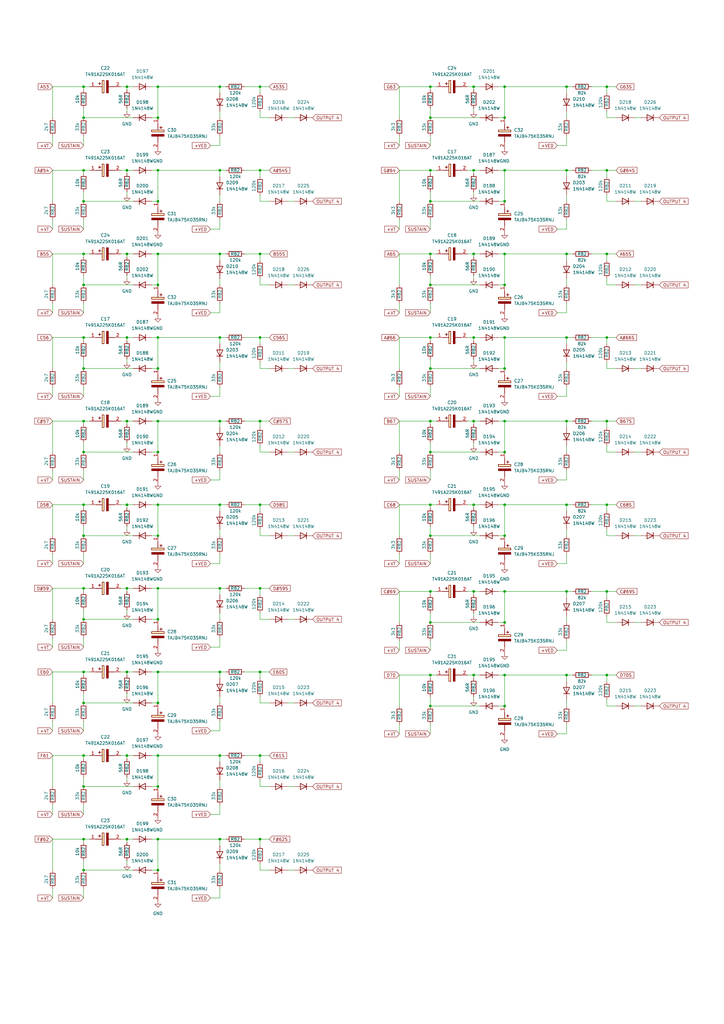
<source format=kicad_sch>
(kicad_sch (version 20230121) (generator eeschema)
  (paper "A3" portrait)
  (junction (at 176.53 48.26))
  (junction (at 194.31 276.86))
  (junction (at 106.68 172.72))
  (junction (at 207.01 207.01))
  (junction (at 176.53 242.57))
  (junction (at 90.17 69.85))
  (junction (at 207.01 69.85))
  (junction (at 232.41 276.86))
  (junction (at 207.01 82.55))
  (junction (at 64.77 309.88))
  (junction (at 194.31 69.85))
  (junction (at 176.53 207.01))
  (junction (at 232.41 172.72))
  (junction (at 106.68 275.59))
  (junction (at 248.92 104.14))
  (junction (at 34.29 288.29))
  (junction (at 176.53 185.42))
  (junction (at 106.68 241.3))
  (junction (at 232.41 242.57))
  (junction (at 34.29 207.01))
  (junction (at 64.77 207.01))
  (junction (at 106.68 344.17))
  (junction (at 90.17 172.72))
  (junction (at 176.53 276.86))
  (junction (at 232.41 69.85))
  (junction (at 64.77 219.71))
  (junction (at 34.29 241.3))
  (junction (at 248.92 276.86))
  (junction (at 64.77 104.14))
  (junction (at 34.29 219.71))
  (junction (at 52.07 207.01))
  (junction (at 90.17 104.14))
  (junction (at 90.17 35.56))
  (junction (at 176.53 219.71))
  (junction (at 34.29 309.88))
  (junction (at 64.77 69.85))
  (junction (at 64.77 172.72))
  (junction (at 64.77 288.29))
  (junction (at 232.41 35.56))
  (junction (at 34.29 356.87))
  (junction (at 64.77 344.17))
  (junction (at 106.68 35.56))
  (junction (at 194.31 207.01))
  (junction (at 90.17 241.3))
  (junction (at 52.07 309.88))
  (junction (at 64.77 185.42))
  (junction (at 90.17 344.17))
  (junction (at 176.53 82.55))
  (junction (at 176.53 35.56))
  (junction (at 52.07 241.3))
  (junction (at 194.31 138.43))
  (junction (at 64.77 138.43))
  (junction (at 64.77 322.58))
  (junction (at 64.77 151.13))
  (junction (at 90.17 138.43))
  (junction (at 34.29 185.42))
  (junction (at 64.77 241.3))
  (junction (at 64.77 275.59))
  (junction (at 207.01 185.42))
  (junction (at 194.31 35.56))
  (junction (at 248.92 172.72))
  (junction (at 90.17 207.01))
  (junction (at 64.77 35.56))
  (junction (at 34.29 254))
  (junction (at 52.07 138.43))
  (junction (at 52.07 35.56))
  (junction (at 207.01 151.13))
  (junction (at 34.29 35.56))
  (junction (at 248.92 207.01))
  (junction (at 176.53 104.14))
  (junction (at 207.01 255.27))
  (junction (at 106.68 309.88))
  (junction (at 34.29 151.13))
  (junction (at 90.17 275.59))
  (junction (at 207.01 289.56))
  (junction (at 176.53 172.72))
  (junction (at 194.31 104.14))
  (junction (at 64.77 254))
  (junction (at 34.29 82.55))
  (junction (at 248.92 242.57))
  (junction (at 34.29 69.85))
  (junction (at 52.07 344.17))
  (junction (at 52.07 69.85))
  (junction (at 176.53 151.13))
  (junction (at 106.68 138.43))
  (junction (at 34.29 104.14))
  (junction (at 176.53 289.56))
  (junction (at 34.29 48.26))
  (junction (at 34.29 344.17))
  (junction (at 90.17 309.88))
  (junction (at 207.01 104.14))
  (junction (at 64.77 356.87))
  (junction (at 106.68 69.85))
  (junction (at 207.01 138.43))
  (junction (at 64.77 116.84))
  (junction (at 64.77 82.55))
  (junction (at 207.01 242.57))
  (junction (at 52.07 104.14))
  (junction (at 248.92 138.43))
  (junction (at 207.01 172.72))
  (junction (at 232.41 104.14))
  (junction (at 207.01 276.86))
  (junction (at 248.92 69.85))
  (junction (at 34.29 172.72))
  (junction (at 232.41 138.43))
  (junction (at 106.68 207.01))
  (junction (at 176.53 255.27))
  (junction (at 248.92 35.56))
  (junction (at 207.01 219.71))
  (junction (at 176.53 116.84))
  (junction (at 52.07 172.72))
  (junction (at 52.07 275.59))
  (junction (at 232.41 207.01))
  (junction (at 34.29 138.43))
  (junction (at 207.01 116.84))
  (junction (at 176.53 138.43))
  (junction (at 34.29 322.58))
  (junction (at 194.31 172.72))
  (junction (at 34.29 275.59))
  (junction (at 194.31 242.57))
  (junction (at 207.01 35.56))
  (junction (at 106.68 104.14))
  (junction (at 34.29 116.84))
  (junction (at 207.01 48.26))
  (junction (at 176.53 69.85))
  (junction (at 64.77 48.26))
  (wire (pts (xy 90.17 275.59) (xy 92.71 275.59)))
  (wire (pts (xy 90.17 285.75) (xy 90.17 288.29)))
  (wire (pts (xy 194.31 69.85) (xy 196.85 69.85)))
  (wire (pts (xy 34.29 138.43) (xy 36.83 138.43)))
  (wire (pts (xy 34.29 185.42) (xy 54.61 185.42)))
  (wire (pts (xy 194.31 78.74) (xy 194.31 80.01)))
  (wire (pts (xy 194.31 36.83) (xy 194.31 35.56)))
  (wire (pts (xy 90.17 114.3) (xy 90.17 116.84)))
  (wire (pts (xy 86.36 128.27) (xy 90.17 128.27)))
  (wire (pts (xy 90.17 196.85) (xy 90.17 193.04)))
  (wire (pts (xy 194.31 285.75) (xy 194.31 287.02)))
  (wire (pts (xy 248.92 207.01) (xy 248.92 209.55)))
  (wire (pts (xy 106.68 172.72) (xy 110.49 172.72)))
  (wire (pts (xy 90.17 265.43) (xy 90.17 261.62)))
  (wire (pts (xy 232.41 217.17) (xy 232.41 219.71)))
  (wire (pts (xy 163.83 138.43) (xy 163.83 151.13)))
  (wire (pts (xy 232.41 104.14) (xy 207.01 104.14)))
  (wire (pts (xy 207.01 104.14) (xy 207.01 116.84)))
  (wire (pts (xy 228.6 300.99) (xy 232.41 300.99)))
  (wire (pts (xy 64.77 288.29) (xy 62.23 288.29)))
  (wire (pts (xy 248.92 207.01) (xy 252.73 207.01)))
  (wire (pts (xy 52.07 35.56) (xy 54.61 35.56)))
  (wire (pts (xy 52.07 69.85) (xy 54.61 69.85)))
  (wire (pts (xy 86.36 196.85) (xy 90.17 196.85)))
  (wire (pts (xy 163.83 193.04) (xy 163.83 196.85)))
  (wire (pts (xy 163.83 69.85) (xy 176.53 69.85)))
  (wire (pts (xy 90.17 72.39) (xy 90.17 69.85)))
  (wire (pts (xy 49.53 207.01) (xy 52.07 207.01)))
  (wire (pts (xy 248.92 80.01) (xy 248.92 82.55)))
  (wire (pts (xy 232.41 114.3) (xy 232.41 116.84)))
  (wire (pts (xy 64.77 275.59) (xy 64.77 288.29)))
  (wire (pts (xy 242.57 172.72) (xy 248.92 172.72)))
  (wire (pts (xy 106.68 69.85) (xy 106.68 72.39)))
  (wire (pts (xy 248.92 217.17) (xy 248.92 219.71)))
  (wire (pts (xy 49.53 309.88) (xy 52.07 309.88)))
  (wire (pts (xy 118.11 288.29) (xy 120.65 288.29)))
  (wire (pts (xy 194.31 215.9) (xy 194.31 217.17)))
  (wire (pts (xy 90.17 162.56) (xy 90.17 158.75)))
  (wire (pts (xy 34.29 124.46) (xy 34.29 128.27)))
  (wire (pts (xy 52.07 139.7) (xy 52.07 138.43)))
  (wire (pts (xy 106.68 207.01) (xy 110.49 207.01)))
  (wire (pts (xy 248.92 276.86) (xy 248.92 279.4)))
  (wire (pts (xy 232.41 104.14) (xy 234.95 104.14)))
  (wire (pts (xy 176.53 55.88) (xy 176.53 59.69)))
  (wire (pts (xy 176.53 181.61) (xy 176.53 185.42)))
  (wire (pts (xy 207.01 185.42) (xy 204.47 185.42)))
  (wire (pts (xy 52.07 147.32) (xy 52.07 148.59)))
  (wire (pts (xy 207.01 82.55) (xy 204.47 82.55)))
  (wire (pts (xy 176.53 297.18) (xy 176.53 300.99)))
  (wire (pts (xy 106.68 138.43) (xy 110.49 138.43)))
  (wire (pts (xy 207.01 172.72) (xy 204.47 172.72)))
  (wire (pts (xy 228.6 93.98) (xy 232.41 93.98)))
  (wire (pts (xy 34.29 116.84) (xy 54.61 116.84)))
  (wire (pts (xy 90.17 312.42) (xy 90.17 309.88)))
  (wire (pts (xy 106.68 138.43) (xy 106.68 140.97)))
  (wire (pts (xy 163.83 35.56) (xy 176.53 35.56)))
  (wire (pts (xy 52.07 173.99) (xy 52.07 172.72)))
  (wire (pts (xy 106.68 151.13) (xy 110.49 151.13)))
  (wire (pts (xy 64.77 241.3) (xy 64.77 254)))
  (wire (pts (xy 163.83 138.43) (xy 176.53 138.43)))
  (wire (pts (xy 49.53 35.56) (xy 52.07 35.56)))
  (wire (pts (xy 21.59 309.88) (xy 21.59 322.58)))
  (wire (pts (xy 21.59 309.88) (xy 34.29 309.88)))
  (wire (pts (xy 49.53 69.85) (xy 52.07 69.85)))
  (wire (pts (xy 163.83 276.86) (xy 176.53 276.86)))
  (wire (pts (xy 232.41 35.56) (xy 207.01 35.56)))
  (wire (pts (xy 207.01 151.13) (xy 204.47 151.13)))
  (wire (pts (xy 232.41 72.39) (xy 232.41 69.85)))
  (wire (pts (xy 90.17 207.01) (xy 64.77 207.01)))
  (wire (pts (xy 52.07 105.41) (xy 52.07 104.14)))
  (wire (pts (xy 248.92 148.59) (xy 248.92 151.13)))
  (wire (pts (xy 86.36 265.43) (xy 90.17 265.43)))
  (wire (pts (xy 64.77 35.56) (xy 64.77 48.26)))
  (wire (pts (xy 176.53 227.33) (xy 176.53 231.14)))
  (wire (pts (xy 176.53 285.75) (xy 176.53 289.56)))
  (wire (pts (xy 176.53 78.74) (xy 176.53 82.55)))
  (wire (pts (xy 21.59 207.01) (xy 21.59 219.71)))
  (wire (pts (xy 90.17 344.17) (xy 92.71 344.17)))
  (wire (pts (xy 64.77 207.01) (xy 64.77 219.71)))
  (wire (pts (xy 228.6 196.85) (xy 232.41 196.85)))
  (wire (pts (xy 90.17 138.43) (xy 64.77 138.43)))
  (wire (pts (xy 86.36 368.3) (xy 90.17 368.3)))
  (wire (pts (xy 248.92 172.72) (xy 248.92 175.26)))
  (wire (pts (xy 248.92 48.26) (xy 252.73 48.26)))
  (wire (pts (xy 106.68 309.88) (xy 110.49 309.88)))
  (wire (pts (xy 90.17 35.56) (xy 92.71 35.56)))
  (wire (pts (xy 64.77 138.43) (xy 62.23 138.43)))
  (wire (pts (xy 232.41 69.85) (xy 207.01 69.85)))
  (wire (pts (xy 194.31 208.28) (xy 194.31 207.01)))
  (wire (pts (xy 232.41 252.73) (xy 232.41 255.27)))
  (wire (pts (xy 34.29 181.61) (xy 34.29 185.42)))
  (wire (pts (xy 90.17 309.88) (xy 92.71 309.88)))
  (wire (pts (xy 260.35 82.55) (xy 262.89 82.55)))
  (wire (pts (xy 34.29 207.01) (xy 36.83 207.01)))
  (wire (pts (xy 207.01 242.57) (xy 204.47 242.57)))
  (wire (pts (xy 90.17 128.27) (xy 90.17 124.46)))
  (wire (pts (xy 163.83 124.46) (xy 163.83 128.27)))
  (wire (pts (xy 232.41 106.68) (xy 232.41 104.14)))
  (wire (pts (xy 34.29 295.91) (xy 34.29 299.72)))
  (wire (pts (xy 191.77 69.85) (xy 194.31 69.85)))
  (wire (pts (xy 232.41 207.01) (xy 207.01 207.01)))
  (wire (pts (xy 106.68 182.88) (xy 106.68 185.42)))
  (wire (pts (xy 106.68 356.87) (xy 110.49 356.87)))
  (wire (pts (xy 64.77 48.26) (xy 62.23 48.26)))
  (wire (pts (xy 248.92 289.56) (xy 252.73 289.56)))
  (wire (pts (xy 176.53 105.41) (xy 176.53 104.14)))
  (wire (pts (xy 106.68 241.3) (xy 110.49 241.3)))
  (wire (pts (xy 191.77 104.14) (xy 194.31 104.14)))
  (wire (pts (xy 34.29 250.19) (xy 34.29 254)))
  (wire (pts (xy 106.68 104.14) (xy 110.49 104.14)))
  (wire (pts (xy 163.83 90.17) (xy 163.83 93.98)))
  (wire (pts (xy 163.83 104.14) (xy 176.53 104.14)))
  (wire (pts (xy 176.53 173.99) (xy 176.53 172.72)))
  (wire (pts (xy 34.29 44.45) (xy 34.29 48.26)))
  (wire (pts (xy 176.53 104.14) (xy 179.07 104.14)))
  (wire (pts (xy 106.68 285.75) (xy 106.68 288.29)))
  (wire (pts (xy 118.11 185.42) (xy 120.65 185.42)))
  (wire (pts (xy 21.59 275.59) (xy 34.29 275.59)))
  (wire (pts (xy 232.41 245.11) (xy 232.41 242.57)))
  (wire (pts (xy 100.33 241.3) (xy 106.68 241.3)))
  (wire (pts (xy 34.29 219.71) (xy 54.61 219.71)))
  (wire (pts (xy 248.92 69.85) (xy 252.73 69.85)))
  (wire (pts (xy 106.68 251.46) (xy 106.68 254)))
  (wire (pts (xy 176.53 151.13) (xy 196.85 151.13)))
  (wire (pts (xy 232.41 209.55) (xy 232.41 207.01)))
  (wire (pts (xy 34.29 90.17) (xy 34.29 93.98)))
  (wire (pts (xy 21.59 35.56) (xy 34.29 35.56)))
  (wire (pts (xy 34.29 275.59) (xy 36.83 275.59)))
  (wire (pts (xy 242.57 242.57) (xy 248.92 242.57)))
  (wire (pts (xy 90.17 172.72) (xy 92.71 172.72)))
  (wire (pts (xy 64.77 69.85) (xy 64.77 82.55)))
  (wire (pts (xy 90.17 368.3) (xy 90.17 364.49)))
  (wire (pts (xy 34.29 69.85) (xy 36.83 69.85)))
  (wire (pts (xy 90.17 59.69) (xy 90.17 55.88)))
  (wire (pts (xy 34.29 172.72) (xy 36.83 172.72)))
  (wire (pts (xy 52.07 345.44) (xy 52.07 344.17)))
  (wire (pts (xy 52.07 318.77) (xy 52.07 320.04)))
  (wire (pts (xy 176.53 90.17) (xy 176.53 93.98)))
  (wire (pts (xy 90.17 175.26) (xy 90.17 172.72)))
  (wire (pts (xy 163.83 172.72) (xy 163.83 185.42)))
  (wire (pts (xy 260.35 289.56) (xy 262.89 289.56)))
  (wire (pts (xy 248.92 138.43) (xy 248.92 140.97)))
  (wire (pts (xy 64.77 356.87) (xy 62.23 356.87)))
  (wire (pts (xy 49.53 241.3) (xy 52.07 241.3)))
  (wire (pts (xy 207.01 172.72) (xy 207.01 185.42)))
  (wire (pts (xy 52.07 181.61) (xy 52.07 182.88)))
  (wire (pts (xy 49.53 138.43) (xy 52.07 138.43)))
  (wire (pts (xy 34.29 71.12) (xy 34.29 69.85)))
  (wire (pts (xy 194.31 44.45) (xy 194.31 45.72)))
  (wire (pts (xy 194.31 207.01) (xy 196.85 207.01)))
  (wire (pts (xy 21.59 138.43) (xy 34.29 138.43)))
  (wire (pts (xy 176.53 255.27) (xy 196.85 255.27)))
  (wire (pts (xy 90.17 138.43) (xy 92.71 138.43)))
  (wire (pts (xy 34.29 284.48) (xy 34.29 288.29)))
  (wire (pts (xy 242.57 276.86) (xy 248.92 276.86)))
  (wire (pts (xy 100.33 309.88) (xy 106.68 309.88)))
  (wire (pts (xy 248.92 242.57) (xy 252.73 242.57)))
  (wire (pts (xy 106.68 80.01) (xy 106.68 82.55)))
  (wire (pts (xy 176.53 71.12) (xy 176.53 69.85)))
  (wire (pts (xy 64.77 172.72) (xy 62.23 172.72)))
  (wire (pts (xy 34.29 105.41) (xy 34.29 104.14)))
  (wire (pts (xy 194.31 105.41) (xy 194.31 104.14)))
  (wire (pts (xy 90.17 241.3) (xy 64.77 241.3)))
  (wire (pts (xy 90.17 148.59) (xy 90.17 151.13)))
  (wire (pts (xy 176.53 262.89) (xy 176.53 266.7)))
  (wire (pts (xy 232.41 138.43) (xy 234.95 138.43)))
  (wire (pts (xy 21.59 172.72) (xy 34.29 172.72)))
  (wire (pts (xy 86.36 334.01) (xy 90.17 334.01)))
  (wire (pts (xy 194.31 251.46) (xy 194.31 252.73)))
  (wire (pts (xy 21.59 138.43) (xy 21.59 151.13)))
  (wire (pts (xy 34.29 113.03) (xy 34.29 116.84)))
  (wire (pts (xy 232.41 276.86) (xy 207.01 276.86)))
  (wire (pts (xy 163.83 172.72) (xy 176.53 172.72)))
  (wire (pts (xy 100.33 69.85) (xy 106.68 69.85)))
  (wire (pts (xy 64.77 254) (xy 62.23 254)))
  (wire (pts (xy 64.77 172.72) (xy 64.77 185.42)))
  (wire (pts (xy 248.92 185.42) (xy 252.73 185.42)))
  (wire (pts (xy 21.59 344.17) (xy 21.59 356.87)))
  (wire (pts (xy 176.53 139.7) (xy 176.53 138.43)))
  (wire (pts (xy 49.53 344.17) (xy 52.07 344.17)))
  (wire (pts (xy 207.01 104.14) (xy 204.47 104.14)))
  (wire (pts (xy 106.68 275.59) (xy 110.49 275.59)))
  (wire (pts (xy 100.33 344.17) (xy 106.68 344.17)))
  (wire (pts (xy 106.68 344.17) (xy 110.49 344.17)))
  (wire (pts (xy 163.83 227.33) (xy 163.83 231.14)))
  (wire (pts (xy 34.29 344.17) (xy 36.83 344.17)))
  (wire (pts (xy 100.33 275.59) (xy 106.68 275.59)))
  (wire (pts (xy 176.53 172.72) (xy 179.07 172.72)))
  (wire (pts (xy 248.92 45.72) (xy 248.92 48.26)))
  (wire (pts (xy 90.17 35.56) (xy 64.77 35.56)))
  (wire (pts (xy 90.17 209.55) (xy 90.17 207.01)))
  (wire (pts (xy 34.29 241.3) (xy 36.83 241.3)))
  (wire (pts (xy 64.77 151.13) (xy 62.23 151.13)))
  (wire (pts (xy 194.31 139.7) (xy 194.31 138.43)))
  (wire (pts (xy 64.77 219.71) (xy 62.23 219.71)))
  (wire (pts (xy 49.53 275.59) (xy 52.07 275.59)))
  (wire (pts (xy 52.07 207.01) (xy 54.61 207.01)))
  (wire (pts (xy 34.29 48.26) (xy 54.61 48.26)))
  (wire (pts (xy 194.31 173.99) (xy 194.31 172.72)))
  (wire (pts (xy 176.53 251.46) (xy 176.53 255.27)))
  (wire (pts (xy 242.57 104.14) (xy 248.92 104.14)))
  (wire (pts (xy 232.41 35.56) (xy 234.95 35.56)))
  (wire (pts (xy 52.07 250.19) (xy 52.07 251.46)))
  (wire (pts (xy 207.01 255.27) (xy 204.47 255.27)))
  (wire (pts (xy 34.29 78.74) (xy 34.29 82.55)))
  (wire (pts (xy 90.17 278.13) (xy 90.17 275.59)))
  (wire (pts (xy 34.29 254) (xy 54.61 254)))
  (wire (pts (xy 106.68 241.3) (xy 106.68 243.84)))
  (wire (pts (xy 242.57 35.56) (xy 248.92 35.56)))
  (wire (pts (xy 21.59 295.91) (xy 21.59 299.72)))
  (wire (pts (xy 248.92 104.14) (xy 252.73 104.14)))
  (wire (pts (xy 52.07 242.57) (xy 52.07 241.3)))
  (wire (pts (xy 90.17 38.1) (xy 90.17 35.56)))
  (wire (pts (xy 106.68 104.14) (xy 106.68 106.68)))
  (wire (pts (xy 260.35 219.71) (xy 262.89 219.71)))
  (wire (pts (xy 232.41 231.14) (xy 232.41 227.33)))
  (wire (pts (xy 106.68 116.84) (xy 110.49 116.84)))
  (wire (pts (xy 21.59 207.01) (xy 34.29 207.01)))
  (wire (pts (xy 34.29 364.49) (xy 34.29 368.3)))
  (wire (pts (xy 34.29 208.28) (xy 34.29 207.01)))
  (wire (pts (xy 64.77 116.84) (xy 62.23 116.84)))
  (wire (pts (xy 232.41 148.59) (xy 232.41 151.13)))
  (wire (pts (xy 232.41 300.99) (xy 232.41 297.18)))
  (wire (pts (xy 194.31 243.84) (xy 194.31 242.57)))
  (wire (pts (xy 100.33 104.14) (xy 106.68 104.14)))
  (wire (pts (xy 248.92 138.43) (xy 252.73 138.43)))
  (wire (pts (xy 232.41 242.57) (xy 207.01 242.57)))
  (wire (pts (xy 52.07 172.72) (xy 54.61 172.72)))
  (wire (pts (xy 176.53 35.56) (xy 179.07 35.56)))
  (wire (pts (xy 34.29 55.88) (xy 34.29 59.69)))
  (wire (pts (xy 106.68 35.56) (xy 106.68 38.1)))
  (wire (pts (xy 248.92 35.56) (xy 252.73 35.56)))
  (wire (pts (xy 207.01 207.01) (xy 204.47 207.01)))
  (wire (pts (xy 232.41 93.98) (xy 232.41 90.17)))
  (wire (pts (xy 194.31 278.13) (xy 194.31 276.86)))
  (wire (pts (xy 176.53 82.55) (xy 196.85 82.55)))
  (wire (pts (xy 194.31 242.57) (xy 196.85 242.57)))
  (wire (pts (xy 34.29 276.86) (xy 34.29 275.59)))
  (wire (pts (xy 52.07 44.45) (xy 52.07 45.72)))
  (wire (pts (xy 228.6 266.7) (xy 232.41 266.7)))
  (wire (pts (xy 232.41 128.27) (xy 232.41 124.46)))
  (wire (pts (xy 248.92 182.88) (xy 248.92 185.42)))
  (wire (pts (xy 34.29 139.7) (xy 34.29 138.43)))
  (wire (pts (xy 21.59 344.17) (xy 34.29 344.17)))
  (wire (pts (xy 64.77 322.58) (xy 62.23 322.58)))
  (wire (pts (xy 118.11 48.26) (xy 120.65 48.26)))
  (wire (pts (xy 191.77 276.86) (xy 194.31 276.86)))
  (wire (pts (xy 34.29 242.57) (xy 34.29 241.3)))
  (wire (pts (xy 207.01 276.86) (xy 204.47 276.86)))
  (wire (pts (xy 52.07 276.86) (xy 52.07 275.59)))
  (wire (pts (xy 118.11 254) (xy 120.65 254)))
  (wire (pts (xy 176.53 207.01) (xy 179.07 207.01)))
  (wire (pts (xy 260.35 48.26) (xy 262.89 48.26)))
  (wire (pts (xy 207.01 138.43) (xy 204.47 138.43)))
  (wire (pts (xy 34.29 311.15) (xy 34.29 309.88)))
  (wire (pts (xy 176.53 243.84) (xy 176.53 242.57)))
  (wire (pts (xy 232.41 266.7) (xy 232.41 262.89)))
  (wire (pts (xy 52.07 71.12) (xy 52.07 69.85)))
  (wire (pts (xy 21.59 275.59) (xy 21.59 288.29)))
  (wire (pts (xy 176.53 147.32) (xy 176.53 151.13)))
  (wire (pts (xy 248.92 219.71) (xy 252.73 219.71)))
  (wire (pts (xy 90.17 251.46) (xy 90.17 254)))
  (wire (pts (xy 232.41 138.43) (xy 207.01 138.43)))
  (wire (pts (xy 100.33 207.01) (xy 106.68 207.01)))
  (wire (pts (xy 106.68 35.56) (xy 110.49 35.56)))
  (wire (pts (xy 34.29 353.06) (xy 34.29 356.87)))
  (wire (pts (xy 191.77 242.57) (xy 194.31 242.57)))
  (wire (pts (xy 248.92 69.85) (xy 248.92 72.39)))
  (wire (pts (xy 90.17 275.59) (xy 64.77 275.59)))
  (wire (pts (xy 90.17 344.17) (xy 64.77 344.17)))
  (wire (pts (xy 176.53 36.83) (xy 176.53 35.56)))
  (wire (pts (xy 118.11 82.55) (xy 120.65 82.55)))
  (wire (pts (xy 64.77 138.43) (xy 64.77 151.13)))
  (wire (pts (xy 176.53 158.75) (xy 176.53 162.56)))
  (wire (pts (xy 232.41 207.01) (xy 234.95 207.01)))
  (wire (pts (xy 228.6 162.56) (xy 232.41 162.56)))
  (wire (pts (xy 21.59 158.75) (xy 21.59 162.56)))
  (wire (pts (xy 34.29 36.83) (xy 34.29 35.56)))
  (wire (pts (xy 191.77 138.43) (xy 194.31 138.43)))
  (wire (pts (xy 194.31 172.72) (xy 196.85 172.72)))
  (wire (pts (xy 34.29 356.87) (xy 54.61 356.87)))
  (wire (pts (xy 232.41 175.26) (xy 232.41 172.72)))
  (wire (pts (xy 163.83 262.89) (xy 163.83 266.7)))
  (wire (pts (xy 64.77 344.17) (xy 62.23 344.17)))
  (wire (pts (xy 118.11 219.71) (xy 120.65 219.71)))
  (wire (pts (xy 207.01 276.86) (xy 207.01 289.56)))
  (wire (pts (xy 34.29 215.9) (xy 34.29 219.71)))
  (wire (pts (xy 228.6 128.27) (xy 232.41 128.27)))
  (wire (pts (xy 106.68 219.71) (xy 110.49 219.71)))
  (wire (pts (xy 34.29 82.55) (xy 54.61 82.55)))
  (wire (pts (xy 100.33 172.72) (xy 106.68 172.72)))
  (wire (pts (xy 90.17 309.88) (xy 64.77 309.88)))
  (wire (pts (xy 34.29 322.58) (xy 54.61 322.58)))
  (wire (pts (xy 232.41 182.88) (xy 232.41 185.42)))
  (wire (pts (xy 90.17 243.84) (xy 90.17 241.3)))
  (wire (pts (xy 90.17 231.14) (xy 90.17 227.33)))
  (wire (pts (xy 176.53 289.56) (xy 196.85 289.56)))
  (wire (pts (xy 90.17 106.68) (xy 90.17 104.14)))
  (wire (pts (xy 248.92 35.56) (xy 248.92 38.1)))
  (wire (pts (xy 106.68 69.85) (xy 110.49 69.85)))
  (wire (pts (xy 90.17 334.01) (xy 90.17 330.2)))
  (wire (pts (xy 64.77 344.17) (xy 64.77 356.87)))
  (wire (pts (xy 34.29 104.14) (xy 36.83 104.14)))
  (wire (pts (xy 260.35 185.42) (xy 262.89 185.42)))
  (wire (pts (xy 106.68 185.42) (xy 110.49 185.42)))
  (wire (pts (xy 106.68 354.33) (xy 106.68 356.87)))
  (wire (pts (xy 106.68 172.72) (xy 106.68 175.26)))
  (wire (pts (xy 64.77 309.88) (xy 62.23 309.88)))
  (wire (pts (xy 64.77 104.14) (xy 62.23 104.14)))
  (wire (pts (xy 90.17 320.04) (xy 90.17 322.58)))
  (wire (pts (xy 194.31 35.56) (xy 196.85 35.56)))
  (wire (pts (xy 232.41 140.97) (xy 232.41 138.43)))
  (wire (pts (xy 52.07 138.43) (xy 54.61 138.43)))
  (wire (pts (xy 34.29 173.99) (xy 34.29 172.72)))
  (wire (pts (xy 100.33 35.56) (xy 106.68 35.56)))
  (wire (pts (xy 21.59 55.88) (xy 21.59 59.69)))
  (wire (pts (xy 21.59 124.46) (xy 21.59 128.27)))
  (wire (pts (xy 207.01 219.71) (xy 204.47 219.71)))
  (wire (pts (xy 207.01 69.85) (xy 207.01 82.55)))
  (wire (pts (xy 64.77 241.3) (xy 62.23 241.3)))
  (wire (pts (xy 176.53 242.57) (xy 179.07 242.57)))
  (wire (pts (xy 64.77 104.14) (xy 64.77 116.84)))
  (wire (pts (xy 176.53 113.03) (xy 176.53 116.84)))
  (wire (pts (xy 21.59 104.14) (xy 21.59 116.84)))
  (wire (pts (xy 52.07 241.3) (xy 54.61 241.3)))
  (wire (pts (xy 86.36 162.56) (xy 90.17 162.56)))
  (wire (pts (xy 52.07 275.59) (xy 54.61 275.59)))
  (wire (pts (xy 34.29 227.33) (xy 34.29 231.14)))
  (wire (pts (xy 176.53 124.46) (xy 176.53 128.27)))
  (wire (pts (xy 163.83 158.75) (xy 163.83 162.56)))
  (wire (pts (xy 64.77 309.88) (xy 64.77 322.58)))
  (wire (pts (xy 90.17 80.01) (xy 90.17 82.55)))
  (wire (pts (xy 64.77 275.59) (xy 62.23 275.59)))
  (wire (pts (xy 248.92 116.84) (xy 252.73 116.84)))
  (wire (pts (xy 248.92 82.55) (xy 252.73 82.55)))
  (wire (pts (xy 163.83 55.88) (xy 163.83 59.69)))
  (wire (pts (xy 194.31 104.14) (xy 196.85 104.14)))
  (wire (pts (xy 64.77 82.55) (xy 62.23 82.55)))
  (wire (pts (xy 21.59 241.3) (xy 34.29 241.3)))
  (wire (pts (xy 90.17 172.72) (xy 64.77 172.72)))
  (wire (pts (xy 106.68 217.17) (xy 106.68 219.71)))
  (wire (pts (xy 21.59 330.2) (xy 21.59 334.01)))
  (wire (pts (xy 90.17 207.01) (xy 92.71 207.01)))
  (wire (pts (xy 90.17 354.33) (xy 90.17 356.87)))
  (wire (pts (xy 228.6 231.14) (xy 232.41 231.14)))
  (wire (pts (xy 176.53 193.04) (xy 176.53 196.85)))
  (wire (pts (xy 163.83 297.18) (xy 163.83 300.99)))
  (wire (pts (xy 90.17 182.88) (xy 90.17 185.42)))
  (wire (pts (xy 232.41 45.72) (xy 232.41 48.26)))
  (wire (pts (xy 106.68 275.59) (xy 106.68 278.13)))
  (wire (pts (xy 34.29 193.04) (xy 34.29 196.85)))
  (wire (pts (xy 118.11 322.58) (xy 120.65 322.58)))
  (wire (pts (xy 64.77 207.01) (xy 62.23 207.01)))
  (wire (pts (xy 176.53 208.28) (xy 176.53 207.01)))
  (wire (pts (xy 232.41 80.01) (xy 232.41 82.55)))
  (wire (pts (xy 86.36 93.98) (xy 90.17 93.98)))
  (wire (pts (xy 163.83 35.56) (xy 163.83 48.26)))
  (wire (pts (xy 194.31 138.43) (xy 196.85 138.43)))
  (wire (pts (xy 176.53 138.43) (xy 179.07 138.43)))
  (wire (pts (xy 176.53 44.45) (xy 176.53 48.26)))
  (wire (pts (xy 248.92 276.86) (xy 252.73 276.86)))
  (wire (pts (xy 106.68 148.59) (xy 106.68 151.13)))
  (wire (pts (xy 90.17 346.71) (xy 90.17 344.17)))
  (wire (pts (xy 242.57 138.43) (xy 248.92 138.43)))
  (wire (pts (xy 106.68 344.17) (xy 106.68 346.71)))
  (wire (pts (xy 100.33 138.43) (xy 106.68 138.43)))
  (wire (pts (xy 232.41 196.85) (xy 232.41 193.04)))
  (wire (pts (xy 118.11 151.13) (xy 120.65 151.13)))
  (wire (pts (xy 49.53 104.14) (xy 52.07 104.14)))
  (wire (pts (xy 34.29 309.88) (xy 36.83 309.88)))
  (wire (pts (xy 52.07 309.88) (xy 54.61 309.88)))
  (wire (pts (xy 52.07 311.15) (xy 52.07 309.88)))
  (wire (pts (xy 163.83 207.01) (xy 163.83 219.71)))
  (wire (pts (xy 52.07 215.9) (xy 52.07 217.17)))
  (wire (pts (xy 106.68 254) (xy 110.49 254)))
  (wire (pts (xy 207.01 116.84) (xy 204.47 116.84)))
  (wire (pts (xy 90.17 69.85) (xy 64.77 69.85)))
  (wire (pts (xy 163.83 69.85) (xy 163.83 82.55)))
  (wire (pts (xy 232.41 69.85) (xy 234.95 69.85)))
  (wire (pts (xy 86.36 231.14) (xy 90.17 231.14)))
  (wire (pts (xy 242.57 207.01) (xy 248.92 207.01)))
  (wire (pts (xy 21.59 227.33) (xy 21.59 231.14)))
  (wire (pts (xy 106.68 48.26) (xy 110.49 48.26)))
  (wire (pts (xy 248.92 172.72) (xy 252.73 172.72)))
  (wire (pts (xy 106.68 309.88) (xy 106.68 312.42)))
  (wire (pts (xy 86.36 59.69) (xy 90.17 59.69)))
  (wire (pts (xy 90.17 45.72) (xy 90.17 48.26)))
  (wire (pts (xy 49.53 172.72) (xy 52.07 172.72)))
  (wire (pts (xy 207.01 69.85) (xy 204.47 69.85)))
  (wire (pts (xy 232.41 287.02) (xy 232.41 289.56)))
  (wire (pts (xy 90.17 69.85) (xy 92.71 69.85)))
  (wire (pts (xy 207.01 289.56) (xy 204.47 289.56)))
  (wire (pts (xy 52.07 208.28) (xy 52.07 207.01)))
  (wire (pts (xy 34.29 288.29) (xy 54.61 288.29)))
  (wire (pts (xy 248.92 242.57) (xy 248.92 245.11)))
  (wire (pts (xy 90.17 241.3) (xy 92.71 241.3)))
  (wire (pts (xy 34.29 345.44) (xy 34.29 344.17)))
  (wire (pts (xy 176.53 116.84) (xy 196.85 116.84)))
  (wire (pts (xy 21.59 104.14) (xy 34.29 104.14)))
  (wire (pts (xy 52.07 353.06) (xy 52.07 354.33)))
  (wire (pts (xy 34.29 158.75) (xy 34.29 162.56)))
  (wire (pts (xy 207.01 138.43) (xy 207.01 151.13)))
  (wire (pts (xy 207.01 207.01) (xy 207.01 219.71)))
  (wire (pts (xy 106.68 322.58) (xy 110.49 322.58)))
  (wire (pts (xy 163.83 276.86) (xy 163.83 289.56)))
  (wire (pts (xy 34.29 35.56) (xy 36.83 35.56)))
  (wire (pts (xy 163.83 207.01) (xy 176.53 207.01)))
  (wire (pts (xy 90.17 93.98) (xy 90.17 90.17)))
  (wire (pts (xy 21.59 69.85) (xy 34.29 69.85)))
  (wire (pts (xy 248.92 252.73) (xy 248.92 255.27)))
  (wire (pts (xy 191.77 172.72) (xy 194.31 172.72)))
  (wire (pts (xy 232.41 242.57) (xy 234.95 242.57)))
  (wire (pts (xy 176.53 278.13) (xy 176.53 276.86)))
  (wire (pts (xy 52.07 284.48) (xy 52.07 285.75)))
  (wire (pts (xy 260.35 116.84) (xy 262.89 116.84)))
  (wire (pts (xy 228.6 59.69) (xy 232.41 59.69)))
  (wire (pts (xy 21.59 90.17) (xy 21.59 93.98)))
  (wire (pts (xy 64.77 35.56) (xy 62.23 35.56)))
  (wire (pts (xy 191.77 35.56) (xy 194.31 35.56)))
  (wire (pts (xy 176.53 185.42) (xy 196.85 185.42)))
  (wire (pts (xy 90.17 299.72) (xy 90.17 295.91)))
  (wire (pts (xy 207.01 242.57) (xy 207.01 255.27)))
  (wire (pts (xy 52.07 113.03) (xy 52.07 114.3)))
  (wire (pts (xy 90.17 217.17) (xy 90.17 219.71)))
  (wire (pts (xy 64.77 69.85) (xy 62.23 69.85)))
  (wire (pts (xy 260.35 255.27) (xy 262.89 255.27)))
  (wire (pts (xy 194.31 181.61) (xy 194.31 182.88)))
  (wire (pts (xy 176.53 69.85) (xy 179.07 69.85)))
  (wire (pts (xy 248.92 151.13) (xy 252.73 151.13)))
  (wire (pts (xy 52.07 36.83) (xy 52.07 35.56)))
  (wire (pts (xy 194.31 276.86) (xy 196.85 276.86)))
  (wire (pts (xy 248.92 255.27) (xy 252.73 255.27)))
  (wire (pts (xy 34.29 261.62) (xy 34.29 265.43)))
  (wire (pts (xy 90.17 140.97) (xy 90.17 138.43)))
  (wire (pts (xy 176.53 219.71) (xy 196.85 219.71)))
  (wire (pts (xy 232.41 59.69) (xy 232.41 55.88)))
  (wire (pts (xy 34.29 318.77) (xy 34.29 322.58)))
  (wire (pts (xy 21.59 241.3) (xy 21.59 254)))
  (wire (pts (xy 194.31 71.12) (xy 194.31 69.85)))
  (wire (pts (xy 260.35 151.13) (xy 262.89 151.13)))
  (wire (pts (xy 90.17 104.14) (xy 64.77 104.14)))
  (wire (pts (xy 248.92 114.3) (xy 248.92 116.84)))
  (wire (pts (xy 232.41 38.1) (xy 232.41 35.56)))
  (wire (pts (xy 21.59 193.04) (xy 21.59 196.85)))
  (wire (pts (xy 52.07 344.17) (xy 54.61 344.17)))
  (wire (pts (xy 52.07 78.74) (xy 52.07 80.01)))
  (wire (pts (xy 207.01 35.56) (xy 204.47 35.56)))
  (wire (pts (xy 118.11 116.84) (xy 120.65 116.84)))
  (wire (pts (xy 21.59 364.49) (xy 21.59 368.3)))
  (wire (pts (xy 163.83 242.57) (xy 163.83 255.27)))
  (wire (pts (xy 106.68 207.01) (xy 106.68 209.55)))
  (wire (pts (xy 248.92 104.14) (xy 248.92 106.68)))
  (wire (pts (xy 232.41 162.56) (xy 232.41 158.75)))
  (wire (pts (xy 232.41 279.4) (xy 232.41 276.86)))
  (wire (pts (xy 21.59 35.56) (xy 21.59 48.26)))
  (wire (pts (xy 34.29 151.13) (xy 54.61 151.13)))
  (wire (pts (xy 106.68 114.3) (xy 106.68 116.84)))
  (wire (pts (xy 86.36 299.72) (xy 90.17 299.72)))
  (wire (pts (xy 232.41 276.86) (xy 234.95 276.86)))
  (wire (pts (xy 106.68 45.72) (xy 106.68 48.26)))
  (wire (pts (xy 64.77 185.42) (xy 62.23 185.42)))
  (wire (pts (xy 34.29 147.32) (xy 34.29 151.13)))
  (wire (pts (xy 232.41 172.72) (xy 234.95 172.72)))
  (wire (pts (xy 242.57 69.85) (xy 248.92 69.85)))
  (wire (pts (xy 191.77 207.01) (xy 194.31 207.01)))
  (wire (pts (xy 176.53 215.9) (xy 176.53 219.71)))
  (wire (pts (xy 90.17 104.14) (xy 92.71 104.14)))
  (wire (pts (xy 34.29 330.2) (xy 34.29 334.01)))
  (wire (pts (xy 248.92 287.02) (xy 248.92 289.56)))
  (wire (pts (xy 176.53 48.26) (xy 196.85 48.26)))
  (wire (pts (xy 106.68 288.29) (xy 110.49 288.29)))
  (wire (pts (xy 163.83 242.57) (xy 176.53 242.57)))
  (wire (pts (xy 118.11 356.87) (xy 120.65 356.87)))
  (wire (pts (xy 52.07 104.14) (xy 54.61 104.14)))
  (wire (pts (xy 21.59 261.62) (xy 21.59 265.43)))
  (wire (pts (xy 207.01 35.56) (xy 207.01 48.26)))
  (wire (pts (xy 176.53 276.86) (xy 179.07 276.86)))
  (wire (pts (xy 21.59 172.72) (xy 21.59 185.42)))
  (wire (pts (xy 194.31 113.03) (xy 194.31 114.3)))
  (wire (pts (xy 207.01 48.26) (xy 204.47 48.26)))
  (wire (pts (xy 194.31 147.32) (xy 194.31 148.59)))
  (wire (pts (xy 106.68 82.55) (xy 110.49 82.55)))
  (wire (pts (xy 21.59 69.85) (xy 21.59 82.55)))
  (wire (pts (xy 106.68 320.04) (xy 106.68 322.58)))
  (wire (pts (xy 163.83 104.14) (xy 163.83 116.84)))
  (wire (pts (xy 232.41 172.72) (xy 207.01 172.72)))
  (global_label "+VT" (shape input) (at 163.83 266.7 180) (property "Intersheetrefs" "${INTERSHEET_REFS}" (effects hide)))
  (global_label "C68S" (shape input) (at 252.73 207.01 0) (property "Intersheetrefs" "${INTERSHEET_REFS}" (effects hide)))
  (global_label "SUSTAIN" (shape input) (at 34.29 265.43 180) (property "Intersheetrefs" "${INTERSHEET_REFS}" (effects hide)))
  (global_label "F61S" (shape input) (at 110.49 309.88 0) (property "Intersheetrefs" "${INTERSHEET_REFS}" (effects hide)))
  (global_label "D58S" (shape input) (at 110.49 207.01 0) (property "Intersheetrefs" "${INTERSHEET_REFS}" (effects hide)))
  (global_label "+VED" (shape input) (at 86.36 93.98 180) (property "Intersheetrefs" "${INTERSHEET_REFS}" (effects hide)))
  (global_label "D70" (shape input) (at 163.83 276.86 180) (property "Intersheetrefs" "${INTERSHEET_REFS}" (effects hide)))
  (global_label "OUTPUT 4" (shape input) (at 128.27 356.87 0) (property "Intersheetrefs" "${INTERSHEET_REFS}" (effects hide)))
  (global_label "+VED" (shape input) (at 228.6 128.27 180) (property "Intersheetrefs" "${INTERSHEET_REFS}" (effects hide)))
  (global_label "D70S" (shape input) (at 252.73 276.86 0) (property "Intersheetrefs" "${INTERSHEET_REFS}" (effects hide)))
  (global_label "OUTPUT 4" (shape input) (at 270.51 116.84 0) (property "Intersheetrefs" "${INTERSHEET_REFS}" (effects hide)))
  (global_label "+VED" (shape input) (at 228.6 59.69 180) (property "Intersheetrefs" "${INTERSHEET_REFS}" (effects hide)))
  (global_label "+VT" (shape input) (at 21.59 334.01 180) (property "Intersheetrefs" "${INTERSHEET_REFS}" (effects hide)))
  (global_label "SUSTAIN" (shape input) (at 34.29 368.3 180) (property "Intersheetrefs" "${INTERSHEET_REFS}" (effects hide)))
  (global_label "OUTPUT 4" (shape input) (at 270.51 151.13 0) (property "Intersheetrefs" "${INTERSHEET_REFS}" (effects hide)))
  (global_label "+VED" (shape input) (at 86.36 128.27 180) (property "Intersheetrefs" "${INTERSHEET_REFS}" (effects hide)))
  (global_label "C56S" (shape input) (at 110.49 138.43 0) (property "Intersheetrefs" "${INTERSHEET_REFS}" (effects hide)))
  (global_label "SUSTAIN" (shape input) (at 176.53 93.98 180) (property "Intersheetrefs" "${INTERSHEET_REFS}" (effects hide)))
  (global_label "OUTPUT 4" (shape input) (at 128.27 219.71 0) (property "Intersheetrefs" "${INTERSHEET_REFS}" (effects hide)))
  (global_label "F61" (shape input) (at 21.59 309.88 180) (property "Intersheetrefs" "${INTERSHEET_REFS}" (effects hide)))
  (global_label "+VT" (shape input) (at 163.83 93.98 180) (property "Intersheetrefs" "${INTERSHEET_REFS}" (effects hide)))
  (global_label "+VED" (shape input) (at 228.6 231.14 180) (property "Intersheetrefs" "${INTERSHEET_REFS}" (effects hide)))
  (global_label "OUTPUT 4" (shape input) (at 128.27 185.42 0) (property "Intersheetrefs" "${INTERSHEET_REFS}" (effects hide)))
  (global_label "A53S" (shape input) (at 110.49 35.56 0) (property "Intersheetrefs" "${INTERSHEET_REFS}" (effects hide)))
  (global_label "C#69S" (shape input) (at 252.73 242.57 0) (property "Intersheetrefs" "${INTERSHEET_REFS}" (effects hide)))
  (global_label "+VT" (shape input) (at 163.83 196.85 180) (property "Intersheetrefs" "${INTERSHEET_REFS}" (effects hide)))
  (global_label "OUTPUT 4" (shape input) (at 128.27 288.29 0) (property "Intersheetrefs" "${INTERSHEET_REFS}" (effects hide)))
  (global_label "+VED" (shape input) (at 228.6 300.99 180) (property "Intersheetrefs" "${INTERSHEET_REFS}" (effects hide)))
  (global_label "+VT" (shape input) (at 21.59 93.98 180) (property "Intersheetrefs" "${INTERSHEET_REFS}" (effects hide)))
  (global_label "SUSTAIN" (shape input) (at 34.29 59.69 180) (property "Intersheetrefs" "${INTERSHEET_REFS}" (effects hide)))
  (global_label "A#66" (shape input) (at 163.83 138.43 180) (property "Intersheetrefs" "${INTERSHEET_REFS}" (effects hide)))
  (global_label "OUTPUT 4" (shape input) (at 270.51 48.26 0) (property "Intersheetrefs" "${INTERSHEET_REFS}" (effects hide)))
  (global_label "G#64S" (shape input) (at 252.73 69.85 0) (property "Intersheetrefs" "${INTERSHEET_REFS}" (effects hide)))
  (global_label "B55S" (shape input) (at 110.49 104.14 0) (property "Intersheetrefs" "${INTERSHEET_REFS}" (effects hide)))
  (global_label "OUTPUT 4" (shape input) (at 270.51 219.71 0) (property "Intersheetrefs" "${INTERSHEET_REFS}" (effects hide)))
  (global_label "+VT" (shape input) (at 163.83 231.14 180) (property "Intersheetrefs" "${INTERSHEET_REFS}" (effects hide)))
  (global_label "+VT" (shape input) (at 21.59 196.85 180) (property "Intersheetrefs" "${INTERSHEET_REFS}" (effects hide)))
  (global_label "+VT" (shape input) (at 21.59 162.56 180) (property "Intersheetrefs" "${INTERSHEET_REFS}" (effects hide)))
  (global_label "OUTPUT 4" (shape input) (at 270.51 255.27 0) (property "Intersheetrefs" "${INTERSHEET_REFS}" (effects hide)))
  (global_label "OUTPUT 4" (shape input) (at 128.27 116.84 0) (property "Intersheetrefs" "${INTERSHEET_REFS}" (effects hide)))
  (global_label "C56" (shape input) (at 21.59 138.43 180) (property "Intersheetrefs" "${INTERSHEET_REFS}" (effects hide)))
  (global_label "+VED" (shape input) (at 86.36 231.14 180) (property "Intersheetrefs" "${INTERSHEET_REFS}" (effects hide)))
  (global_label "+VT" (shape input) (at 21.59 368.3 180) (property "Intersheetrefs" "${INTERSHEET_REFS}" (effects hide)))
  (global_label "A53" (shape input) (at 21.59 35.56 180) (property "Intersheetrefs" "${INTERSHEET_REFS}" (effects hide)))
  (global_label "G63" (shape input) (at 163.83 35.56 180) (property "Intersheetrefs" "${INTERSHEET_REFS}" (effects hide)))
  (global_label "OUTPUT 4" (shape input) (at 128.27 151.13 0) (property "Intersheetrefs" "${INTERSHEET_REFS}" (effects hide)))
  (global_label "C68" (shape input) (at 163.83 207.01 180) (property "Intersheetrefs" "${INTERSHEET_REFS}" (effects hide)))
  (global_label "C#57S" (shape input) (at 110.49 172.72 0) (property "Intersheetrefs" "${INTERSHEET_REFS}" (effects hide)))
  (global_label "OUTPUT 4" (shape input) (at 128.27 82.55 0) (property "Intersheetrefs" "${INTERSHEET_REFS}" (effects hide)))
  (global_label "+VT" (shape input) (at 21.59 231.14 180) (property "Intersheetrefs" "${INTERSHEET_REFS}" (effects hide)))
  (global_label "C#69" (shape input) (at 163.83 242.57 180) (property "Intersheetrefs" "${INTERSHEET_REFS}" (effects hide)))
  (global_label "SUSTAIN" (shape input) (at 176.53 231.14 180) (property "Intersheetrefs" "${INTERSHEET_REFS}" (effects hide)))
  (global_label "+VED" (shape input) (at 228.6 162.56 180) (property "Intersheetrefs" "${INTERSHEET_REFS}" (effects hide)))
  (global_label "A65" (shape input) (at 163.83 104.14 180) (property "Intersheetrefs" "${INTERSHEET_REFS}" (effects hide)))
  (global_label "+VED" (shape input) (at 228.6 93.98 180) (property "Intersheetrefs" "${INTERSHEET_REFS}" (effects hide)))
  (global_label "SUSTAIN" (shape input) (at 34.29 231.14 180) (property "Intersheetrefs" "${INTERSHEET_REFS}" (effects hide)))
  (global_label "+VED" (shape input) (at 86.36 368.3 180) (property "Intersheetrefs" "${INTERSHEET_REFS}" (effects hide)))
  (global_label "+VED" (shape input) (at 86.36 299.72 180) (property "Intersheetrefs" "${INTERSHEET_REFS}" (effects hide)))
  (global_label "SUSTAIN" (shape input) (at 176.53 59.69 180) (property "Intersheetrefs" "${INTERSHEET_REFS}" (effects hide)))
  (global_label "G63S" (shape input) (at 252.73 35.56 0) (property "Intersheetrefs" "${INTERSHEET_REFS}" (effects hide)))
  (global_label "E60S" (shape input) (at 110.49 275.59 0) (property "Intersheetrefs" "${INTERSHEET_REFS}" (effects hide)))
  (global_label "+VT" (shape input) (at 163.83 162.56 180) (property "Intersheetrefs" "${INTERSHEET_REFS}" (effects hide)))
  (global_label "B55" (shape input) (at 21.59 104.14 180) (property "Intersheetrefs" "${INTERSHEET_REFS}" (effects hide)))
  (global_label "A#66S" (shape input) (at 252.73 138.43 0) (property "Intersheetrefs" "${INTERSHEET_REFS}" (effects hide)))
  (global_label "SUSTAIN" (shape input) (at 176.53 266.7 180) (property "Intersheetrefs" "${INTERSHEET_REFS}" (effects hide)))
  (global_label "D58" (shape input) (at 21.59 207.01 180) (property "Intersheetrefs" "${INTERSHEET_REFS}" (effects hide)))
  (global_label "SUSTAIN" (shape input) (at 176.53 162.56 180) (property "Intersheetrefs" "${INTERSHEET_REFS}" (effects hide)))
  (global_label "SUSTAIN" (shape input) (at 34.29 162.56 180) (property "Intersheetrefs" "${INTERSHEET_REFS}" (effects hide)))
  (global_label "D#59" (shape input) (at 21.59 241.3 180) (property "Intersheetrefs" "${INTERSHEET_REFS}" (effects hide)))
  (global_label "SUSTAIN" (shape input) (at 176.53 300.99 180) (property "Intersheetrefs" "${INTERSHEET_REFS}" (effects hide)))
  (global_label "OUTPUT 4" (shape input) (at 128.27 254 0) (property "Intersheetrefs" "${INTERSHEET_REFS}" (effects hide)))
  (global_label "OUTPUT 4" (shape input) (at 128.27 48.26 0) (property "Intersheetrefs" "${INTERSHEET_REFS}" (effects hide)))
  (global_label "OUTPUT 4" (shape input) (at 270.51 82.55 0) (property "Intersheetrefs" "${INTERSHEET_REFS}" (effects hide)))
  (global_label "+VED" (shape input) (at 86.36 162.56 180) (property "Intersheetrefs" "${INTERSHEET_REFS}" (effects hide)))
  (global_label "+VT" (shape input) (at 163.83 128.27 180) (property "Intersheetrefs" "${INTERSHEET_REFS}" (effects hide)))
  (global_label "SUSTAIN" (shape input) (at 34.29 299.72 180) (property "Intersheetrefs" "${INTERSHEET_REFS}" (effects hide)))
  (global_label "SUSTAIN" (shape input) (at 34.29 93.98 180) (property "Intersheetrefs" "${INTERSHEET_REFS}" (effects hide)))
  (global_label "SUSTAIN" (shape input) (at 34.29 334.01 180) (property "Intersheetrefs" "${INTERSHEET_REFS}" (effects hide)))
  (global_label "+VED" (shape input) (at 228.6 266.7 180) (property "Intersheetrefs" "${INTERSHEET_REFS}" (effects hide)))
  (global_label "E60" (shape input) (at 21.59 275.59 180) (property "Intersheetrefs" "${INTERSHEET_REFS}" (effects hide)))
  (global_label "F#62" (shape input) (at 21.59 344.17 180) (property "Intersheetrefs" "${INTERSHEET_REFS}" (effects hide)))
  (global_label "G#64" (shape input) (at 163.83 69.85 180) (property "Intersheetrefs" "${INTERSHEET_REFS}" (effects hide)))
  (global_label "OUTPUT 4" (shape input) (at 270.51 185.42 0) (property "Intersheetrefs" "${INTERSHEET_REFS}" (effects hide)))
  (global_label "F#62S" (shape input) (at 110.49 344.17 0) (property "Intersheetrefs" "${INTERSHEET_REFS}" (effects hide)))
  (global_label "SUSTAIN" (shape input) (at 34.29 128.27 180) (property "Intersheetrefs" "${INTERSHEET_REFS}" (effects hide)))
  (global_label "+VED" (shape input) (at 86.36 59.69 180) (property "Intersheetrefs" "${INTERSHEET_REFS}" (effects hide)))
  (global_label "D#59S" (shape input) (at 110.49 241.3 0) (property "Intersheetrefs" "${INTERSHEET_REFS}" (effects hide)))
  (global_label "A#54" (shape input) (at 21.59 69.85 180) (property "Intersheetrefs" "${INTERSHEET_REFS}" (effects hide)))
  (global_label "A65S" (shape input) (at 252.73 104.14 0) (property "Intersheetrefs" "${INTERSHEET_REFS}" (effects hide)))
  (global_label "SUSTAIN" (shape input) (at 176.53 128.27 180) (property "Intersheetrefs" "${INTERSHEET_REFS}" (effects hide)))
  (global_label "+VED" (shape input) (at 228.6 196.85 180) (property "Intersheetrefs" "${INTERSHEET_REFS}" (effects hide)))
  (global_label "B67" (shape input) (at 163.83 172.72 180) (property "Intersheetrefs" "${INTERSHEET_REFS}" (effects hide)))
  (global_label "+VT" (shape input) (at 21.59 265.43 180) (property "Intersheetrefs" "${INTERSHEET_REFS}" (effects hide)))
  (global_label "SUSTAIN" (shape input) (at 176.53 196.85 180) (property "Intersheetrefs" "${INTERSHEET_REFS}" (effects hide)))
  (global_label "+VT" (shape input) (at 163.83 59.69 180) (property "Intersheetrefs" "${INTERSHEET_REFS}" (effects hide)))
  (global_label "+VT" (shape input) (at 21.59 59.69 180) (property "Intersheetrefs" "${INTERSHEET_REFS}" (effects hide)))
  (global_label "+VED" (shape input) (at 86.36 334.01 180) (property "Intersheetrefs" "${INTERSHEET_REFS}" (effects hide)))
  (global_label "+VT" (shape input) (at 163.83 300.99 180) (property "Intersheetrefs" "${INTERSHEET_REFS}" (effects hide)))
  (global_label "+VED" (shape input) (at 86.36 196.85 180) (property "Intersheetrefs" "${INTERSHEET_REFS}" (effects hide)))
  (global_label "SUSTAIN" (shape input) (at 34.29 196.85 180) (property "Intersheetrefs" "${INTERSHEET_REFS}" (effects hide)))
  (global_label "+VT" (shape input) (at 21.59 128.27 180) (property "Intersheetrefs" "${INTERSHEET_REFS}" (effects hide)))
  (global_label "A#54S" (shape input) (at 110.49 69.85 0) (property "Intersheetrefs" "${INTERSHEET_REFS}" (effects hide)))
  (global_label "+VED" (shape input) (at 86.36 265.43 180) (property "Intersheetrefs" "${INTERSHEET_REFS}" (effects hide)))
  (global_label "B67S" (shape input) (at 252.73 172.72 0) (property "Intersheetrefs" "${INTERSHEET_REFS}" (effects hide)))
  (global_label "+VT" (shape input) (at 21.59 299.72 180) (property "Intersheetrefs" "${INTERSHEET_REFS}" (effects hide)))
  (global_label "OUTPUT 4" (shape input) (at 270.51 289.56 0) (property "Intersheetrefs" "${INTERSHEET_REFS}" (effects hide)))
  (global_label "C#57" (shape input) (at 21.59 172.72 180) (property "Intersheetrefs" "${INTERSHEET_REFS}" (effects hide)))
  (global_label "OUTPUT 4" (shape input) (at 128.27 322.58 0) (property "Intersheetrefs" "${INTERSHEET_REFS}" (effects hide)))
  (symbol (lib_id "Diode:1N4148W") (at 200.66 69.85 180) (unit 1)
    (property "Reference" "D187" (at 200.66 63.5 0))
    (property "Value" "1N4148W" (at 200.66 66.04 0))
    (property "Footprint" "Diode_SMD:D_SOD-123" (effects hide))
    (property "Datasheet" "https://www.vishay.com/docs/85748/1n4148w.pdf" (effects hide))
    (property "Sim.Device" "D" (effects hide))
    (property "Sim.Pins" "1=K 2=A" (effects hide))
    (instances (project "Lyrebird Keyboard Piano Card" (path "" (reference "D187") (unit 1)) (path "" (reference "D267") (unit 1)) (path "" (reference "D369") (unit 1)) (path "" (reference "D459") (unit 1))))
  )
  (symbol (lib_id "power:GND") (at 207.01 267.97 0) (unit 1)
    (property "Reference" "#PWR031" (effects hide))
    (property "Value" "GND" (at 207.01 273.05 0))
    (instances (project "Lyrebird Keyboard Piano Card" (path "" (reference "#PWR031") (unit 1)) (path "" (reference "#PWR068") (unit 1)) (path "" (reference "#PWR0105") (unit 1)) (path "" (reference "#PWR0141") (unit 1))))
  )
  (symbol (lib_id "Device:R") (at 232.41 293.37 180) (unit 1)
    (property "Reference" "R82" (at 232.41 293.37 90))
    (property "Value" "33k" (at 229.87 293.37 90))
    (property "Footprint" "Resistor_SMD:R_1206_3216Metric" (effects hide))
    (instances (project "RPi Arcade Hat V0-4" (path "" (reference "R82") (unit 1))) (project "Lyrebird Keyboard Piano Card" (path "" (reference "R93") (unit 1)) (path "" (reference "R236") (unit 1)) (path "" (reference "R348") (unit 1)) (path "" (reference "R474") (unit 1))) (project "Lyrebird Keyboard" (path "" (reference "R9") (unit 1))))
  )
  (symbol (lib_id "Device:R") (at 34.29 189.23 180) (unit 1)
    (property "Reference" "R82" (at 34.29 189.23 90))
    (property "Value" "33k" (at 31.75 189.23 90))
    (property "Footprint" "Resistor_SMD:R_1206_3216Metric" (effects hide))
    (instances (project "RPi Arcade Hat V0-4" (path "" (reference "R82") (unit 1))) (project "Lyrebird Keyboard Piano Card" (path "" (reference "R68") (unit 1)) (path "" (reference "R124") (unit 1)) (path "" (reference "R258") (unit 1)) (path "" (reference "R384") (unit 1))) (project "Lyrebird Keyboard" (path "" (reference "R9") (unit 1))))
  )
  (symbol (lib_id "Device:R") (at 106.68 281.94 180) (unit 1)
    (property "Reference" "R82" (at 106.68 281.94 90))
    (property "Value" "120k" (at 104.14 281.94 90))
    (property "Footprint" "Resistor_SMD:R_1206_3216Metric" (effects hide))
    (instances (project "RPi Arcade Hat V0-4" (path "" (reference "R82") (unit 1))) (project "Lyrebird Keyboard Piano Card" (path "" (reference "R109") (unit 1)) (path "" (reference "R165") (unit 1)) (path "" (reference "R306") (unit 1)) (path "" (reference "R432") (unit 1))) (project "Lyrebird Keyboard" (path "" (reference "R9") (unit 1))))
  )
  (symbol (lib_id "Device:R") (at 163.83 86.36 180) (unit 1)
    (property "Reference" "R82" (at 163.83 86.36 90))
    (property "Value" "3k3" (at 161.29 86.36 90))
    (property "Footprint" "Resistor_SMD:R_1206_3216Metric" (effects hide))
    (instances (project "RPi Arcade Hat V0-4" (path "" (reference "R82") (unit 1))) (project "Lyrebird Keyboard Piano Card" (path "" (reference "R57") (unit 1)) (path "" (reference "R169") (unit 1)) (path "" (reference "R310") (unit 1)) (path "" (reference "R436") (unit 1))) (project "Lyrebird Keyboard" (path "" (reference "R9") (unit 1))))
  )
  (symbol (lib_id "Device:R") (at 106.68 247.65 180) (unit 1)
    (property "Reference" "R82" (at 106.68 247.65 90))
    (property "Value" "120k" (at 104.14 247.65 90))
    (property "Footprint" "Resistor_SMD:R_1206_3216Metric" (effects hide))
    (instances (project "RPi Arcade Hat V0-4" (path "" (reference "R82") (unit 1))) (project "Lyrebird Keyboard Piano Card" (path "" (reference "R108") (unit 1)) (path "" (reference "R164") (unit 1)) (path "" (reference "R305") (unit 1)) (path "" (reference "R431") (unit 1))) (project "Lyrebird Keyboard" (path "" (reference "R9") (unit 1))))
  )
  (symbol (lib_id "Device:R") (at 248.92 110.49 180) (unit 1)
    (property "Reference" "R82" (at 248.92 110.49 90))
    (property "Value" "120k" (at 246.38 110.49 90))
    (property "Footprint" "Resistor_SMD:R_1206_3216Metric" (effects hide))
    (instances (project "RPi Arcade Hat V0-4" (path "" (reference "R82") (unit 1))) (project "Lyrebird Keyboard Piano Card" (path "" (reference "R106") (unit 1)) (path "" (reference "R218") (unit 1)) (path "" (reference "R359") (unit 1)) (path "" (reference "R485") (unit 1))) (project "Lyrebird Keyboard" (path "" (reference "R9") (unit 1))))
  )
  (symbol (lib_id "Device:R") (at 34.29 177.8 180) (unit 1)
    (property "Reference" "R82" (at 34.29 177.8 90))
    (property "Value" "10k" (at 31.75 177.8 90))
    (property "Footprint" "Resistor_SMD:R_1206_3216Metric" (effects hide))
    (instances (project "RPi Arcade Hat V0-4" (path "" (reference "R82") (unit 1))) (project "Lyrebird Keyboard Piano Card" (path "" (reference "R67") (unit 1)) (path "" (reference "R123") (unit 1)) (path "" (reference "R257") (unit 1)) (path "" (reference "R383") (unit 1))) (project "Lyrebird Keyboard" (path "" (reference "R9") (unit 1))))
  )
  (symbol (lib_id "power:GND") (at 64.77 60.96 0) (unit 1)
    (property "Reference" "#PWR032" (effects hide))
    (property "Value" "GND" (at 64.77 66.04 0))
    (instances (project "Lyrebird Keyboard Piano Card" (path "" (reference "#PWR032") (unit 1)) (path "" (reference "#PWR048") (unit 1)) (path "" (reference "#PWR081") (unit 1)) (path "" (reference "#PWR0117") (unit 1))))
  )
  (symbol (lib_id "Diode:1N4148W") (at 90.17 350.52 90) (unit 1)
    (property "Reference" "D209" (at 92.71 349.25 90) (effects (justify right)))
    (property "Value" "1N4148W" (at 92.71 351.79 90) (effects (justify right)))
    (property "Footprint" "Diode_SMD:D_SOD-123" (effects hide))
    (property "Datasheet" "https://www.vishay.com/docs/85748/1n4148w.pdf" (effects hide))
    (property "Sim.Device" "D" (effects hide))
    (property "Sim.Pins" "1=K 2=A" (effects hide))
    (instances (project "Lyrebird Keyboard Piano Card" (path "" (reference "D209") (unit 1)) (path "" (reference "D289") (unit 1)) (path "" (reference "D346") (unit 1)) (path "" (reference "D436") (unit 1))))
  )
  (symbol (lib_id "Device:R") (at 238.76 276.86 270) (unit 1)
    (property "Reference" "R82" (at 238.76 276.86 90))
    (property "Value" "82k" (at 238.76 279.4 90))
    (property "Footprint" "Resistor_SMD:R_1206_3216Metric" (effects hide))
    (instances (project "RPi Arcade Hat V0-4" (path "" (reference "R82") (unit 1))) (project "Lyrebird Keyboard Piano Card" (path "" (reference "R101") (unit 1)) (path "" (reference "R237") (unit 1)) (path "" (reference "R356") (unit 1)) (path "" (reference "R482") (unit 1))) (project "Lyrebird Keyboard" (path "" (reference "R9") (unit 1))))
  )
  (symbol (lib_id "Device:R") (at 90.17 257.81 180) (unit 1)
    (property "Reference" "R82" (at 90.17 257.81 90))
    (property "Value" "33k" (at 87.63 257.81 90))
    (property "Footprint" "Resistor_SMD:R_1206_3216Metric" (effects hide))
    (instances (project "RPi Arcade Hat V0-4" (path "" (reference "R82") (unit 1))) (project "Lyrebird Keyboard Piano Card" (path "" (reference "R92") (unit 1)) (path "" (reference "R148") (unit 1)) (path "" (reference "R285") (unit 1)) (path "" (reference "R411") (unit 1))) (project "Lyrebird Keyboard" (path "" (reference "R9") (unit 1))))
  )
  (symbol (lib_id "power:GND") (at 64.77 232.41 0) (unit 1)
    (property "Reference" "#PWR029" (effects hide))
    (property "Value" "GND" (at 64.77 237.49 0))
    (instances (project "Lyrebird Keyboard Piano Card" (path "" (reference "#PWR029") (unit 1)) (path "" (reference "#PWR045") (unit 1)) (path "" (reference "#PWR086") (unit 1)) (path "" (reference "#PWR0122") (unit 1))))
  )
  (symbol (lib_id "Device:R") (at 90.17 52.07 180) (unit 1)
    (property "Reference" "R82" (at 90.17 52.07 90))
    (property "Value" "33k" (at 87.63 52.07 90))
    (property "Footprint" "Resistor_SMD:R_1206_3216Metric" (effects hide))
    (instances (project "RPi Arcade Hat V0-4" (path "" (reference "R82") (unit 1))) (project "Lyrebird Keyboard Piano Card" (path "" (reference "R94") (unit 1)) (path "" (reference "R150") (unit 1)) (path "" (reference "R279") (unit 1)) (path "" (reference "R405") (unit 1))) (project "Lyrebird Keyboard" (path "" (reference "R9") (unit 1))))
  )
  (symbol (lib_id "Device:R") (at 232.41 223.52 180) (unit 1)
    (property "Reference" "R82" (at 232.41 223.52 90))
    (property "Value" "33k" (at 229.87 223.52 90))
    (property "Footprint" "Resistor_SMD:R_1206_3216Metric" (effects hide))
    (instances (project "RPi Arcade Hat V0-4" (path "" (reference "R82") (unit 1))) (project "Lyrebird Keyboard Piano Card" (path "" (reference "R93") (unit 1)) (path "" (reference "R205") (unit 1)) (path "" (reference "R346") (unit 1)) (path "" (reference "R472") (unit 1))) (project "Lyrebird Keyboard" (path "" (reference "R9") (unit 1))))
  )
  (symbol (lib_id "power:GND") (at 52.07 251.46 0) (unit 1)
    (property "Reference" "#PWR022" (effects hide))
    (property "Value" "GND" (at 52.07 256.54 0))
    (instances (project "Lyrebird Keyboard Piano Card" (path "" (reference "#PWR022") (unit 1)) (path "" (reference "#PWR038") (unit 1)) (path "" (reference "#PWR077") (unit 1)) (path "" (reference "#PWR0113") (unit 1))))
  )
  (symbol (lib_id "Device:R") (at 176.53 86.36 180) (unit 1)
    (property "Reference" "R82" (at 176.53 86.36 90))
    (property "Value" "33k" (at 173.99 86.36 90))
    (property "Footprint" "Resistor_SMD:R_1206_3216Metric" (effects hide))
    (instances (project "RPi Arcade Hat V0-4" (path "" (reference "R82") (unit 1))) (project "Lyrebird Keyboard Piano Card" (path "" (reference "R66") (unit 1)) (path "" (reference "R178") (unit 1)) (path "" (reference "R320") (unit 1)) (path "" (reference "R446") (unit 1))) (project "Lyrebird Keyboard" (path "" (reference "R9") (unit 1))))
  )
  (symbol (lib_id "Device:R") (at 34.29 74.93 180) (unit 1)
    (property "Reference" "R82" (at 34.29 74.93 90))
    (property "Value" "10k" (at 31.75 74.93 90))
    (property "Footprint" "Resistor_SMD:R_1206_3216Metric" (effects hide))
    (instances (project "RPi Arcade Hat V0-4" (path "" (reference "R82") (unit 1))) (project "Lyrebird Keyboard Piano Card" (path "" (reference "R77") (unit 1)) (path "" (reference "R133") (unit 1)) (path "" (reference "R251") (unit 1)) (path "" (reference "R377") (unit 1))) (project "Lyrebird Keyboard" (path "" (reference "R9") (unit 1))))
  )
  (symbol (lib_id "Diode:1N4148W") (at 256.54 255.27 180) (unit 1)
    (property "Reference" "D215" (at 256.54 248.92 0))
    (property "Value" "1N4148W" (at 256.54 251.46 0))
    (property "Footprint" "Diode_SMD:D_SOD-123" (effects hide))
    (property "Datasheet" "https://www.vishay.com/docs/85748/1n4148w.pdf" (effects hide))
    (property "Sim.Device" "D" (effects hide))
    (property "Sim.Pins" "1=K 2=A" (effects hide))
    (instances (project "Lyrebird Keyboard Piano Card" (path "" (reference "D215") (unit 1)) (path "" (reference "D310") (unit 1)) (path "" (reference "D397") (unit 1)) (path "" (reference "D487") (unit 1))))
  )
  (symbol (lib_id "Diode:1N4148W") (at 90.17 41.91 90) (unit 1)
    (property "Reference" "D208" (at 92.71 40.64 90) (effects (justify right)))
    (property "Value" "1N4148W" (at 92.71 43.18 90) (effects (justify right)))
    (property "Footprint" "Diode_SMD:D_SOD-123" (effects hide))
    (property "Datasheet" "https://www.vishay.com/docs/85748/1n4148w.pdf" (effects hide))
    (property "Sim.Device" "D" (effects hide))
    (property "Sim.Pins" "1=K 2=A" (effects hide))
    (instances (project "Lyrebird Keyboard Piano Card" (path "" (reference "D208") (unit 1)) (path "" (reference "D248") (unit 1)) (path "" (reference "D337") (unit 1)) (path "" (reference "D427") (unit 1))))
  )
  (symbol (lib_id "Diode:1N4148W") (at 58.42 151.13 0) (unit 1)
    (property "Reference" "D188" (at 58.42 144.78 0))
    (property "Value" "1N4148W" (at 58.42 147.32 0))
    (property "Footprint" "Diode_SMD:D_SOD-123" (effects hide))
    (property "Datasheet" "https://www.vishay.com/docs/85748/1n4148w.pdf" (effects hide))
    (property "Sim.Device" "D" (effects hide))
    (property "Sim.Pins" "1=K 2=A" (effects hide))
    (instances (project "Lyrebird Keyboard Piano Card" (path "" (reference "D188") (unit 1)) (path "" (reference "D228") (unit 1)) (path "" (reference "D324") (unit 1)) (path "" (reference "D414") (unit 1))))
  )
  (symbol (lib_id "Diode:1N4148W") (at 266.7 48.26 180) (unit 1)
    (property "Reference" "D226" (at 266.7 41.91 0))
    (property "Value" "1N4148W" (at 266.7 44.45 0))
    (property "Footprint" "Diode_SMD:D_SOD-123" (effects hide))
    (property "Datasheet" "https://www.vishay.com/docs/85748/1n4148w.pdf" (effects hide))
    (property "Sim.Device" "D" (effects hide))
    (property "Sim.Pins" "1=K 2=A" (effects hide))
    (instances (project "Lyrebird Keyboard Piano Card" (path "" (reference "D226") (unit 1)) (path "" (reference "D306") (unit 1)) (path "" (reference "D399") (unit 1)) (path "" (reference "D489") (unit 1))))
  )
  (symbol (lib_id "Diode:1N4148W") (at 200.66 172.72 180) (unit 1)
    (property "Reference" "D193" (at 200.66 166.37 0))
    (property "Value" "1N4148W" (at 200.66 168.91 0))
    (property "Footprint" "Diode_SMD:D_SOD-123" (effects hide))
    (property "Datasheet" "https://www.vishay.com/docs/85748/1n4148w.pdf" (effects hide))
    (property "Sim.Device" "D" (effects hide))
    (property "Sim.Pins" "1=K 2=A" (effects hide))
    (instances (project "Lyrebird Keyboard Piano Card" (path "" (reference "D193") (unit 1)) (path "" (reference "D273") (unit 1)) (path "" (reference "D375") (unit 1)) (path "" (reference "D465") (unit 1))))
  )
  (symbol (lib_id "Device:R") (at 96.52 104.14 270) (unit 1)
    (property "Reference" "R82" (at 96.52 104.14 90))
    (property "Value" "120k" (at 96.52 106.68 90))
    (property "Footprint" "Resistor_SMD:R_1206_3216Metric" (effects hide))
    (instances (project "RPi Arcade Hat V0-4" (path "" (reference "R82") (unit 1))) (project "Lyrebird Keyboard Piano Card" (path "" (reference "R104") (unit 1)) (path "" (reference "R160") (unit 1)) (path "" (reference "R291") (unit 1)) (path "" (reference "R417") (unit 1))) (project "Lyrebird Keyboard" (path "" (reference "R9") (unit 1))))
  )
  (symbol (lib_id "Diode:1N4148W") (at 124.46 322.58 180) (unit 1)
    (property "Reference" "D224" (at 124.46 316.23 0))
    (property "Value" "1N4148W" (at 124.46 318.77 0))
    (property "Footprint" "Diode_SMD:D_SOD-123" (effects hide))
    (property "Datasheet" "https://www.vishay.com/docs/85748/1n4148w.pdf" (effects hide))
    (property "Sim.Device" "D" (effects hide))
    (property "Sim.Pins" "1=K 2=A" (effects hide))
    (instances (project "Lyrebird Keyboard Piano Card" (path "" (reference "D224") (unit 1)) (path "" (reference "D304") (unit 1)) (path "" (reference "D365") (unit 1)) (path "" (reference "D455") (unit 1))))
  )
  (symbol (lib_id "power:GND") (at 64.77 369.57 0) (unit 1)
    (property "Reference" "#PWR033" (effects hide))
    (property "Value" "GND" (at 64.77 374.65 0))
    (instances (project "Lyrebird Keyboard Piano Card" (path "" (reference "#PWR033") (unit 1)) (path "" (reference "#PWR065") (unit 1)) (path "" (reference "#PWR090") (unit 1)) (path "" (reference "#PWR0126") (unit 1))))
  )
  (symbol (lib_id "power:GND") (at 64.77 300.99 0) (unit 1)
    (property "Reference" "#PWR031" (effects hide))
    (property "Value" "GND" (at 64.77 306.07 0))
    (instances (project "Lyrebird Keyboard Piano Card" (path "" (reference "#PWR031") (unit 1)) (path "" (reference "#PWR047") (unit 1)) (path "" (reference "#PWR088") (unit 1)) (path "" (reference "#PWR0124") (unit 1))))
  )
  (symbol (lib_id "Device:R") (at 163.83 120.65 180) (unit 1)
    (property "Reference" "R82" (at 163.83 120.65 90))
    (property "Value" "3k3" (at 161.29 120.65 90))
    (property "Footprint" "Resistor_SMD:R_1206_3216Metric" (effects hide))
    (instances (project "RPi Arcade Hat V0-4" (path "" (reference "R82") (unit 1))) (project "Lyrebird Keyboard Piano Card" (path "" (reference "R58") (unit 1)) (path "" (reference "R170") (unit 1)) (path "" (reference "R311") (unit 1)) (path "" (reference "R437") (unit 1))) (project "Lyrebird Keyboard" (path "" (reference "R9") (unit 1))))
  )
  (symbol (lib_id "Diode:1N4148W") (at 114.3 322.58 180) (unit 1)
    (property "Reference" "D216" (at 114.3 316.23 0))
    (property "Value" "1N4148W" (at 114.3 318.77 0))
    (property "Footprint" "Diode_SMD:D_SOD-123" (effects hide))
    (property "Datasheet" "https://www.vishay.com/docs/85748/1n4148w.pdf" (effects hide))
    (property "Sim.Device" "D" (effects hide))
    (property "Sim.Pins" "1=K 2=A" (effects hide))
    (instances (project "Lyrebird Keyboard Piano Card" (path "" (reference "D216") (unit 1)) (path "" (reference "D296") (unit 1)) (path "" (reference "D355") (unit 1)) (path "" (reference "D445") (unit 1))))
  )
  (symbol (lib_id "Device:R") (at 163.83 52.07 180) (unit 1)
    (property "Reference" "R82" (at 163.83 52.07 90))
    (property "Value" "3k3" (at 161.29 52.07 90))
    (property "Footprint" "Resistor_SMD:R_1206_3216Metric" (effects hide))
    (instances (project "RPi Arcade Hat V0-4" (path "" (reference "R82") (unit 1))) (project "Lyrebird Keyboard Piano Card" (path "" (reference "R64") (unit 1)) (path "" (reference "R176") (unit 1)) (path "" (reference "R309") (unit 1)) (path "" (reference "R435") (unit 1))) (project "Lyrebird Keyboard" (path "" (reference "R9") (unit 1))))
  )
  (symbol (lib_id "Device:R") (at 21.59 189.23 180) (unit 1)
    (property "Reference" "R82" (at 21.59 189.23 90))
    (property "Value" "2k7" (at 19.05 189.23 90))
    (property "Footprint" "Resistor_SMD:R_1206_3216Metric" (effects hide))
    (instances (project "RPi Arcade Hat V0-4" (path "" (reference "R82") (unit 1))) (project "Lyrebird Keyboard Piano Card" (path "" (reference "R58") (unit 1)) (path "" (reference "R114") (unit 1)) (path "" (reference "R243") (unit 1)) (path "" (reference "R369") (unit 1))) (project "Lyrebird Keyboard" (path "" (reference "R9") (unit 1))))
  )
  (symbol (lib_id "Device:R") (at 106.68 110.49 180) (unit 1)
    (property "Reference" "R82" (at 106.68 110.49 90))
    (property "Value" "120k" (at 104.14 110.49 90))
    (property "Footprint" "Resistor_SMD:R_1206_3216Metric" (effects hide))
    (instances (project "RPi Arcade Hat V0-4" (path "" (reference "R82") (unit 1))) (project "Lyrebird Keyboard Piano Card" (path "" (reference "R112") (unit 1)) (path "" (reference "R168") (unit 1)) (path "" (reference "R301") (unit 1)) (path "" (reference "R427") (unit 1))) (project "Lyrebird Keyboard" (path "" (reference "R9") (unit 1))))
  )
  (symbol (lib_id "power:GND") (at 194.31 182.88 0) (unit 1)
    (property "Reference" "#PWR022" (effects hide))
    (property "Value" "GND" (at 194.31 187.96 0))
    (instances (project "Lyrebird Keyboard Piano Card" (path "" (reference "#PWR022") (unit 1)) (path "" (reference "#PWR054") (unit 1)) (path "" (reference "#PWR095") (unit 1)) (path "" (reference "#PWR0131") (unit 1))))
  )
  (symbol (lib_id "Device:R") (at 34.29 257.81 180) (unit 1)
    (property "Reference" "R82" (at 34.29 257.81 90))
    (property "Value" "33k" (at 31.75 257.81 90))
    (property "Footprint" "Resistor_SMD:R_1206_3216Metric" (effects hide))
    (instances (project "RPi Arcade Hat V0-4" (path "" (reference "R82") (unit 1))) (project "Lyrebird Keyboard Piano Card" (path "" (reference "R72") (unit 1)) (path "" (reference "R128") (unit 1)) (path "" (reference "R262") (unit 1)) (path "" (reference "R388") (unit 1))) (project "Lyrebird Keyboard" (path "" (reference "R9") (unit 1))))
  )
  (symbol (lib_id "Diode:1N4148W") (at 200.66 185.42 0) (unit 1)
    (property "Reference" "D194" (at 200.66 179.07 0))
    (property "Value" "1N4148W" (at 200.66 181.61 0))
    (property "Footprint" "Diode_SMD:D_SOD-123" (effects hide))
    (property "Datasheet" "https://www.vishay.com/docs/85748/1n4148w.pdf" (effects hide))
    (property "Sim.Device" "D" (effects hide))
    (property "Sim.Pins" "1=K 2=A" (effects hide))
    (instances (project "Lyrebird Keyboard Piano Card" (path "" (reference "D194") (unit 1)) (path "" (reference "D274") (unit 1)) (path "" (reference "D376") (unit 1)) (path "" (reference "D466") (unit 1))))
  )
  (symbol (lib_id "Device:R") (at 96.52 241.3 270) (unit 1)
    (property "Reference" "R82" (at 96.52 241.3 90))
    (property "Value" "120k" (at 96.52 243.84 90))
    (property "Footprint" "Resistor_SMD:R_1206_3216Metric" (effects hide))
    (instances (project "RPi Arcade Hat V0-4" (path "" (reference "R82") (unit 1))) (project "Lyrebird Keyboard Piano Card" (path "" (reference "R100") (unit 1)) (path "" (reference "R156") (unit 1)) (path "" (reference "R295") (unit 1)) (path "" (reference "R421") (unit 1))) (project "Lyrebird Keyboard" (path "" (reference "R9") (unit 1))))
  )
  (symbol (lib_id "Diode:1N4148W") (at 58.42 172.72 180) (unit 1)
    (property "Reference" "D189" (at 58.42 166.37 0))
    (property "Value" "1N4148W" (at 58.42 168.91 0))
    (property "Footprint" "Diode_SMD:D_SOD-123" (effects hide))
    (property "Datasheet" "https://www.vishay.com/docs/85748/1n4148w.pdf" (effects hide))
    (property "Sim.Device" "D" (effects hide))
    (property "Sim.Pins" "1=K 2=A" (effects hide))
    (instances (project "Lyrebird Keyboard Piano Card" (path "" (reference "D189") (unit 1)) (path "" (reference "D229") (unit 1)) (path "" (reference "D325") (unit 1)) (path "" (reference "D415") (unit 1))))
  )
  (symbol (lib_id "Diode:1N4148W") (at 58.42 207.01 180) (unit 1)
    (property "Reference" "D191" (at 58.42 200.66 0))
    (property "Value" "1N4148W" (at 58.42 203.2 0))
    (property "Footprint" "Diode_SMD:D_SOD-123" (effects hide))
    (property "Datasheet" "https://www.vishay.com/docs/85748/1n4148w.pdf" (effects hide))
    (property "Sim.Device" "D" (effects hide))
    (property "Sim.Pins" "1=K 2=A" (effects hide))
    (instances (project "Lyrebird Keyboard Piano Card" (path "" (reference "D191") (unit 1)) (path "" (reference "D231") (unit 1)) (path "" (reference "D327") (unit 1)) (path "" (reference "D417") (unit 1))))
  )
  (symbol (lib_id "Diode:1N4148W") (at 256.54 289.56 180) (unit 1)
    (property "Reference" "D215" (at 256.54 283.21 0))
    (property "Value" "1N4148W" (at 256.54 285.75 0))
    (property "Footprint" "Diode_SMD:D_SOD-123" (effects hide))
    (property "Datasheet" "https://www.vishay.com/docs/85748/1n4148w.pdf" (effects hide))
    (property "Sim.Device" "D" (effects hide))
    (property "Sim.Pins" "1=K 2=A" (effects hide))
    (instances (project "Lyrebird Keyboard Piano Card" (path "" (reference "D215") (unit 1)) (path "" (reference "D315") (unit 1)) (path "" (reference "D398") (unit 1)) (path "" (reference "D488") (unit 1))))
  )
  (symbol (lib_id "SamacSys_Parts:TAJB475K035RNJ") (at 64.77 219.71 270) (unit 1)
    (property "Reference" "C27" (at 68.58 224.79 90) (effects (justify left)))
    (property "Value" "TAJB475K035RNJ" (at 68.58 227.33 90) (effects (justify left)))
    (property "Footprint" "SamacSys_Parts:CAPPM3528X210N" (effects hide))
    (property "Datasheet" "http://datasheets.avx.com/TAJ.pdf" (effects hide))
    (property "Height" "2.1" (effects hide))
    (property "Manufacturer_Name" "AVX" (effects hide))
    (property "Manufacturer_Part_Number" "TAJB475K035RNJ" (effects hide))
    (instances (project "Lyrebird Keyboard Piano Card" (path "" (reference "C27") (unit 1)) (path "" (reference "C43") (unit 1)) (path "" (reference "C84") (unit 1)) (path "" (reference "C120") (unit 1))))
  )
  (symbol (lib_id "Device:R") (at 21.59 52.07 180) (unit 1)
    (property "Reference" "R82" (at 21.59 52.07 90))
    (property "Value" "2k7" (at 19.05 52.07 90))
    (property "Footprint" "Resistor_SMD:R_1206_3216Metric" (effects hide))
    (instances (project "RPi Arcade Hat V0-4" (path "" (reference "R82") (unit 1))) (project "Lyrebird Keyboard Piano Card" (path "" (reference "R62") (unit 1)) (path "" (reference "R118") (unit 1)) (path "" (reference "R239") (unit 1)) (path "" (reference "R365") (unit 1))) (project "Lyrebird Keyboard" (path "" (reference "R9") (unit 1))))
  )
  (symbol (lib_id "Device:R") (at 194.31 74.93 180) (unit 1)
    (property "Reference" "R82" (at 194.31 74.93 90))
    (property "Value" "56R" (at 191.77 74.93 90))
    (property "Footprint" "Resistor_SMD:R_1206_3216Metric" (effects hide))
    (instances (project "RPi Arcade Hat V0-4" (path "" (reference "R82") (unit 1))) (project "Lyrebird Keyboard Piano Card" (path "" (reference "R81") (unit 1)) (path "" (reference "R193") (unit 1)) (path "" (reference "R334") (unit 1)) (path "" (reference "R460") (unit 1))) (project "Lyrebird Keyboard" (path "" (reference "R9") (unit 1))))
  )
  (symbol (lib_id "Device:R") (at 21.59 86.36 180) (unit 1)
    (property "Reference" "R82" (at 21.59 86.36 90))
    (property "Value" "2k7" (at 19.05 86.36 90))
    (property "Footprint" "Resistor_SMD:R_1206_3216Metric" (effects hide))
    (instances (project "RPi Arcade Hat V0-4" (path "" (reference "R82") (unit 1))) (project "Lyrebird Keyboard Piano Card" (path "" (reference "R63") (unit 1)) (path "" (reference "R119") (unit 1)) (path "" (reference "R240") (unit 1)) (path "" (reference "R366") (unit 1))) (project "Lyrebird Keyboard" (path "" (reference "R9") (unit 1))))
  )
  (symbol (lib_id "SamacSys_Parts:TAJB475K035RNJ") (at 207.01 219.71 270) (unit 1)
    (property "Reference" "C29" (at 210.82 224.79 90) (effects (justify left)))
    (property "Value" "TAJB475K035RNJ" (at 210.82 227.33 90) (effects (justify left)))
    (property "Footprint" "SamacSys_Parts:CAPPM3528X210N" (effects hide))
    (property "Datasheet" "http://datasheets.avx.com/TAJ.pdf" (effects hide))
    (property "Height" "2.1" (effects hide))
    (property "Manufacturer_Name" "AVX" (effects hide))
    (property "Manufacturer_Part_Number" "TAJB475K035RNJ" (effects hide))
    (instances (project "Lyrebird Keyboard Piano Card" (path "" (reference "C29") (unit 1)) (path "" (reference "C61") (unit 1)) (path "" (reference "C102") (unit 1)) (path "" (reference "C138") (unit 1))))
  )
  (symbol (lib_id "Device:R") (at 52.07 177.8 180) (unit 1)
    (property "Reference" "R82" (at 52.07 177.8 90))
    (property "Value" "56R" (at 49.53 177.8 90))
    (property "Footprint" "Resistor_SMD:R_1206_3216Metric" (effects hide))
    (instances (project "RPi Arcade Hat V0-4" (path "" (reference "R82") (unit 1))) (project "Lyrebird Keyboard Piano Card" (path "" (reference "R82") (unit 1)) (path "" (reference "R138") (unit 1)) (path "" (reference "R273") (unit 1)) (path "" (reference "R399") (unit 1))) (project "Lyrebird Keyboard" (path "" (reference "R9") (unit 1))))
  )
  (symbol (lib_id "Diode:1N4148W") (at 58.42 104.14 180) (unit 1)
    (property "Reference" "D201" (at 58.42 97.79 0))
    (property "Value" "1N4148W" (at 58.42 100.33 0))
    (property "Footprint" "Diode_SMD:D_SOD-123" (effects hide))
    (property "Datasheet" "https://www.vishay.com/docs/85748/1n4148w.pdf" (effects hide))
    (property "Sim.Device" "D" (effects hide))
    (property "Sim.Pins" "1=K 2=A" (effects hide))
    (instances (project "Lyrebird Keyboard Piano Card" (path "" (reference "D201") (unit 1)) (path "" (reference "D241") (unit 1)) (path "" (reference "D321") (unit 1)) (path "" (reference "D411") (unit 1))))
  )
  (symbol (lib_id "SamacSys_Parts:T491A225K016AT") (at 179.07 138.43 0) (unit 1)
    (property "Reference" "C19" (at 185.42 130.81 0))
    (property "Value" "T491A225K016AT" (at 185.42 133.35 0))
    (property "Footprint" "SamacSys_Parts:T491A" (effects hide))
    (property "Datasheet" "https://content.kemet.com/datasheets/KEM_T2005_T491.pdf" (effects hide))
    (property "Height" "1.8" (effects hide))
    (property "Manufacturer_Name" "KEMET" (effects hide))
    (property "Manufacturer_Part_Number" "T491A225K016AT" (effects hide))
    (instances (project "Lyrebird Keyboard Piano Card" (path "" (reference "C19") (unit 1)) (path "" (reference "C51") (unit 1)) (path "" (reference "C92") (unit 1)) (path "" (reference "C128") (unit 1))))
  )
  (symbol (lib_id "Diode:1N4148W") (at 90.17 144.78 90) (unit 1)
    (property "Reference" "D203" (at 92.71 143.51 90) (effects (justify right)))
    (property "Value" "1N4148W" (at 92.71 146.05 90) (effects (justify right)))
    (property "Footprint" "Diode_SMD:D_SOD-123" (effects hide))
    (property "Datasheet" "https://www.vishay.com/docs/85748/1n4148w.pdf" (effects hide))
    (property "Sim.Device" "D" (effects hide))
    (property "Sim.Pins" "1=K 2=A" (effects hide))
    (instances (project "Lyrebird Keyboard Piano Card" (path "" (reference "D203") (unit 1)) (path "" (reference "D243") (unit 1)) (path "" (reference "D340") (unit 1)) (path "" (reference "D430") (unit 1))))
  )
  (symbol (lib_id "Diode:1N4148W") (at 266.7 255.27 180) (unit 1)
    (property "Reference" "D223" (at 266.7 248.92 0))
    (property "Value" "1N4148W" (at 266.7 251.46 0))
    (property "Footprint" "Diode_SMD:D_SOD-123" (effects hide))
    (property "Datasheet" "https://www.vishay.com/docs/85748/1n4148w.pdf" (effects hide))
    (property "Sim.Device" "D" (effects hide))
    (property "Sim.Pins" "1=K 2=A" (effects hide))
    (instances (project "Lyrebird Keyboard Piano Card" (path "" (reference "D223") (unit 1)) (path "" (reference "D311") (unit 1)) (path "" (reference "D405") (unit 1)) (path "" (reference "D495") (unit 1))))
  )
  (symbol (lib_id "Diode:1N4148W") (at 124.46 116.84 180) (unit 1)
    (property "Reference" "D226" (at 124.46 110.49 0))
    (property "Value" "1N4148W" (at 124.46 113.03 0))
    (property "Footprint" "Diode_SMD:D_SOD-123" (effects hide))
    (property "Datasheet" "https://www.vishay.com/docs/85748/1n4148w.pdf" (effects hide))
    (property "Sim.Device" "D" (effects hide))
    (property "Sim.Pins" "1=K 2=A" (effects hide))
    (instances (project "Lyrebird Keyboard Piano Card" (path "" (reference "D226") (unit 1)) (path "" (reference "D266") (unit 1)) (path "" (reference "D359") (unit 1)) (path "" (reference "D449") (unit 1))))
  )
  (symbol (lib_id "Device:R") (at 248.92 144.78 180) (unit 1)
    (property "Reference" "R82" (at 248.92 144.78 90))
    (property "Value" "120k" (at 246.38 144.78 90))
    (property "Footprint" "Resistor_SMD:R_1206_3216Metric" (effects hide))
    (instances (project "RPi Arcade Hat V0-4" (path "" (reference "R82") (unit 1))) (project "Lyrebird Keyboard Piano Card" (path "" (reference "R107") (unit 1)) (path "" (reference "R219") (unit 1)) (path "" (reference "R360") (unit 1)) (path "" (reference "R486") (unit 1))) (project "Lyrebird Keyboard" (path "" (reference "R9") (unit 1))))
  )
  (symbol (lib_id "Device:R") (at 194.31 40.64 180) (unit 1)
    (property "Reference" "R82" (at 194.31 40.64 90))
    (property "Value" "56R" (at 191.77 40.64 90))
    (property "Footprint" "Resistor_SMD:R_1206_3216Metric" (effects hide))
    (instances (project "RPi Arcade Hat V0-4" (path "" (reference "R82") (unit 1))) (project "Lyrebird Keyboard Piano Card" (path "" (reference "R88") (unit 1)) (path "" (reference "R200") (unit 1)) (path "" (reference "R333") (unit 1)) (path "" (reference "R459") (unit 1))) (project "Lyrebird Keyboard" (path "" (reference "R9") (unit 1))))
  )
  (symbol (lib_id "Device:R") (at 163.83 293.37 180) (unit 1)
    (property "Reference" "R82" (at 163.83 293.37 90))
    (property "Value" "3k3" (at 161.29 293.37 90))
    (property "Footprint" "Resistor_SMD:R_1206_3216Metric" (effects hide))
    (instances (project "RPi Arcade Hat V0-4" (path "" (reference "R82") (unit 1))) (project "Lyrebird Keyboard Piano Card" (path "" (reference "R61") (unit 1)) (path "" (reference "R232") (unit 1)) (path "" (reference "R316") (unit 1)) (path "" (reference "R442") (unit 1))) (project "Lyrebird Keyboard" (path "" (reference "R9") (unit 1))))
  )
  (symbol (lib_id "Device:R") (at 21.59 120.65 180) (unit 1)
    (property "Reference" "R82" (at 21.59 120.65 90))
    (property "Value" "2k7" (at 19.05 120.65 90))
    (property "Footprint" "Resistor_SMD:R_1206_3216Metric" (effects hide))
    (instances (project "RPi Arcade Hat V0-4" (path "" (reference "R82") (unit 1))) (project "Lyrebird Keyboard Piano Card" (path "" (reference "R64") (unit 1)) (path "" (reference "R120") (unit 1)) (path "" (reference "R241") (unit 1)) (path "" (reference "R367") (unit 1))) (project "Lyrebird Keyboard" (path "" (reference "R9") (unit 1))))
  )
  (symbol (lib_id "Device:R") (at 34.29 86.36 180) (unit 1)
    (property "Reference" "R82" (at 34.29 86.36 90))
    (property "Value" "33k" (at 31.75 86.36 90))
    (property "Footprint" "Resistor_SMD:R_1206_3216Metric" (effects hide))
    (instances (project "RPi Arcade Hat V0-4" (path "" (reference "R82") (unit 1))) (project "Lyrebird Keyboard Piano Card" (path "" (reference "R78") (unit 1)) (path "" (reference "R134") (unit 1)) (path "" (reference "R252") (unit 1)) (path "" (reference "R378") (unit 1))) (project "Lyrebird Keyboard" (path "" (reference "R9") (unit 1))))
  )
  (symbol (lib_id "Diode:1N4148W") (at 256.54 82.55 180) (unit 1)
    (property "Reference" "D211" (at 256.54 76.2 0))
    (property "Value" "1N4148W" (at 256.54 78.74 0))
    (property "Footprint" "Diode_SMD:D_SOD-123" (effects hide))
    (property "Datasheet" "https://www.vishay.com/docs/85748/1n4148w.pdf" (effects hide))
    (property "Sim.Device" "D" (effects hide))
    (property "Sim.Pins" "1=K 2=A" (effects hide))
    (instances (project "Lyrebird Keyboard Piano Card" (path "" (reference "D211") (unit 1)) (path "" (reference "D291") (unit 1)) (path "" (reference "D392") (unit 1)) (path "" (reference "D482") (unit 1))))
  )
  (symbol (lib_id "SamacSys_Parts:TAJB475K035RNJ") (at 64.77 322.58 270) (unit 1)
    (property "Reference" "C30" (at 68.58 327.66 90) (effects (justify left)))
    (property "Value" "TAJB475K035RNJ" (at 68.58 330.2 90) (effects (justify left)))
    (property "Footprint" "SamacSys_Parts:CAPPM3528X210N" (effects hide))
    (property "Datasheet" "http://datasheets.avx.com/TAJ.pdf" (effects hide))
    (property "Height" "2.1" (effects hide))
    (property "Manufacturer_Name" "AVX" (effects hide))
    (property "Manufacturer_Part_Number" "TAJB475K035RNJ" (effects hide))
    (instances (project "Lyrebird Keyboard Piano Card" (path "" (reference "C30") (unit 1)) (path "" (reference "C62") (unit 1)) (path "" (reference "C87") (unit 1)) (path "" (reference "C123") (unit 1))))
  )
  (symbol (lib_id "Diode:1N4148W") (at 266.7 185.42 180) (unit 1)
    (property "Reference" "D222" (at 266.7 179.07 0))
    (property "Value" "1N4148W" (at 266.7 181.61 0))
    (property "Footprint" "Diode_SMD:D_SOD-123" (effects hide))
    (property "Datasheet" "https://www.vishay.com/docs/85748/1n4148w.pdf" (effects hide))
    (property "Sim.Device" "D" (effects hide))
    (property "Sim.Pins" "1=K 2=A" (effects hide))
    (instances (project "Lyrebird Keyboard Piano Card" (path "" (reference "D222") (unit 1)) (path "" (reference "D302") (unit 1)) (path "" (reference "D403") (unit 1)) (path "" (reference "D493") (unit 1))))
  )
  (symbol (lib_id "Device:R") (at 238.76 138.43 270) (unit 1)
    (property "Reference" "R82" (at 238.76 138.43 90))
    (property "Value" "82k" (at 238.76 140.97 90))
    (property "Footprint" "Resistor_SMD:R_1206_3216Metric" (effects hide))
    (instances (project "RPi Arcade Hat V0-4" (path "" (reference "R82") (unit 1))) (project "Lyrebird Keyboard Piano Card" (path "" (reference "R99") (unit 1)) (path "" (reference "R211") (unit 1)) (path "" (reference "R352") (unit 1)) (path "" (reference "R478") (unit 1))) (project "Lyrebird Keyboard" (path "" (reference "R9") (unit 1))))
  )
  (symbol (lib_id "Diode:1N4148W") (at 232.41 248.92 90) (unit 1)
    (property "Reference" "D207" (at 234.95 247.65 90) (effects (justify right)))
    (property "Value" "1N4148W" (at 234.95 250.19 90) (effects (justify right)))
    (property "Footprint" "Diode_SMD:D_SOD-123" (effects hide))
    (property "Datasheet" "https://www.vishay.com/docs/85748/1n4148w.pdf" (effects hide))
    (property "Sim.Device" "D" (effects hide))
    (property "Sim.Pins" "1=K 2=A" (effects hide))
    (instances (project "Lyrebird Keyboard Piano Card" (path "" (reference "D207") (unit 1)) (path "" (reference "D309") (unit 1)) (path "" (reference "D389") (unit 1)) (path "" (reference "D479") (unit 1))))
  )
  (symbol (lib_id "Diode:1N4148W") (at 266.7 116.84 180) (unit 1)
    (property "Reference" "D220" (at 266.7 110.49 0))
    (property "Value" "1N4148W" (at 266.7 113.03 0))
    (property "Footprint" "Diode_SMD:D_SOD-123" (effects hide))
    (property "Datasheet" "https://www.vishay.com/docs/85748/1n4148w.pdf" (effects hide))
    (property "Sim.Device" "D" (effects hide))
    (property "Sim.Pins" "1=K 2=A" (effects hide))
    (instances (project "Lyrebird Keyboard Piano Card" (path "" (reference "D220") (unit 1)) (path "" (reference "D300") (unit 1)) (path "" (reference "D401") (unit 1)) (path "" (reference "D491") (unit 1))))
  )
  (symbol (lib_id "Device:R") (at 248.92 248.92 180) (unit 1)
    (property "Reference" "R82" (at 248.92 248.92 90))
    (property "Value" "120k" (at 246.38 248.92 90))
    (property "Footprint" "Resistor_SMD:R_1206_3216Metric" (effects hide))
    (instances (project "RPi Arcade Hat V0-4" (path "" (reference "R82") (unit 1))) (project "Lyrebird Keyboard Piano Card" (path "" (reference "R109") (unit 1)) (path "" (reference "R231") (unit 1)) (path "" (reference "R363") (unit 1)) (path "" (reference "R489") (unit 1))) (project "Lyrebird Keyboard" (path "" (reference "R9") (unit 1))))
  )
  (symbol (lib_id "Device:R") (at 238.76 35.56 270) (unit 1)
    (property "Reference" "R82" (at 238.76 35.56 90))
    (property "Value" "82k" (at 238.76 38.1 90))
    (property "Footprint" "Resistor_SMD:R_1206_3216Metric" (effects hide))
    (instances (project "RPi Arcade Hat V0-4" (path "" (reference "R82") (unit 1))) (project "Lyrebird Keyboard Piano Card" (path "" (reference "R104") (unit 1)) (path "" (reference "R216") (unit 1)) (path "" (reference "R349") (unit 1)) (path "" (reference "R475") (unit 1))) (project "Lyrebird Keyboard" (path "" (reference "R9") (unit 1))))
  )
  (symbol (lib_id "Diode:1N4148W") (at 200.66 276.86 180) (unit 1)
    (property "Reference" "D195" (at 200.66 270.51 0))
    (property "Value" "1N4148W" (at 200.66 273.05 0))
    (property "Footprint" "Diode_SMD:D_SOD-123" (effects hide))
    (property "Datasheet" "https://www.vishay.com/docs/85748/1n4148w.pdf" (effects hide))
    (property "Sim.Device" "D" (effects hide))
    (property "Sim.Pins" "1=K 2=A" (effects hide))
    (instances (project "Lyrebird Keyboard Piano Card" (path "" (reference "D195") (unit 1)) (path "" (reference "D312") (unit 1)) (path "" (reference "D381") (unit 1)) (path "" (reference "D471") (unit 1))))
  )
  (symbol (lib_id "Diode:1N4148W") (at 58.42 48.26 0) (unit 1)
    (property "Reference" "D198" (at 58.42 41.91 0))
    (property "Value" "1N4148W" (at 58.42 44.45 0))
    (property "Footprint" "Diode_SMD:D_SOD-123" (effects hide))
    (property "Datasheet" "https://www.vishay.com/docs/85748/1n4148w.pdf" (effects hide))
    (property "Sim.Device" "D" (effects hide))
    (property "Sim.Pins" "1=K 2=A" (effects hide))
    (instances (project "Lyrebird Keyboard Piano Card" (path "" (reference "D198") (unit 1)) (path "" (reference "D238") (unit 1)) (path "" (reference "D318") (unit 1)) (path "" (reference "D408") (unit 1))))
  )
  (symbol (lib_id "Diode:1N4148W") (at 124.46 151.13 180) (unit 1)
    (property "Reference" "D219" (at 124.46 144.78 0))
    (property "Value" "1N4148W" (at 124.46 147.32 0))
    (property "Footprint" "Diode_SMD:D_SOD-123" (effects hide))
    (property "Datasheet" "https://www.vishay.com/docs/85748/1n4148w.pdf" (effects hide))
    (property "Sim.Device" "D" (effects hide))
    (property "Sim.Pins" "1=K 2=A" (effects hide))
    (instances (project "Lyrebird Keyboard Piano Card" (path "" (reference "D219") (unit 1)) (path "" (reference "D259") (unit 1)) (path "" (reference "D360") (unit 1)) (path "" (reference "D450") (unit 1))))
  )
  (symbol (lib_id "Diode:1N4148W") (at 90.17 179.07 90) (unit 1)
    (property "Reference" "D204" (at 92.71 177.8 90) (effects (justify right)))
    (property "Value" "1N4148W" (at 92.71 180.34 90) (effects (justify right)))
    (property "Footprint" "Diode_SMD:D_SOD-123" (effects hide))
    (property "Datasheet" "https://www.vishay.com/docs/85748/1n4148w.pdf" (effects hide))
    (property "Sim.Device" "D" (effects hide))
    (property "Sim.Pins" "1=K 2=A" (effects hide))
    (instances (project "Lyrebird Keyboard Piano Card" (path "" (reference "D204") (unit 1)) (path "" (reference "D244") (unit 1)) (path "" (reference "D341") (unit 1)) (path "" (reference "D431") (unit 1))))
  )
  (symbol (lib_id "Diode:1N4148W") (at 232.41 179.07 90) (unit 1)
    (property "Reference" "D206" (at 234.95 177.8 90) (effects (justify right)))
    (property "Value" "1N4148W" (at 234.95 180.34 90) (effects (justify right)))
    (property "Footprint" "Diode_SMD:D_SOD-123" (effects hide))
    (property "Datasheet" "https://www.vishay.com/docs/85748/1n4148w.pdf" (effects hide))
    (property "Sim.Device" "D" (effects hide))
    (property "Sim.Pins" "1=K 2=A" (effects hide))
    (instances (project "Lyrebird Keyboard Piano Card" (path "" (reference "D206") (unit 1)) (path "" (reference "D286") (unit 1)) (path "" (reference "D387") (unit 1)) (path "" (reference "D477") (unit 1))))
  )
  (symbol (lib_id "Diode:1N4148W") (at 58.42 275.59 180) (unit 1)
    (property "Reference" "D195" (at 58.42 269.24 0))
    (property "Value" "1N4148W" (at 58.42 271.78 0))
    (property "Footprint" "Diode_SMD:D_SOD-123" (effects hide))
    (property "Datasheet" "https://www.vishay.com/docs/85748/1n4148w.pdf" (effects hide))
    (property "Sim.Device" "D" (effects hide))
    (property "Sim.Pins" "1=K 2=A" (effects hide))
    (instances (project "Lyrebird Keyboard Piano Card" (path "" (reference "D195") (unit 1)) (path "" (reference "D235") (unit 1)) (path "" (reference "D331") (unit 1)) (path "" (reference "D421") (unit 1))))
  )
  (symbol (lib_id "SamacSys_Parts:TAJB475K035RNJ") (at 64.77 288.29 270) (unit 1)
    (property "Reference" "C29" (at 68.58 293.37 90) (effects (justify left)))
    (property "Value" "TAJB475K035RNJ" (at 68.58 295.91 90) (effects (justify left)))
    (property "Footprint" "SamacSys_Parts:CAPPM3528X210N" (effects hide))
    (property "Datasheet" "http://datasheets.avx.com/TAJ.pdf" (effects hide))
    (property "Height" "2.1" (effects hide))
    (property "Manufacturer_Name" "AVX" (effects hide))
    (property "Manufacturer_Part_Number" "TAJB475K035RNJ" (effects hide))
    (instances (project "Lyrebird Keyboard Piano Card" (path "" (reference "C29") (unit 1)) (path "" (reference "C45") (unit 1)) (path "" (reference "C86") (unit 1)) (path "" (reference "C122") (unit 1))))
  )
  (symbol (lib_id "Device:R") (at 194.31 177.8 180) (unit 1)
    (property "Reference" "R82" (at 194.31 177.8 90))
    (property "Value" "56R" (at 191.77 177.8 90))
    (property "Footprint" "Resistor_SMD:R_1206_3216Metric" (effects hide))
    (instances (project "RPi Arcade Hat V0-4" (path "" (reference "R82") (unit 1))) (project "Lyrebird Keyboard Piano Card" (path "" (reference "R84") (unit 1)) (path "" (reference "R196") (unit 1)) (path "" (reference "R337") (unit 1)) (path "" (reference "R463") (unit 1))) (project "Lyrebird Keyboard" (path "" (reference "R9") (unit 1))))
  )
  (symbol (lib_id "Device:R") (at 176.53 143.51 180) (unit 1)
    (property "Reference" "R82" (at 176.53 143.51 90))
    (property "Value" "10k" (at 173.99 143.51 90))
    (property "Footprint" "Resistor_SMD:R_1206_3216Metric" (effects hide))
    (instances (project "RPi Arcade Hat V0-4" (path "" (reference "R82") (unit 1))) (project "Lyrebird Keyboard Piano Card" (path "" (reference "R69") (unit 1)) (path "" (reference "R181") (unit 1)) (path "" (reference "R323") (unit 1)) (path "" (reference "R449") (unit 1))) (project "Lyrebird Keyboard" (path "" (reference "R9") (unit 1))))
  )
  (symbol (lib_id "SamacSys_Parts:T491A225K016AT") (at 179.07 35.56 0) (unit 1)
    (property "Reference" "C24" (at 185.42 27.94 0))
    (property "Value" "T491A225K016AT" (at 185.42 30.48 0))
    (property "Footprint" "SamacSys_Parts:T491A" (effects hide))
    (property "Datasheet" "https://content.kemet.com/datasheets/KEM_T2005_T491.pdf" (effects hide))
    (property "Height" "1.8" (effects hide))
    (property "Manufacturer_Name" "KEMET" (effects hide))
    (property "Manufacturer_Part_Number" "T491A225K016AT" (effects hide))
    (instances (project "Lyrebird Keyboard Piano Card" (path "" (reference "C24") (unit 1)) (path "" (reference "C56") (unit 1)) (path "" (reference "C89") (unit 1)) (path "" (reference "C125") (unit 1))))
  )
  (symbol (lib_id "Device:R") (at 163.83 259.08 180) (unit 1)
    (property "Reference" "R82" (at 163.83 259.08 90))
    (property "Value" "3k3" (at 161.29 259.08 90))
    (property "Footprint" "Resistor_SMD:R_1206_3216Metric" (effects hide))
    (instances (project "RPi Arcade Hat V0-4" (path "" (reference "R82") (unit 1))) (project "Lyrebird Keyboard Piano Card" (path "" (reference "R61") (unit 1)) (path "" (reference "R225") (unit 1)) (path "" (reference "R315") (unit 1)) (path "" (reference "R441") (unit 1))) (project "Lyrebird Keyboard" (path "" (reference "R9") (unit 1))))
  )
  (symbol (lib_id "Device:R") (at 96.52 69.85 270) (unit 1)
    (property "Reference" "R82" (at 96.52 69.85 90))
    (property "Value" "120k" (at 96.52 72.39 90))
    (property "Footprint" "Resistor_SMD:R_1206_3216Metric" (effects hide))
    (instances (project "RPi Arcade Hat V0-4" (path "" (reference "R82") (unit 1))) (project "Lyrebird Keyboard Piano Card" (path "" (reference "R103") (unit 1)) (path "" (reference "R159") (unit 1)) (path "" (reference "R290") (unit 1)) (path "" (reference "R416") (unit 1))) (project "Lyrebird Keyboard" (path "" (reference "R9") (unit 1))))
  )
  (symbol (lib_id "SamacSys_Parts:TAJB475K035RNJ") (at 64.77 48.26 270) (unit 1)
    (property "Reference" "C30" (at 68.58 53.34 90) (effects (justify left)))
    (property "Value" "TAJB475K035RNJ" (at 68.58 55.88 90) (effects (justify left)))
    (property "Footprint" "SamacSys_Parts:CAPPM3528X210N" (effects hide))
    (property "Datasheet" "http://datasheets.avx.com/TAJ.pdf" (effects hide))
    (property "Height" "2.1" (effects hide))
    (property "Manufacturer_Name" "AVX" (effects hide))
    (property "Manufacturer_Part_Number" "TAJB475K035RNJ" (effects hide))
    (instances (project "Lyrebird Keyboard Piano Card" (path "" (reference "C30") (unit 1)) (path "" (reference "C46") (unit 1)) (path "" (reference "C79") (unit 1)) (path "" (reference "C115") (unit 1))))
  )
  (symbol (lib_id "SamacSys_Parts:T491A225K016AT") (at 179.07 69.85 0) (unit 1)
    (property "Reference" "C17" (at 185.42 62.23 0))
    (property "Value" "T491A225K016AT" (at 185.42 64.77 0))
    (property "Footprint" "SamacSys_Parts:T491A" (effects hide))
    (property "Datasheet" "https://content.kemet.com/datasheets/KEM_T2005_T491.pdf" (effects hide))
    (property "Height" "1.8" (effects hide))
    (property "Manufacturer_Name" "KEMET" (effects hide))
    (property "Manufacturer_Part_Number" "T491A225K016AT" (effects hide))
    (instances (project "Lyrebird Keyboard Piano Card" (path "" (reference "C17") (unit 1)) (path "" (reference "C49") (unit 1)) (path "" (reference "C90") (unit 1)) (path "" (reference "C126") (unit 1))))
  )
  (symbol (lib_id "SamacSys_Parts:T491A225K016AT") (at 179.07 207.01 0) (unit 1)
    (property "Reference" "C21" (at 185.42 199.39 0))
    (property "Value" "T491A225K016AT" (at 185.42 201.93 0))
    (property "Footprint" "SamacSys_Parts:T491A" (effects hide))
    (property "Datasheet" "https://content.kemet.com/datasheets/KEM_T2005_T491.pdf" (effects hide))
    (property "Height" "1.8" (effects hide))
    (property "Manufacturer_Name" "KEMET" (effects hide))
    (property "Manufacturer_Part_Number" "T491A225K016AT" (effects hide))
    (instances (project "Lyrebird Keyboard Piano Card" (path "" (reference "C21") (unit 1)) (path "" (reference "C53") (unit 1)) (path "" (reference "C94") (unit 1)) (path "" (reference "C130") (unit 1))))
  )
  (symbol (lib_id "Diode:1N4148W") (at 90.17 316.23 90) (unit 1)
    (property "Reference" "D208" (at 92.71 314.96 90) (effects (justify right)))
    (property "Value" "1N4148W" (at 92.71 317.5 90) (effects (justify right)))
    (property "Footprint" "Diode_SMD:D_SOD-123" (effects hide))
    (property "Datasheet" "https://www.vishay.com/docs/85748/1n4148w.pdf" (effects hide))
    (property "Sim.Device" "D" (effects hide))
    (property "Sim.Pins" "1=K 2=A" (effects hide))
    (instances (project "Lyrebird Keyboard Piano Card" (path "" (reference "D208") (unit 1)) (path "" (reference "D288") (unit 1)) (path "" (reference "D345") (unit 1)) (path "" (reference "D435") (unit 1))))
  )
  (symbol (lib_id "power:GND") (at 194.31 45.72 0) (unit 1)
    (property "Reference" "#PWR026" (effects hide))
    (property "Value" "GND" (at 194.31 50.8 0))
    (instances (project "Lyrebird Keyboard Piano Card" (path "" (reference "#PWR026") (unit 1)) (path "" (reference "#PWR058") (unit 1)) (path "" (reference "#PWR091") (unit 1)) (path "" (reference "#PWR0127") (unit 1))))
  )
  (symbol (lib_id "power:GND") (at 52.07 114.3 0) (unit 1)
    (property "Reference" "#PWR026" (effects hide))
    (property "Value" "GND" (at 52.07 119.38 0))
    (instances (project "Lyrebird Keyboard Piano Card" (path "" (reference "#PWR026") (unit 1)) (path "" (reference "#PWR042") (unit 1)) (path "" (reference "#PWR073") (unit 1)) (path "" (reference "#PWR0109") (unit 1))))
  )
  (symbol (lib_id "Device:R") (at 176.53 281.94 180) (unit 1)
    (property "Reference" "R82" (at 176.53 281.94 90))
    (property "Value" "10k" (at 173.99 281.94 90))
    (property "Footprint" "Resistor_SMD:R_1206_3216Metric" (effects hide))
    (instances (project "RPi Arcade Hat V0-4" (path "" (reference "R82") (unit 1))) (project "Lyrebird Keyboard Piano Card" (path "" (reference "R73") (unit 1)) (path "" (reference "R233") (unit 1)) (path "" (reference "R331") (unit 1)) (path "" (reference "R457") (unit 1))) (project "Lyrebird Keyboard" (path "" (reference "R9") (unit 1))))
  )
  (symbol (lib_id "Device:R") (at 176.53 212.09 180) (unit 1)
    (property "Reference" "R82" (at 176.53 212.09 90))
    (property "Value" "10k" (at 173.99 212.09 90))
    (property "Footprint" "Resistor_SMD:R_1206_3216Metric" (effects hide))
    (instances (project "RPi Arcade Hat V0-4" (path "" (reference "R82") (unit 1))) (project "Lyrebird Keyboard Piano Card" (path "" (reference "R73") (unit 1)) (path "" (reference "R185") (unit 1)) (path "" (reference "R327") (unit 1)) (path "" (reference "R453") (unit 1))) (project "Lyrebird Keyboard" (path "" (reference "R9") (unit 1))))
  )
  (symbol (lib_id "Diode:1N4148W") (at 256.54 219.71 180) (unit 1)
    (property "Reference" "D215" (at 256.54 213.36 0))
    (property "Value" "1N4148W" (at 256.54 215.9 0))
    (property "Footprint" "Diode_SMD:D_SOD-123" (effects hide))
    (property "Datasheet" "https://www.vishay.com/docs/85748/1n4148w.pdf" (effects hide))
    (property "Sim.Device" "D" (effects hide))
    (property "Sim.Pins" "1=K 2=A" (effects hide))
    (instances (project "Lyrebird Keyboard Piano Card" (path "" (reference "D215") (unit 1)) (path "" (reference "D295") (unit 1)) (path "" (reference "D396") (unit 1)) (path "" (reference "D486") (unit 1))))
  )
  (symbol (lib_id "Device:R") (at 238.76 172.72 270) (unit 1)
    (property "Reference" "R82" (at 238.76 172.72 90))
    (property "Value" "82k" (at 238.76 175.26 90))
    (property "Footprint" "Resistor_SMD:R_1206_3216Metric" (effects hide))
    (instances (project "RPi Arcade Hat V0-4" (path "" (reference "R82") (unit 1))) (project "Lyrebird Keyboard Piano Card" (path "" (reference "R100") (unit 1)) (path "" (reference "R212") (unit 1)) (path "" (reference "R353") (unit 1)) (path "" (reference "R479") (unit 1))) (project "Lyrebird Keyboard" (path "" (reference "R9") (unit 1))))
  )
  (symbol (lib_id "power:GND") (at 64.77 95.25 0) (unit 1)
    (property "Reference" "#PWR033" (effects hide))
    (property "Value" "GND" (at 64.77 100.33 0))
    (instances (project "Lyrebird Keyboard Piano Card" (path "" (reference "#PWR033") (unit 1)) (path "" (reference "#PWR049") (unit 1)) (path "" (reference "#PWR082") (unit 1)) (path "" (reference "#PWR0118") (unit 1))))
  )
  (symbol (lib_id "Device:R") (at 163.83 223.52 180) (unit 1)
    (property "Reference" "R82" (at 163.83 223.52 90))
    (property "Value" "3k3" (at 161.29 223.52 90))
    (property "Footprint" "Resistor_SMD:R_1206_3216Metric" (effects hide))
    (instances (project "RPi Arcade Hat V0-4" (path "" (reference "R82") (unit 1))) (project "Lyrebird Keyboard Piano Card" (path "" (reference "R61") (unit 1)) (path "" (reference "R173") (unit 1)) (path "" (reference "R314") (unit 1)) (path "" (reference "R440") (unit 1))) (project "Lyrebird Keyboard" (path "" (reference "R9") (unit 1))))
  )
  (symbol (lib_id "Device:R") (at 52.07 212.09 180) (unit 1)
    (property "Reference" "R82" (at 52.07 212.09 90))
    (property "Value" "56R" (at 49.53 212.09 90))
    (property "Footprint" "Resistor_SMD:R_1206_3216Metric" (effects hide))
    (instances (project "RPi Arcade Hat V0-4" (path "" (reference "R82") (unit 1))) (project "Lyrebird Keyboard Piano Card" (path "" (reference "R83") (unit 1)) (path "" (reference "R139") (unit 1)) (path "" (reference "R274") (unit 1)) (path "" (reference "R400") (unit 1))) (project "Lyrebird Keyboard" (path "" (reference "R9") (unit 1))))
  )
  (symbol (lib_id "SamacSys_Parts:TAJB475K035RNJ") (at 64.77 185.42 270) (unit 1)
    (property "Reference" "C26" (at 68.58 190.5 90) (effects (justify left)))
    (property "Value" "TAJB475K035RNJ" (at 68.58 193.04 90) (effects (justify left)))
    (property "Footprint" "SamacSys_Parts:CAPPM3528X210N" (effects hide))
    (property "Datasheet" "http://datasheets.avx.com/TAJ.pdf" (effects hide))
    (property "Height" "2.1" (effects hide))
    (property "Manufacturer_Name" "AVX" (effects hide))
    (property "Manufacturer_Part_Number" "TAJB475K035RNJ" (effects hide))
    (instances (project "Lyrebird Keyboard Piano Card" (path "" (reference "C26") (unit 1)) (path "" (reference "C42") (unit 1)) (path "" (reference "C83") (unit 1)) (path "" (reference "C119") (unit 1))))
  )
  (symbol (lib_id "Device:R") (at 238.76 242.57 270) (unit 1)
    (property "Reference" "R82" (at 238.76 242.57 90))
    (property "Value" "82k" (at 238.76 245.11 90))
    (property "Footprint" "Resistor_SMD:R_1206_3216Metric" (effects hide))
    (instances (project "RPi Arcade Hat V0-4" (path "" (reference "R82") (unit 1))) (project "Lyrebird Keyboard Piano Card" (path "" (reference "R101") (unit 1)) (path "" (reference "R230") (unit 1)) (path "" (reference "R355") (unit 1)) (path "" (reference "R481") (unit 1))) (project "Lyrebird Keyboard" (path "" (reference "R9") (unit 1))))
  )
  (symbol (lib_id "Diode:1N4148W") (at 114.3 82.55 180) (unit 1)
    (property "Reference" "D217" (at 114.3 76.2 0))
    (property "Value" "1N4148W" (at 114.3 78.74 0))
    (property "Footprint" "Diode_SMD:D_SOD-123" (effects hide))
    (property "Datasheet" "https://www.vishay.com/docs/85748/1n4148w.pdf" (effects hide))
    (property "Sim.Device" "D" (effects hide))
    (property "Sim.Pins" "1=K 2=A" (effects hide))
    (instances (project "Lyrebird Keyboard Piano Card" (path "" (reference "D217") (unit 1)) (path "" (reference "D257") (unit 1)) (path "" (reference "D348") (unit 1)) (path "" (reference "D438") (unit 1))))
  )
  (symbol (lib_id "Device:R") (at 52.07 349.25 180) (unit 1)
    (property "Reference" "R82" (at 52.07 349.25 90))
    (property "Value" "56R" (at 49.53 349.25 90))
    (property "Footprint" "Resistor_SMD:R_1206_3216Metric" (effects hide))
    (instances (project "RPi Arcade Hat V0-4" (path "" (reference "R82") (unit 1))) (project "Lyrebird Keyboard Piano Card" (path "" (reference "R87") (unit 1)) (path "" (reference "R199") (unit 1)) (path "" (reference "R278") (unit 1)) (path "" (reference "R404") (unit 1))) (project "Lyrebird Keyboard" (path "" (reference "R9") (unit 1))))
  )
  (symbol (lib_id "Device:R") (at 248.92 179.07 180) (unit 1)
    (property "Reference" "R82" (at 248.92 179.07 90))
    (property "Value" "120k" (at 246.38 179.07 90))
    (property "Footprint" "Resistor_SMD:R_1206_3216Metric" (effects hide))
    (instances (project "RPi Arcade Hat V0-4" (path "" (reference "R82") (unit 1))) (project "Lyrebird Keyboard Piano Card" (path "" (reference "R108") (unit 1)) (path "" (reference "R220") (unit 1)) (path "" (reference "R361") (unit 1)) (path "" (reference "R487") (unit 1))) (project "Lyrebird Keyboard" (path "" (reference "R9") (unit 1))))
  )
  (symbol (lib_id "Diode:1N4148W") (at 266.7 219.71 180) (unit 1)
    (property "Reference" "D223" (at 266.7 213.36 0))
    (property "Value" "1N4148W" (at 266.7 215.9 0))
    (property "Footprint" "Diode_SMD:D_SOD-123" (effects hide))
    (property "Datasheet" "https://www.vishay.com/docs/85748/1n4148w.pdf" (effects hide))
    (property "Sim.Device" "D" (effects hide))
    (property "Sim.Pins" "1=K 2=A" (effects hide))
    (instances (project "Lyrebird Keyboard Piano Card" (path "" (reference "D223") (unit 1)) (path "" (reference "D303") (unit 1)) (path "" (reference "D404") (unit 1)) (path "" (reference "D494") (unit 1))))
  )
  (symbol (lib_id "Diode:1N4148W") (at 114.3 356.87 180) (unit 1)
    (property "Reference" "D217" (at 114.3 350.52 0))
    (property "Value" "1N4148W" (at 114.3 353.06 0))
    (property "Footprint" "Diode_SMD:D_SOD-123" (effects hide))
    (property "Datasheet" "https://www.vishay.com/docs/85748/1n4148w.pdf" (effects hide))
    (property "Sim.Device" "D" (effects hide))
    (property "Sim.Pins" "1=K 2=A" (effects hide))
    (instances (project "Lyrebird Keyboard Piano Card" (path "" (reference "D217") (unit 1)) (path "" (reference "D297") (unit 1)) (path "" (reference "D356") (unit 1)) (path "" (reference "D446") (unit 1))))
  )
  (symbol (lib_id "SamacSys_Parts:TAJB475K035RNJ") (at 64.77 82.55 270) (unit 1)
    (property "Reference" "C31" (at 68.58 87.63 90) (effects (justify left)))
    (property "Value" "TAJB475K035RNJ" (at 68.58 90.17 90) (effects (justify left)))
    (property "Footprint" "SamacSys_Parts:CAPPM3528X210N" (effects hide))
    (property "Datasheet" "http://datasheets.avx.com/TAJ.pdf" (effects hide))
    (property "Height" "2.1" (effects hide))
    (property "Manufacturer_Name" "AVX" (effects hide))
    (property "Manufacturer_Part_Number" "TAJB475K035RNJ" (effects hide))
    (instances (project "Lyrebird Keyboard Piano Card" (path "" (reference "C31") (unit 1)) (path "" (reference "C47") (unit 1)) (path "" (reference "C80") (unit 1)) (path "" (reference "C116") (unit 1))))
  )
  (symbol (lib_id "Device:R") (at 90.17 326.39 180) (unit 1)
    (property "Reference" "R82" (at 90.17 326.39 90))
    (property "Value" "33k" (at 87.63 326.39 90))
    (property "Footprint" "Resistor_SMD:R_1206_3216Metric" (effects hide))
    (instances (project "RPi Arcade Hat V0-4" (path "" (reference "R82") (unit 1))) (project "Lyrebird Keyboard Piano Card" (path "" (reference "R94") (unit 1)) (path "" (reference "R206") (unit 1)) (path "" (reference "R287") (unit 1)) (path "" (reference "R413") (unit 1))) (project "Lyrebird Keyboard" (path "" (reference "R9") (unit 1))))
  )
  (symbol (lib_id "Diode:1N4148W") (at 124.46 48.26 180) (unit 1)
    (property "Reference" "D224" (at 124.46 41.91 0))
    (property "Value" "1N4148W" (at 124.46 44.45 0))
    (property "Footprint" "Diode_SMD:D_SOD-123" (effects hide))
    (property "Datasheet" "https://www.vishay.com/docs/85748/1n4148w.pdf" (effects hide))
    (property "Sim.Device" "D" (effects hide))
    (property "Sim.Pins" "1=K 2=A" (effects hide))
    (instances (project "Lyrebird Keyboard Piano Card" (path "" (reference "D224") (unit 1)) (path "" (reference "D264") (unit 1)) (path "" (reference "D357") (unit 1)) (path "" (reference "D447") (unit 1))))
  )
  (symbol (lib_id "Device:R") (at 176.53 52.07 180) (unit 1)
    (property "Reference" "R82" (at 176.53 52.07 90))
    (property "Value" "33k" (at 173.99 52.07 90))
    (property "Footprint" "Resistor_SMD:R_1206_3216Metric" (effects hide))
    (instances (project "RPi Arcade Hat V0-4" (path "" (reference "R82") (unit 1))) (project "Lyrebird Keyboard Piano Card" (path "" (reference "R80") (unit 1)) (path "" (reference "R192") (unit 1)) (path "" (reference "R318") (unit 1)) (path "" (reference "R444") (unit 1))) (project "Lyrebird Keyboard" (path "" (reference "R9") (unit 1))))
  )
  (symbol (lib_id "Diode:1N4148W") (at 200.66 255.27 0) (unit 1)
    (property "Reference" "D196" (at 200.66 248.92 0))
    (property "Value" "1N4148W" (at 200.66 251.46 0))
    (property "Footprint" "Diode_SMD:D_SOD-123" (effects hide))
    (property "Datasheet" "https://www.vishay.com/docs/85748/1n4148w.pdf" (effects hide))
    (property "Sim.Device" "D" (effects hide))
    (property "Sim.Pins" "1=K 2=A" (effects hide))
    (instances (project "Lyrebird Keyboard Piano Card" (path "" (reference "D196") (unit 1)) (path "" (reference "D308") (unit 1)) (path "" (reference "D380") (unit 1)) (path "" (reference "D470") (unit 1))))
  )
  (symbol (lib_id "Diode:1N4148W") (at 58.42 241.3 180) (unit 1)
    (property "Reference" "D193" (at 58.42 234.95 0))
    (property "Value" "1N4148W" (at 58.42 237.49 0))
    (property "Footprint" "Diode_SMD:D_SOD-123" (effects hide))
    (property "Datasheet" "https://www.vishay.com/docs/85748/1n4148w.pdf" (effects hide))
    (property "Sim.Device" "D" (effects hide))
    (property "Sim.Pins" "1=K 2=A" (effects hide))
    (instances (project "Lyrebird Keyboard Piano Card" (path "" (reference "D193") (unit 1)) (path "" (reference "D233") (unit 1)) (path "" (reference "D329") (unit 1)) (path "" (reference "D419") (unit 1))))
  )
  (symbol (lib_id "Device:R") (at 238.76 207.01 270) (unit 1)
    (property "Reference" "R82" (at 238.76 207.01 90))
    (property "Value" "82k" (at 238.76 209.55 90))
    (property "Footprint" "Resistor_SMD:R_1206_3216Metric" (effects hide))
    (instances (project "RPi Arcade Hat V0-4" (path "" (reference "R82") (unit 1))) (project "Lyrebird Keyboard Piano Card" (path "" (reference "R101") (unit 1)) (path "" (reference "R213") (unit 1)) (path "" (reference "R354") (unit 1)) (path "" (reference "R480") (unit 1))) (project "Lyrebird Keyboard" (path "" (reference "R9") (unit 1))))
  )
  (symbol (lib_id "Device:R") (at 96.52 207.01 270) (unit 1)
    (property "Reference" "R82" (at 96.52 207.01 90))
    (property "Value" "120k" (at 96.52 209.55 90))
    (property "Footprint" "Resistor_SMD:R_1206_3216Metric" (effects hide))
    (instances (project "RPi Arcade Hat V0-4" (path "" (reference "R82") (unit 1))) (project "Lyrebird Keyboard Piano Card" (path "" (reference "R99") (unit 1)) (path "" (reference "R155") (unit 1)) (path "" (reference "R294") (unit 1)) (path "" (reference "R420") (unit 1))) (project "Lyrebird Keyboard" (path "" (reference "R9") (unit 1))))
  )
  (symbol (lib_id "Device:R") (at 21.59 360.68 180) (unit 1)
    (property "Reference" "R82" (at 21.59 360.68 90))
    (property "Value" "2k7" (at 19.05 360.68 90))
    (property "Footprint" "Resistor_SMD:R_1206_3216Metric" (effects hide))
    (instances (project "RPi Arcade Hat V0-4" (path "" (reference "R82") (unit 1))) (project "Lyrebird Keyboard Piano Card" (path "" (reference "R63") (unit 1)) (path "" (reference "R175") (unit 1)) (path "" (reference "R248") (unit 1)) (path "" (reference "R374") (unit 1))) (project "Lyrebird Keyboard" (path "" (reference "R9") (unit 1))))
  )
  (symbol (lib_id "power:GND") (at 64.77 163.83 0) (unit 1)
    (property "Reference" "#PWR027" (effects hide))
    (property "Value" "GND" (at 64.77 168.91 0))
    (instances (project "Lyrebird Keyboard Piano Card" (path "" (reference "#PWR027") (unit 1)) (path "" (reference "#PWR043") (unit 1)) (path "" (reference "#PWR084") (unit 1)) (path "" (reference "#PWR0120") (unit 1))))
  )
  (symbol (lib_id "Device:R") (at 90.17 120.65 180) (unit 1)
    (property "Reference" "R82" (at 90.17 120.65 90))
    (property "Value" "33k" (at 87.63 120.65 90))
    (property "Footprint" "Resistor_SMD:R_1206_3216Metric" (effects hide))
    (instances (project "RPi Arcade Hat V0-4" (path "" (reference "R82") (unit 1))) (project "Lyrebird Keyboard Piano Card" (path "" (reference "R96") (unit 1)) (path "" (reference "R152") (unit 1)) (path "" (reference "R281") (unit 1)) (path "" (reference "R407") (unit 1))) (project "Lyrebird Keyboard" (path "" (reference "R9") (unit 1))))
  )
  (symbol (lib_id "Device:R") (at 90.17 223.52 180) (unit 1)
    (property "Reference" "R82" (at 90.17 223.52 90))
    (property "Value" "33k" (at 87.63 223.52 90))
    (property "Footprint" "Resistor_SMD:R_1206_3216Metric" (effects hide))
    (instances (project "RPi Arcade Hat V0-4" (path "" (reference "R82") (unit 1))) (project "Lyrebird Keyboard Piano Card" (path "" (reference "R91") (unit 1)) (path "" (reference "R147") (unit 1)) (path "" (reference "R284") (unit 1)) (path "" (reference "R410") (unit 1))) (project "Lyrebird Keyboard" (path "" (reference "R9") (unit 1))))
  )
  (symbol (lib_id "Device:R") (at 34.29 223.52 180) (unit 1)
    (property "Reference" "R82" (at 34.29 223.52 90))
    (property "Value" "33k" (at 31.75 223.52 90))
    (property "Footprint" "Resistor_SMD:R_1206_3216Metric" (effects hide))
    (instances (project "RPi Arcade Hat V0-4" (path "" (reference "R82") (unit 1))) (project "Lyrebird Keyboard Piano Card" (path "" (reference "R70") (unit 1)) (path "" (reference "R126") (unit 1)) (path "" (reference "R260") (unit 1)) (path "" (reference "R386") (unit 1))) (project "Lyrebird Keyboard" (path "" (reference "R9") (unit 1))))
  )
  (symbol (lib_id "SamacSys_Parts:T491A225K016AT") (at 36.83 172.72 0) (unit 1)
    (property "Reference" "C18" (at 43.18 165.1 0))
    (property "Value" "T491A225K016AT" (at 43.18 167.64 0))
    (property "Footprint" "SamacSys_Parts:T491A" (effects hide))
    (property "Datasheet" "https://content.kemet.com/datasheets/KEM_T2005_T491.pdf" (effects hide))
    (property "Height" "1.8" (effects hide))
    (property "Manufacturer_Name" "KEMET" (effects hide))
    (property "Manufacturer_Part_Number" "T491A225K016AT" (effects hide))
    (instances (project "Lyrebird Keyboard Piano Card" (path "" (reference "C18") (unit 1)) (path "" (reference "C34") (unit 1)) (path "" (reference "C73") (unit 1)) (path "" (reference "C109") (unit 1))))
  )
  (symbol (lib_id "Device:R") (at 106.68 76.2 180) (unit 1)
    (property "Reference" "R82" (at 106.68 76.2 90))
    (property "Value" "120k" (at 104.14 76.2 90))
    (property "Footprint" "Resistor_SMD:R_1206_3216Metric" (effects hide))
    (instances (project "RPi Arcade Hat V0-4" (path "" (reference "R82") (unit 1))) (project "Lyrebird Keyboard Piano Card" (path "" (reference "R111") (unit 1)) (path "" (reference "R167") (unit 1)) (path "" (reference "R300") (unit 1)) (path "" (reference "R426") (unit 1))) (project "Lyrebird Keyboard" (path "" (reference "R9") (unit 1))))
  )
  (symbol (lib_id "Diode:1N4148W") (at 124.46 288.29 180) (unit 1)
    (property "Reference" "D223" (at 124.46 281.94 0))
    (property "Value" "1N4148W" (at 124.46 284.48 0))
    (property "Footprint" "Diode_SMD:D_SOD-123" (effects hide))
    (property "Datasheet" "https://www.vishay.com/docs/85748/1n4148w.pdf" (effects hide))
    (property "Sim.Device" "D" (effects hide))
    (property "Sim.Pins" "1=K 2=A" (effects hide))
    (instances (project "Lyrebird Keyboard Piano Card" (path "" (reference "D223") (unit 1)) (path "" (reference "D263") (unit 1)) (path "" (reference "D364") (unit 1)) (path "" (reference "D454") (unit 1))))
  )
  (symbol (lib_id "Diode:1N4148W") (at 124.46 254 180) (unit 1)
    (property "Reference" "D222" (at 124.46 247.65 0))
    (property "Value" "1N4148W" (at 124.46 250.19 0))
    (property "Footprint" "Diode_SMD:D_SOD-123" (effects hide))
    (property "Datasheet" "https://www.vishay.com/docs/85748/1n4148w.pdf" (effects hide))
    (property "Sim.Device" "D" (effects hide))
    (property "Sim.Pins" "1=K 2=A" (effects hide))
    (instances (project "Lyrebird Keyboard Piano Card" (path "" (reference "D222") (unit 1)) (path "" (reference "D262") (unit 1)) (path "" (reference "D363") (unit 1)) (path "" (reference "D453") (unit 1))))
  )
  (symbol (lib_id "Diode:1N4148W") (at 266.7 289.56 180) (unit 1)
    (property "Reference" "D223" (at 266.7 283.21 0))
    (property "Value" "1N4148W" (at 266.7 285.75 0))
    (property "Footprint" "Diode_SMD:D_SOD-123" (effects hide))
    (property "Datasheet" "https://www.vishay.com/docs/85748/1n4148w.pdf" (effects hide))
    (property "Sim.Device" "D" (effects hide))
    (property "Sim.Pins" "1=K 2=A" (effects hide))
    (instances (project "Lyrebird Keyboard Piano Card" (path "" (reference "D223") (unit 1)) (path "" (reference "D316") (unit 1)) (path "" (reference "D406") (unit 1)) (path "" (reference "D496") (unit 1))))
  )
  (symbol (lib_id "power:GND") (at 207.01 302.26 0) (unit 1)
    (property "Reference" "#PWR031" (effects hide))
    (property "Value" "GND" (at 207.01 307.34 0))
    (instances (project "Lyrebird Keyboard Piano Card" (path "" (reference "#PWR031") (unit 1)) (path "" (reference "#PWR070") (unit 1)) (path "" (reference "#PWR0106") (unit 1)) (path "" (reference "#PWR0142") (unit 1))))
  )
  (symbol (lib_id "power:GND") (at 52.07 45.72 0) (unit 1)
    (property "Reference" "#PWR024" (effects hide))
    (property "Value" "GND" (at 52.07 50.8 0))
    (instances (project "Lyrebird Keyboard Piano Card" (path "" (reference "#PWR024") (unit 1)) (path "" (reference "#PWR040") (unit 1)) (path "" (reference "#PWR071") (unit 1)) (path "" (reference "#PWR0107") (unit 1))))
  )
  (symbol (lib_id "SamacSys_Parts:T491A225K016AT") (at 36.83 275.59 0) (unit 1)
    (property "Reference" "C21" (at 43.18 267.97 0))
    (property "Value" "T491A225K016AT" (at 43.18 270.51 0))
    (property "Footprint" "SamacSys_Parts:T491A" (effects hide))
    (property "Datasheet" "https://content.kemet.com/datasheets/KEM_T2005_T491.pdf" (effects hide))
    (property "Height" "1.8" (effects hide))
    (property "Manufacturer_Name" "KEMET" (effects hide))
    (property "Manufacturer_Part_Number" "T491A225K016AT" (effects hide))
    (instances (project "Lyrebird Keyboard Piano Card" (path "" (reference "C21") (unit 1)) (path "" (reference "C37") (unit 1)) (path "" (reference "C76") (unit 1)) (path "" (reference "C112") (unit 1))))
  )
  (symbol (lib_id "power:GND") (at 194.31 217.17 0) (unit 1)
    (property "Reference" "#PWR023" (effects hide))
    (property "Value" "GND" (at 194.31 222.25 0))
    (instances (project "Lyrebird Keyboard Piano Card" (path "" (reference "#PWR023") (unit 1)) (path "" (reference "#PWR055") (unit 1)) (path "" (reference "#PWR096") (unit 1)) (path "" (reference "#PWR0132") (unit 1))))
  )
  (symbol (lib_id "Device:R") (at 34.29 280.67 180) (unit 1)
    (property "Reference" "R82" (at 34.29 280.67 90))
    (property "Value" "10k" (at 31.75 280.67 90))
    (property "Footprint" "Resistor_SMD:R_1206_3216Metric" (effects hide))
    (instances (project "RPi Arcade Hat V0-4" (path "" (reference "R82") (unit 1))) (project "Lyrebird Keyboard Piano Card" (path "" (reference "R73") (unit 1)) (path "" (reference "R129") (unit 1)) (path "" (reference "R263") (unit 1)) (path "" (reference "R389") (unit 1))) (project "Lyrebird Keyboard" (path "" (reference "R9") (unit 1))))
  )
  (symbol (lib_id "Device:R") (at 52.07 74.93 180) (unit 1)
    (property "Reference" "R82" (at 52.07 74.93 90))
    (property "Value" "56R" (at 49.53 74.93 90))
    (property "Footprint" "Resistor_SMD:R_1206_3216Metric" (effects hide))
    (instances (project "RPi Arcade Hat V0-4" (path "" (reference "R82") (unit 1))) (project "Lyrebird Keyboard Piano Card" (path "" (reference "R87") (unit 1)) (path "" (reference "R143") (unit 1)) (path "" (reference "R270") (unit 1)) (path "" (reference "R396") (unit 1))) (project "Lyrebird Keyboard" (path "" (reference "R9") (unit 1))))
  )
  (symbol (lib_id "SamacSys_Parts:TAJB475K035RNJ") (at 207.01 185.42 270) (unit 1)
    (property "Reference" "C28" (at 210.82 190.5 90) (effects (justify left)))
    (property "Value" "TAJB475K035RNJ" (at 210.82 193.04 90) (effects (justify left)))
    (property "Footprint" "SamacSys_Parts:CAPPM3528X210N" (effects hide))
    (property "Datasheet" "http://datasheets.avx.com/TAJ.pdf" (effects hide))
    (property "Height" "2.1" (effects hide))
    (property "Manufacturer_Name" "AVX" (effects hide))
    (property "Manufacturer_Part_Number" "TAJB475K035RNJ" (effects hide))
    (instances (project "Lyrebird Keyboard Piano Card" (path "" (reference "C28") (unit 1)) (path "" (reference "C60") (unit 1)) (path "" (reference "C101") (unit 1)) (path "" (reference "C137") (unit 1))))
  )
  (symbol (lib_id "Device:R") (at 106.68 144.78 180) (unit 1)
    (property "Reference" "R82" (at 106.68 144.78 90))
    (property "Value" "120k" (at 104.14 144.78 90))
    (property "Footprint" "Resistor_SMD:R_1206_3216Metric" (effects hide))
    (instances (project "RPi Arcade Hat V0-4" (path "" (reference "R82") (unit 1))) (project "Lyrebird Keyboard Piano Card" (path "" (reference "R105") (unit 1)) (path "" (reference "R161") (unit 1)) (path "" (reference "R302") (unit 1)) (path "" (reference "R428") (unit 1))) (project "Lyrebird Keyboard" (path "" (reference "R9") (unit 1))))
  )
  (symbol (lib_id "Diode:1N4148W") (at 200.66 138.43 180) (unit 1)
    (property "Reference" "D191" (at 200.66 132.08 0))
    (property "Value" "1N4148W" (at 200.66 134.62 0))
    (property "Footprint" "Diode_SMD:D_SOD-123" (effects hide))
    (property "Datasheet" "https://www.vishay.com/docs/85748/1n4148w.pdf" (effects hide))
    (property "Sim.Device" "D" (effects hide))
    (property "Sim.Pins" "1=K 2=A" (effects hide))
    (instances (project "Lyrebird Keyboard Piano Card" (path "" (reference "D191") (unit 1)) (path "" (reference "D271") (unit 1)) (path "" (reference "D373") (unit 1)) (path "" (reference "D463") (unit 1))))
  )
  (symbol (lib_id "Diode:1N4148W") (at 266.7 151.13 180) (unit 1)
    (property "Reference" "D221" (at 266.7 144.78 0))
    (property "Value" "1N4148W" (at 266.7 147.32 0))
    (property "Footprint" "Diode_SMD:D_SOD-123" (effects hide))
    (property "Datasheet" "https://www.vishay.com/docs/85748/1n4148w.pdf" (effects hide))
    (property "Sim.Device" "D" (effects hide))
    (property "Sim.Pins" "1=K 2=A" (effects hide))
    (instances (project "Lyrebird Keyboard Piano Card" (path "" (reference "D221") (unit 1)) (path "" (reference "D301") (unit 1)) (path "" (reference "D402") (unit 1)) (path "" (reference "D492") (unit 1))))
  )
  (symbol (lib_id "Diode:1N4148W") (at 232.41 213.36 90) (unit 1)
    (property "Reference" "D207" (at 234.95 212.09 90) (effects (justify right)))
    (property "Value" "1N4148W" (at 234.95 214.63 90) (effects (justify right)))
    (property "Footprint" "Diode_SMD:D_SOD-123" (effects hide))
    (property "Datasheet" "https://www.vishay.com/docs/85748/1n4148w.pdf" (effects hide))
    (property "Sim.Device" "D" (effects hide))
    (property "Sim.Pins" "1=K 2=A" (effects hide))
    (instances (project "Lyrebird Keyboard Piano Card" (path "" (reference "D207") (unit 1)) (path "" (reference "D287") (unit 1)) (path "" (reference "D388") (unit 1)) (path "" (reference "D478") (unit 1))))
  )
  (symbol (lib_id "Device:R") (at 96.52 35.56 270) (unit 1)
    (property "Reference" "R82" (at 96.52 35.56 90))
    (property "Value" "120k" (at 96.52 38.1 90))
    (property "Footprint" "Resistor_SMD:R_1206_3216Metric" (effects hide))
    (instances (project "RPi Arcade Hat V0-4" (path "" (reference "R82") (unit 1))) (project "Lyrebird Keyboard Piano Card" (path "" (reference "R102") (unit 1)) (path "" (reference "R158") (unit 1)) (path "" (reference "R289") (unit 1)) (path "" (reference "R415") (unit 1))) (project "Lyrebird Keyboard" (path "" (reference "R9") (unit 1))))
  )
  (symbol (lib_id "Diode:1N4148W") (at 58.42 82.55 0) (unit 1)
    (property "Reference" "D200" (at 58.42 76.2 0))
    (property "Value" "1N4148W" (at 58.42 78.74 0))
    (property "Footprint" "Diode_SMD:D_SOD-123" (effects hide))
    (property "Datasheet" "https://www.vishay.com/docs/85748/1n4148w.pdf" (effects hide))
    (property "Sim.Device" "D" (effects hide))
    (property "Sim.Pins" "1=K 2=A" (effects hide))
    (instances (project "Lyrebird Keyboard Piano Card" (path "" (reference "D200") (unit 1)) (path "" (reference "D240") (unit 1)) (path "" (reference "D320") (unit 1)) (path "" (reference "D410") (unit 1))))
  )
  (symbol (lib_id "power:GND") (at 64.77 129.54 0) (unit 1)
    (property "Reference" "#PWR034" (effects hide))
    (property "Value" "GND" (at 64.77 134.62 0))
    (instances (project "Lyrebird Keyboard Piano Card" (path "" (reference "#PWR034") (unit 1)) (path "" (reference "#PWR050") (unit 1)) (path "" (reference "#PWR083") (unit 1)) (path "" (reference "#PWR0119") (unit 1))))
  )
  (symbol (lib_id "power:GND") (at 207.01 163.83 0) (unit 1)
    (property "Reference" "#PWR029" (effects hide))
    (property "Value" "GND" (at 207.01 168.91 0))
    (instances (project "Lyrebird Keyboard Piano Card" (path "" (reference "#PWR029") (unit 1)) (path "" (reference "#PWR061") (unit 1)) (path "" (reference "#PWR0102") (unit 1)) (path "" (reference "#PWR0138") (unit 1))))
  )
  (symbol (lib_id "Diode:1N4148W") (at 232.41 144.78 90) (unit 1)
    (property "Reference" "D205" (at 234.95 143.51 90) (effects (justify right)))
    (property "Value" "1N4148W" (at 234.95 146.05 90) (effects (justify right)))
    (property "Footprint" "Diode_SMD:D_SOD-123" (effects hide))
    (property "Datasheet" "https://www.vishay.com/docs/85748/1n4148w.pdf" (effects hide))
    (property "Sim.Device" "D" (effects hide))
    (property "Sim.Pins" "1=K 2=A" (effects hide))
    (instances (project "Lyrebird Keyboard Piano Card" (path "" (reference "D205") (unit 1)) (path "" (reference "D285") (unit 1)) (path "" (reference "D386") (unit 1)) (path "" (reference "D476") (unit 1))))
  )
  (symbol (lib_id "Device:R") (at 106.68 350.52 180) (unit 1)
    (property "Reference" "R82" (at 106.68 350.52 90))
    (property "Value" "120k" (at 104.14 350.52 90))
    (property "Footprint" "Resistor_SMD:R_1206_3216Metric" (effects hide))
    (instances (project "RPi Arcade Hat V0-4" (path "" (reference "R82") (unit 1))) (project "Lyrebird Keyboard Piano Card" (path "" (reference "R111") (unit 1)) (path "" (reference "R223") (unit 1)) (path "" (reference "R308") (unit 1)) (path "" (reference "R434") (unit 1))) (project "Lyrebird Keyboard" (path "" (reference "R9") (unit 1))))
  )
  (symbol (lib_id "Device:R") (at 194.31 109.22 180) (unit 1)
    (property "Reference" "R82" (at 194.31 109.22 90))
    (property "Value" "56R" (at 191.77 109.22 90))
    (property "Footprint" "Resistor_SMD:R_1206_3216Metric" (effects hide))
    (instances (project "RPi Arcade Hat V0-4" (path "" (reference "R82") (unit 1))) (project "Lyrebird Keyboard Piano Card" (path "" (reference "R82") (unit 1)) (path "" (reference "R194") (unit 1)) (path "" (reference "R335") (unit 1)) (path "" (reference "R461") (unit 1))) (project "Lyrebird Keyboard" (path "" (reference "R9") (unit 1))))
  )
  (symbol (lib_id "Device:R") (at 21.59 292.1 180) (unit 1)
    (property "Reference" "R82" (at 21.59 292.1 90))
    (property "Value" "2k7" (at 19.05 292.1 90))
    (property "Footprint" "Resistor_SMD:R_1206_3216Metric" (effects hide))
    (instances (project "RPi Arcade Hat V0-4" (path "" (reference "R82") (unit 1))) (project "Lyrebird Keyboard Piano Card" (path "" (reference "R61") (unit 1)) (path "" (reference "R117") (unit 1)) (path "" (reference "R246") (unit 1)) (path "" (reference "R372") (unit 1))) (project "Lyrebird Keyboard" (path "" (reference "R9") (unit 1))))
  )
  (symbol (lib_id "power:GND") (at 207.01 129.54 0) (unit 1)
    (property "Reference" "#PWR028" (effects hide))
    (property "Value" "GND" (at 207.01 134.62 0))
    (instances (project "Lyrebird Keyboard Piano Card" (path "" (reference "#PWR028") (unit 1)) (path "" (reference "#PWR060") (unit 1)) (path "" (reference "#PWR0101") (unit 1)) (path "" (reference "#PWR0137") (unit 1))))
  )
  (symbol (lib_id "SamacSys_Parts:T491A225K016AT") (at 36.83 104.14 0) (unit 1)
    (property "Reference" "C24" (at 43.18 96.52 0))
    (property "Value" "T491A225K016AT" (at 43.18 99.06 0))
    (property "Footprint" "SamacSys_Parts:T491A" (effects hide))
    (property "Datasheet" "https://content.kemet.com/datasheets/KEM_T2005_T491.pdf" (effects hide))
    (property "Height" "1.8" (effects hide))
    (property "Manufacturer_Name" "KEMET" (effects hide))
    (property "Manufacturer_Part_Number" "T491A225K016AT" (effects hide))
    (instances (project "Lyrebird Keyboard Piano Card" (path "" (reference "C24") (unit 1)) (path "" (reference "C40") (unit 1)) (path "" (reference "C71") (unit 1)) (path "" (reference "C107") (unit 1))))
  )
  (symbol (lib_id "Device:R") (at 176.53 120.65 180) (unit 1)
    (property "Reference" "R82" (at 176.53 120.65 90))
    (property "Value" "33k" (at 173.99 120.65 90))
    (property "Footprint" "Resistor_SMD:R_1206_3216Metric" (effects hide))
    (instances (project "RPi Arcade Hat V0-4" (path "" (reference "R82") (unit 1))) (project "Lyrebird Keyboard Piano Card" (path "" (reference "R68") (unit 1)) (path "" (reference "R180") (unit 1)) (path "" (reference "R322") (unit 1)) (path "" (reference "R448") (unit 1))) (project "Lyrebird Keyboard" (path "" (reference "R9") (unit 1))))
  )
  (symbol (lib_id "Device:R") (at 176.53 223.52 180) (unit 1)
    (property "Reference" "R82" (at 176.53 223.52 90))
    (property "Value" "33k" (at 173.99 223.52 90))
    (property "Footprint" "Resistor_SMD:R_1206_3216Metric" (effects hide))
    (instances (project "RPi Arcade Hat V0-4" (path "" (reference "R82") (unit 1))) (project "Lyrebird Keyboard Piano Card" (path "" (reference "R74") (unit 1)) (path "" (reference "R186") (unit 1)) (path "" (reference "R328") (unit 1)) (path "" (reference "R454") (unit 1))) (project "Lyrebird Keyboard" (path "" (reference "R9") (unit 1))))
  )
  (symbol (lib_id "Diode:1N4148W") (at 58.42 138.43 180) (unit 1)
    (property "Reference" "D187" (at 58.42 132.08 0))
    (property "Value" "1N4148W" (at 58.42 134.62 0))
    (property "Footprint" "Diode_SMD:D_SOD-123" (effects hide))
    (property "Datasheet" "https://www.vishay.com/docs/85748/1n4148w.pdf" (effects hide))
    (property "Sim.Device" "D" (effects hide))
    (property "Sim.Pins" "1=K 2=A" (effects hide))
    (instances (project "Lyrebird Keyboard Piano Card" (path "" (reference "D187") (unit 1)) (path "" (reference "D227") (unit 1)) (path "" (reference "D323") (unit 1)) (path "" (reference "D413") (unit 1))))
  )
  (symbol (lib_id "SamacSys_Parts:T491A225K016AT") (at 179.07 242.57 0) (unit 1)
    (property "Reference" "C21" (at 185.42 234.95 0))
    (property "Value" "T491A225K016AT" (at 185.42 237.49 0))
    (property "Footprint" "SamacSys_Parts:T491A" (effects hide))
    (property "Datasheet" "https://content.kemet.com/datasheets/KEM_T2005_T491.pdf" (effects hide))
    (property "Height" "1.8" (effects hide))
    (property "Manufacturer_Name" "KEMET" (effects hide))
    (property "Manufacturer_Part_Number" "T491A225K016AT" (effects hide))
    (instances (project "Lyrebird Keyboard Piano Card" (path "" (reference "C21") (unit 1)) (path "" (reference "C65") (unit 1)) (path "" (reference "C95") (unit 1)) (path "" (reference "C131") (unit 1))))
  )
  (symbol (lib_id "Device:R") (at 52.07 314.96 180) (unit 1)
    (property "Reference" "R82" (at 52.07 314.96 90))
    (property "Value" "56R" (at 49.53 314.96 90))
    (property "Footprint" "Resistor_SMD:R_1206_3216Metric" (effects hide))
    (instances (project "RPi Arcade Hat V0-4" (path "" (reference "R82") (unit 1))) (project "Lyrebird Keyboard Piano Card" (path "" (reference "R86") (unit 1)) (path "" (reference "R198") (unit 1)) (path "" (reference "R277") (unit 1)) (path "" (reference "R403") (unit 1))) (project "Lyrebird Keyboard" (path "" (reference "R9") (unit 1))))
  )
  (symbol (lib_id "Device:R") (at 176.53 74.93 180) (unit 1)
    (property "Reference" "R82" (at 176.53 74.93 90))
    (property "Value" "10k" (at 173.99 74.93 90))
    (property "Footprint" "Resistor_SMD:R_1206_3216Metric" (effects hide))
    (instances (project "RPi Arcade Hat V0-4" (path "" (reference "R82") (unit 1))) (project "Lyrebird Keyboard Piano Card" (path "" (reference "R65") (unit 1)) (path "" (reference "R177") (unit 1)) (path "" (reference "R319") (unit 1)) (path "" (reference "R445") (unit 1))) (project "Lyrebird Keyboard" (path "" (reference "R9") (unit 1))))
  )
  (symbol (lib_id "Device:R") (at 90.17 154.94 180) (unit 1)
    (property "Reference" "R82" (at 90.17 154.94 90))
    (property "Value" "33k" (at 87.63 154.94 90))
    (property "Footprint" "Resistor_SMD:R_1206_3216Metric" (effects hide))
    (instances (project "RPi Arcade Hat V0-4" (path "" (reference "R82") (unit 1))) (project "Lyrebird Keyboard Piano Card" (path "" (reference "R89") (unit 1)) (path "" (reference "R145") (unit 1)) (path "" (reference "R282") (unit 1)) (path "" (reference "R408") (unit 1))) (project "Lyrebird Keyboard" (path "" (reference "R9") (unit 1))))
  )
  (symbol (lib_id "SamacSys_Parts:T491A225K016AT") (at 36.83 344.17 0) (unit 1)
    (property "Reference" "C23" (at 43.18 336.55 0))
    (property "Value" "T491A225K016AT" (at 43.18 339.09 0))
    (property "Footprint" "SamacSys_Parts:T491A" (effects hide))
    (property "Datasheet" "https://content.kemet.com/datasheets/KEM_T2005_T491.pdf" (effects hide))
    (property "Height" "1.8" (effects hide))
    (property "Manufacturer_Name" "KEMET" (effects hide))
    (property "Manufacturer_Part_Number" "T491A225K016AT" (effects hide))
    (instances (project "Lyrebird Keyboard Piano Card" (path "" (reference "C23") (unit 1)) (path "" (reference "C55") (unit 1)) (path "" (reference "C78") (unit 1)) (path "" (reference "C114") (unit 1))))
  )
  (symbol (lib_id "Diode:1N4148W") (at 124.46 82.55 180) (unit 1)
    (property "Reference" "D225" (at 124.46 76.2 0))
    (property "Value" "1N4148W" (at 124.46 78.74 0))
    (property "Footprint" "Diode_SMD:D_SOD-123" (effects hide))
    (property "Datasheet" "https://www.vishay.com/docs/85748/1n4148w.pdf" (effects hide))
    (property "Sim.Device" "D" (effects hide))
    (property "Sim.Pins" "1=K 2=A" (effects hide))
    (instances (project "Lyrebird Keyboard Piano Card" (path "" (reference "D225") (unit 1)) (path "" (reference "D265") (unit 1)) (path "" (reference "D358") (unit 1)) (path "" (reference "D448") (unit 1))))
  )
  (symbol (lib_id "power:GND") (at 52.07 148.59 0) (unit 1)
    (property "Reference" "#PWR019" (effects hide))
    (property "Value" "GND" (at 52.07 153.67 0))
    (instances (project "Lyrebird Keyboard Piano Card" (path "" (reference "#PWR019") (unit 1)) (path "" (reference "#PWR035") (unit 1)) (path "" (reference "#PWR074") (unit 1)) (path "" (reference "#PWR0110") (unit 1))))
  )
  (symbol (lib_id "power:GND") (at 194.31 252.73 0) (unit 1)
    (property "Reference" "#PWR023" (effects hide))
    (property "Value" "GND" (at 194.31 257.81 0))
    (instances (project "Lyrebird Keyboard Piano Card" (path "" (reference "#PWR023") (unit 1)) (path "" (reference "#PWR067") (unit 1)) (path "" (reference "#PWR097") (unit 1)) (path "" (reference "#PWR0133") (unit 1))))
  )
  (symbol (lib_id "SamacSys_Parts:TAJB475K035RNJ") (at 64.77 116.84 270) (unit 1)
    (property "Reference" "C32" (at 68.58 121.92 90) (effects (justify left)))
    (property "Value" "TAJB475K035RNJ" (at 68.58 124.46 90) (effects (justify left)))
    (property "Footprint" "SamacSys_Parts:CAPPM3528X210N" (effects hide))
    (property "Datasheet" "http://datasheets.avx.com/TAJ.pdf" (effects hide))
    (property "Height" "2.1" (effects hide))
    (property "Manufacturer_Name" "AVX" (effects hide))
    (property "Manufacturer_Part_Number" "TAJB475K035RNJ" (effects hide))
    (instances (project "Lyrebird Keyboard Piano Card" (path "" (reference "C32") (unit 1)) (path "" (reference "C48") (unit 1)) (path "" (reference "C81") (unit 1)) (path "" (reference "C117") (unit 1))))
  )
  (symbol (lib_id "Device:R") (at 34.29 292.1 180) (unit 1)
    (property "Reference" "R82" (at 34.29 292.1 90))
    (property "Value" "33k" (at 31.75 292.1 90))
    (property "Footprint" "Resistor_SMD:R_1206_3216Metric" (effects hide))
    (instances (project "RPi Arcade Hat V0-4" (path "" (reference "R82") (unit 1))) (project "Lyrebird Keyboard Piano Card" (path "" (reference "R74") (unit 1)) (path "" (reference "R130") (unit 1)) (path "" (reference "R264") (unit 1)) (path "" (reference "R390") (unit 1))) (project "Lyrebird Keyboard" (path "" (reference "R9") (unit 1))))
  )
  (symbol (lib_id "Device:R") (at 34.29 212.09 180) (unit 1)
    (property "Reference" "R82" (at 34.29 212.09 90))
    (property "Value" "10k" (at 31.75 212.09 90))
    (property "Footprint" "Resistor_SMD:R_1206_3216Metric" (effects hide))
    (instances (project "RPi Arcade Hat V0-4" (path "" (reference "R82") (unit 1))) (project "Lyrebird Keyboard Piano Card" (path "" (reference "R69") (unit 1)) (path "" (reference "R125") (unit 1)) (path "" (reference "R259") (unit 1)) (path "" (reference "R385") (unit 1))) (project "Lyrebird Keyboard" (path "" (reference "R9") (unit 1))))
  )
  (symbol (lib_id "Diode:1N4148W") (at 232.41 110.49 90) (unit 1)
    (property "Reference" "D204" (at 234.95 109.22 90) (effects (justify right)))
    (property "Value" "1N4148W" (at 234.95 111.76 90) (effects (justify right)))
    (property "Footprint" "Diode_SMD:D_SOD-123" (effects hide))
    (property "Datasheet" "https://www.vishay.com/docs/85748/1n4148w.pdf" (effects hide))
    (property "Sim.Device" "D" (effects hide))
    (property "Sim.Pins" "1=K 2=A" (effects hide))
    (instances (project "Lyrebird Keyboard Piano Card" (path "" (reference "D204") (unit 1)) (path "" (reference "D284") (unit 1)) (path "" (reference "D385") (unit 1)) (path "" (reference "D475") (unit 1))))
  )
  (symbol (lib_id "Diode:1N4148W") (at 200.66 48.26 0) (unit 1)
    (property "Reference" "D202" (at 200.66 41.91 0))
    (property "Value" "1N4148W" (at 200.66 44.45 0))
    (property "Footprint" "Diode_SMD:D_SOD-123" (effects hide))
    (property "Datasheet" "https://www.vishay.com/docs/85748/1n4148w.pdf" (effects hide))
    (property "Sim.Device" "D" (effects hide))
    (property "Sim.Pins" "1=K 2=A" (effects hide))
    (instances (project "Lyrebird Keyboard Piano Card" (path "" (reference "D202") (unit 1)) (path "" (reference "D282") (unit 1)) (path "" (reference "D368") (unit 1)) (path "" (reference "D458") (unit 1))))
  )
  (symbol (lib_id "Diode:1N4148W") (at 114.3 254 180) (unit 1)
    (property "Reference" "D214" (at 114.3 247.65 0))
    (property "Value" "1N4148W" (at 114.3 250.19 0))
    (property "Footprint" "Diode_SMD:D_SOD-123" (effects hide))
    (property "Datasheet" "https://www.vishay.com/docs/85748/1n4148w.pdf" (effects hide))
    (property "Sim.Device" "D" (effects hide))
    (property "Sim.Pins" "1=K 2=A" (effects hide))
    (instances (project "Lyrebird Keyboard Piano Card" (path "" (reference "D214") (unit 1)) (path "" (reference "D254") (unit 1)) (path "" (reference "D353") (unit 1)) (path "" (reference "D443") (unit 1))))
  )
  (symbol (lib_id "Device:R") (at 176.53 293.37 180) (unit 1)
    (property "Reference" "R82" (at 176.53 293.37 90))
    (property "Value" "33k" (at 173.99 293.37 90))
    (property "Footprint" "Resistor_SMD:R_1206_3216Metric" (effects hide))
    (instances (project "RPi Arcade Hat V0-4" (path "" (reference "R82") (unit 1))) (project "Lyrebird Keyboard Piano Card" (path "" (reference "R74") (unit 1)) (path "" (reference "R234") (unit 1)) (path "" (reference "R332") (unit 1)) (path "" (reference "R458") (unit 1))) (project "Lyrebird Keyboard" (path "" (reference "R9") (unit 1))))
  )
  (symbol (lib_id "Device:R") (at 106.68 41.91 180) (unit 1)
    (property "Reference" "R82" (at 106.68 41.91 90))
    (property "Value" "120k" (at 104.14 41.91 90))
    (property "Footprint" "Resistor_SMD:R_1206_3216Metric" (effects hide))
    (instances (project "RPi Arcade Hat V0-4" (path "" (reference "R82") (unit 1))) (project "Lyrebird Keyboard Piano Card" (path "" (reference "R110") (unit 1)) (path "" (reference "R166") (unit 1)) (path "" (reference "R299") (unit 1)) (path "" (reference "R425") (unit 1))) (project "Lyrebird Keyboard" (path "" (reference "R9") (unit 1))))
  )
  (symbol (lib_id "Device:R") (at 176.53 189.23 180) (unit 1)
    (property "Reference" "R82" (at 176.53 189.23 90))
    (property "Value" "33k" (at 173.99 189.23 90))
    (property "Footprint" "Resistor_SMD:R_1206_3216Metric" (effects hide))
    (instances (project "RPi Arcade Hat V0-4" (path "" (reference "R82") (unit 1))) (project "Lyrebird Keyboard Piano Card" (path "" (reference "R72") (unit 1)) (path "" (reference "R184") (unit 1)) (path "" (reference "R326") (unit 1)) (path "" (reference "R452") (unit 1))) (project "Lyrebird Keyboard" (path "" (reference "R9") (unit 1))))
  )
  (symbol (lib_id "Device:R") (at 21.59 257.81 180) (unit 1)
    (property "Reference" "R82" (at 21.59 257.81 90))
    (property "Value" "2k7" (at 19.05 257.81 90))
    (property "Footprint" "Resistor_SMD:R_1206_3216Metric" (effects hide))
    (instances (project "RPi Arcade Hat V0-4" (path "" (reference "R82") (unit 1))) (project "Lyrebird Keyboard Piano Card" (path "" (reference "R60") (unit 1)) (path "" (reference "R116") (unit 1)) (path "" (reference "R245") (unit 1)) (path "" (reference "R371") (unit 1))) (project "Lyrebird Keyboard" (path "" (reference "R9") (unit 1))))
  )
  (symbol (lib_id "Diode:1N4148W") (at 200.66 151.13 0) (unit 1)
    (property "Reference" "D192" (at 200.66 144.78 0))
    (property "Value" "1N4148W" (at 200.66 147.32 0))
    (property "Footprint" "Diode_SMD:D_SOD-123" (effects hide))
    (property "Datasheet" "https://www.vishay.com/docs/85748/1n4148w.pdf" (effects hide))
    (property "Sim.Device" "D" (effects hide))
    (property "Sim.Pins" "1=K 2=A" (effects hide))
    (instances (project "Lyrebird Keyboard Piano Card" (path "" (reference "D192") (unit 1)) (path "" (reference "D272") (unit 1)) (path "" (reference "D374") (unit 1)) (path "" (reference "D464") (unit 1))))
  )
  (symbol (lib_id "Device:R") (at 163.83 189.23 180) (unit 1)
    (property "Reference" "R82" (at 163.83 189.23 90))
    (property "Value" "3k3" (at 161.29 189.23 90))
    (property "Footprint" "Resistor_SMD:R_1206_3216Metric" (effects hide))
    (instances (project "RPi Arcade Hat V0-4" (path "" (reference "R82") (unit 1))) (project "Lyrebird Keyboard Piano Card" (path "" (reference "R60") (unit 1)) (path "" (reference "R172") (unit 1)) (path "" (reference "R313") (unit 1)) (path "" (reference "R439") (unit 1))) (project "Lyrebird Keyboard" (path "" (reference "R9") (unit 1))))
  )
  (symbol (lib_id "SamacSys_Parts:TAJB475K035RNJ") (at 207.01 116.84 270) (unit 1)
    (property "Reference" "C26" (at 210.82 121.92 90) (effects (justify left)))
    (property "Value" "TAJB475K035RNJ" (at 210.82 124.46 90) (effects (justify left)))
    (property "Footprint" "SamacSys_Parts:CAPPM3528X210N" (effects hide))
    (property "Datasheet" "http://datasheets.avx.com/TAJ.pdf" (effects hide))
    (property "Height" "2.1" (effects hide))
    (property "Manufacturer_Name" "AVX" (effects hide))
    (property "Manufacturer_Part_Number" "TAJB475K035RNJ" (effects hide))
    (instances (project "Lyrebird Keyboard Piano Card" (path "" (reference "C26") (unit 1)) (path "" (reference "C58") (unit 1)) (path "" (reference "C99") (unit 1)) (path "" (reference "C135") (unit 1))))
  )
  (symbol (lib_id "SamacSys_Parts:TAJB475K035RNJ") (at 64.77 356.87 270) (unit 1)
    (property "Reference" "C31" (at 68.58 361.95 90) (effects (justify left)))
    (property "Value" "TAJB475K035RNJ" (at 68.58 364.49 90) (effects (justify left)))
    (property "Footprint" "SamacSys_Parts:CAPPM3528X210N" (effects hide))
    (property "Datasheet" "http://datasheets.avx.com/TAJ.pdf" (effects hide))
    (property "Height" "2.1" (effects hide))
    (property "Manufacturer_Name" "AVX" (effects hide))
    (property "Manufacturer_Part_Number" "TAJB475K035RNJ" (effects hide))
    (instances (project "Lyrebird Keyboard Piano Card" (path "" (reference "C31") (unit 1)) (path "" (reference "C63") (unit 1)) (path "" (reference "C88") (unit 1)) (path "" (reference "C124") (unit 1))))
  )
  (symbol (lib_id "SamacSys_Parts:T491A225K016AT") (at 179.07 172.72 0) (unit 1)
    (property "Reference" "C20" (at 185.42 165.1 0))
    (property "Value" "T491A225K016AT" (at 185.42 167.64 0))
    (property "Footprint" "SamacSys_Parts:T491A" (effects hide))
    (property "Datasheet" "https://content.kemet.com/datasheets/KEM_T2005_T491.pdf" (effects hide))
    (property "Height" "1.8" (effects hide))
    (property "Manufacturer_Name" "KEMET" (effects hide))
    (property "Manufacturer_Part_Number" "T491A225K016AT" (effects hide))
    (instances (project "Lyrebird Keyboard Piano Card" (path "" (reference "C20") (unit 1)) (path "" (reference "C52") (unit 1)) (path "" (reference "C93") (unit 1)) (path "" (reference "C129") (unit 1))))
  )
  (symbol (lib_id "Device:R") (at 34.29 154.94 180) (unit 1)
    (property "Reference" "R82" (at 34.29 154.94 90))
    (property "Value" "33k" (at 31.75 154.94 90))
    (property "Footprint" "Resistor_SMD:R_1206_3216Metric" (effects hide))
    (instances (project "RPi Arcade Hat V0-4" (path "" (reference "R82") (unit 1))) (project "Lyrebird Keyboard Piano Card" (path "" (reference "R66") (unit 1)) (path "" (reference "R122") (unit 1)) (path "" (reference "R256") (unit 1)) (path "" (reference "R382") (unit 1))) (project "Lyrebird Keyboard" (path "" (reference "R9") (unit 1))))
  )
  (symbol (lib_id "SamacSys_Parts:TAJB475K035RNJ") (at 207.01 82.55 270) (unit 1)
    (property "Reference" "C25" (at 210.82 87.63 90) (effects (justify left)))
    (property "Value" "TAJB475K035RNJ" (at 210.82 90.17 90) (effects (justify left)))
    (property "Footprint" "SamacSys_Parts:CAPPM3528X210N" (effects hide))
    (property "Datasheet" "http://datasheets.avx.com/TAJ.pdf" (effects hide))
    (property "Height" "2.1" (effects hide))
    (property "Manufacturer_Name" "AVX" (effects hide))
    (property "Manufacturer_Part_Number" "TAJB475K035RNJ" (effects hide))
    (instances (project "Lyrebird Keyboard Piano Card" (path "" (reference "C25") (unit 1)) (path "" (reference "C57") (unit 1)) (path "" (reference "C98") (unit 1)) (path "" (reference "C134") (unit 1))))
  )
  (symbol (lib_id "Diode:1N4148W") (at 124.46 219.71 180) (unit 1)
    (property "Reference" "D221" (at 124.46 213.36 0))
    (property "Value" "1N4148W" (at 124.46 215.9 0))
    (property "Footprint" "Diode_SMD:D_SOD-123" (effects hide))
    (property "Datasheet" "https://www.vishay.com/docs/85748/1n4148w.pdf" (effects hide))
    (property "Sim.Device" "D" (effects hide))
    (property "Sim.Pins" "1=K 2=A" (effects hide))
    (instances (project "Lyrebird Keyboard Piano Card" (path "" (reference "D221") (unit 1)) (path "" (reference "D261") (unit 1)) (path "" (reference "D362") (unit 1)) (path "" (reference "D452") (unit 1))))
  )
  (symbol (lib_id "SamacSys_Parts:TAJB475K035RNJ") (at 64.77 254 270) (unit 1)
    (property "Reference" "C28" (at 68.58 259.08 90) (effects (justify left)))
    (property "Value" "TAJB475K035RNJ" (at 68.58 261.62 90) (effects (justify left)))
    (property "Footprint" "SamacSys_Parts:CAPPM3528X210N" (effects hide))
    (property "Datasheet" "http://datasheets.avx.com/TAJ.pdf" (effects hide))
    (property "Height" "2.1" (effects hide))
    (property "Manufacturer_Name" "AVX" (effects hide))
    (property "Manufacturer_Part_Number" "TAJB475K035RNJ" (effects hide))
    (instances (project "Lyrebird Keyboard Piano Card" (path "" (reference "C28") (unit 1)) (path "" (reference "C44") (unit 1)) (path "" (reference "C85") (unit 1)) (path "" (reference "C121") (unit 1))))
  )
  (symbol (lib_id "Device:R") (at 232.41 52.07 180) (unit 1)
    (property "Reference" "R82" (at 232.41 52.07 90))
    (property "Value" "33k" (at 229.87 52.07 90))
    (property "Footprint" "Resistor_SMD:R_1206_3216Metric" (effects hide))
    (instances (project "RPi Arcade Hat V0-4" (path "" (reference "R82") (unit 1))) (project "Lyrebird Keyboard Piano Card" (path "" (reference "R96") (unit 1)) (path "" (reference "R208") (unit 1)) (path "" (reference "R341") (unit 1)) (path "" (reference "R467") (unit 1))) (project "Lyrebird Keyboard" (path "" (reference "R9") (unit 1))))
  )
  (symbol (lib_id "power:GND") (at 52.07 285.75 0) (unit 1)
    (property "Reference" "#PWR023" (effects hide))
    (property "Value" "GND" (at 52.07 290.83 0))
    (instances (project "Lyrebird Keyboard Piano Card" (path "" (reference "#PWR023") (unit 1)) (path "" (reference "#PWR039") (unit 1)) (path "" (reference "#PWR078") (unit 1)) (path "" (reference "#PWR0114") (unit 1))))
  )
  (symbol (lib_id "Diode:1N4148W") (at 232.41 76.2 90) (unit 1)
    (property "Reference" "D203" (at 234.95 74.93 90) (effects (justify right)))
    (property "Value" "1N4148W" (at 234.95 77.47 90) (effects (justify right)))
    (property "Footprint" "Diode_SMD:D_SOD-123" (effects hide))
    (property "Datasheet" "https://www.vishay.com/docs/85748/1n4148w.pdf" (effects hide))
    (property "Sim.Device" "D" (effects hide))
    (property "Sim.Pins" "1=K 2=A" (effects hide))
    (instances (project "Lyrebird Keyboard Piano Card" (path "" (reference "D203") (unit 1)) (path "" (reference "D283") (unit 1)) (path "" (reference "D384") (unit 1)) (path "" (reference "D474") (unit 1))))
  )
  (symbol (lib_id "Device:R") (at 238.76 69.85 270) (unit 1)
    (property "Reference" "R82" (at 238.76 69.85 90))
    (property "Value" "82k" (at 238.76 72.39 90))
    (property "Footprint" "Resistor_SMD:R_1206_3216Metric" (effects hide))
    (instances (project "RPi Arcade Hat V0-4" (path "" (reference "R82") (unit 1))) (project "Lyrebird Keyboard Piano Card" (path "" (reference "R97") (unit 1)) (path "" (reference "R209") (unit 1)) (path "" (reference "R350") (unit 1)) (path "" (reference "R476") (unit 1))) (project "Lyrebird Keyboard" (path "" (reference "R9") (unit 1))))
  )
  (symbol (lib_id "Device:R") (at 248.92 213.36 180) (unit 1)
    (property "Reference" "R82" (at 248.92 213.36 90))
    (property "Value" "120k" (at 246.38 213.36 90))
    (property "Footprint" "Resistor_SMD:R_1206_3216Metric" (effects hide))
    (instances (project "RPi Arcade Hat V0-4" (path "" (reference "R82") (unit 1))) (project "Lyrebird Keyboard Piano Card" (path "" (reference "R109") (unit 1)) (path "" (reference "R221") (unit 1)) (path "" (reference "R362") (unit 1)) (path "" (reference "R488") (unit 1))) (project "Lyrebird Keyboard" (path "" (reference "R9") (unit 1))))
  )
  (symbol (lib_id "Device:R") (at 232.41 86.36 180) (unit 1)
    (property "Reference" "R82" (at 232.41 86.36 90))
    (property "Value" "33k" (at 229.87 86.36 90))
    (property "Footprint" "Resistor_SMD:R_1206_3216Metric" (effects hide))
    (instances (project "RPi Arcade Hat V0-4" (path "" (reference "R82") (unit 1))) (project "Lyrebird Keyboard Piano Card" (path "" (reference "R89") (unit 1)) (path "" (reference "R201") (unit 1)) (path "" (reference "R342") (unit 1)) (path "" (reference "R468") (unit 1))) (project "Lyrebird Keyboard" (path "" (reference "R9") (unit 1))))
  )
  (symbol (lib_id "SamacSys_Parts:T491A225K016AT") (at 36.83 138.43 0) (unit 1)
    (property "Reference" "C17" (at 43.18 130.81 0))
    (property "Value" "T491A225K016AT" (at 43.18 133.35 0))
    (property "Footprint" "SamacSys_Parts:T491A" (effects hide))
    (property "Datasheet" "https://content.kemet.com/datasheets/KEM_T2005_T491.pdf" (effects hide))
    (property "Height" "1.8" (effects hide))
    (property "Manufacturer_Name" "KEMET" (effects hide))
    (property "Manufacturer_Part_Number" "T491A225K016AT" (effects hide))
    (instances (project "Lyrebird Keyboard Piano Card" (path "" (reference "C17") (unit 1)) (path "" (reference "C33") (unit 1)) (path "" (reference "C72") (unit 1)) (path "" (reference "C108") (unit 1))))
  )
  (symbol (lib_id "Diode:1N4148W") (at 90.17 110.49 90) (unit 1)
    (property "Reference" "D210" (at 92.71 109.22 90) (effects (justify right)))
    (property "Value" "1N4148W" (at 92.71 111.76 90) (effects (justify right)))
    (property "Footprint" "Diode_SMD:D_SOD-123" (effects hide))
    (property "Datasheet" "https://www.vishay.com/docs/85748/1n4148w.pdf" (effects hide))
    (property "Sim.Device" "D" (effects hide))
    (property "Sim.Pins" "1=K 2=A" (effects hide))
    (instances (project "Lyrebird Keyboard Piano Card" (path "" (reference "D210") (unit 1)) (path "" (reference "D250") (unit 1)) (path "" (reference "D339") (unit 1)) (path "" (reference "D429") (unit 1))))
  )
  (symbol (lib_id "Device:R") (at 34.29 120.65 180) (unit 1)
    (property "Reference" "R82" (at 34.29 120.65 90))
    (property "Value" "33k" (at 31.75 120.65 90))
    (property "Footprint" "Resistor_SMD:R_1206_3216Metric" (effects hide))
    (instances (project "RPi Arcade Hat V0-4" (path "" (reference "R82") (unit 1))) (project "Lyrebird Keyboard Piano Card" (path "" (reference "R80") (unit 1)) (path "" (reference "R136") (unit 1)) (path "" (reference "R254") (unit 1)) (path "" (reference "R380") (unit 1))) (project "Lyrebird Keyboard" (path "" (reference "R9") (unit 1))))
  )
  (symbol (lib_id "Device:R") (at 34.29 349.25 180) (unit 1)
    (property "Reference" "R82" (at 34.29 349.25 90))
    (property "Value" "10k" (at 31.75 349.25 90))
    (property "Footprint" "Resistor_SMD:R_1206_3216Metric" (effects hide))
    (instances (project "RPi Arcade Hat V0-4" (path "" (reference "R82") (unit 1))) (project "Lyrebird Keyboard Piano Card" (path "" (reference "R77") (unit 1)) (path "" (reference "R189") (unit 1)) (path "" (reference "R267") (unit 1)) (path "" (reference "R393") (unit 1))) (project "Lyrebird Keyboard" (path "" (reference "R9") (unit 1))))
  )
  (symbol (lib_id "Diode:1N4148W") (at 200.66 219.71 0) (unit 1)
    (property "Reference" "D196" (at 200.66 213.36 0))
    (property "Value" "1N4148W" (at 200.66 215.9 0))
    (property "Footprint" "Diode_SMD:D_SOD-123" (effects hide))
    (property "Datasheet" "https://www.vishay.com/docs/85748/1n4148w.pdf" (effects hide))
    (property "Sim.Device" "D" (effects hide))
    (property "Sim.Pins" "1=K 2=A" (effects hide))
    (instances (project "Lyrebird Keyboard Piano Card" (path "" (reference "D196") (unit 1)) (path "" (reference "D276") (unit 1)) (path "" (reference "D378") (unit 1)) (path "" (reference "D468") (unit 1))))
  )
  (symbol (lib_id "Diode:1N4148W") (at 114.3 48.26 180) (unit 1)
    (property "Reference" "D216" (at 114.3 41.91 0))
    (property "Value" "1N4148W" (at 114.3 44.45 0))
    (property "Footprint" "Diode_SMD:D_SOD-123" (effects hide))
    (property "Datasheet" "https://www.vishay.com/docs/85748/1n4148w.pdf" (effects hide))
    (property "Sim.Device" "D" (effects hide))
    (property "Sim.Pins" "1=K 2=A" (effects hide))
    (instances (project "Lyrebird Keyboard Piano Card" (path "" (reference "D216") (unit 1)) (path "" (reference "D256") (unit 1)) (path "" (reference "D347") (unit 1)) (path "" (reference "D437") (unit 1))))
  )
  (symbol (lib_id "SamacSys_Parts:T491A225K016AT") (at 179.07 276.86 0) (unit 1)
    (property "Reference" "C21" (at 185.42 269.24 0))
    (property "Value" "T491A225K016AT" (at 185.42 271.78 0))
    (property "Footprint" "SamacSys_Parts:T491A" (effects hide))
    (property "Datasheet" "https://content.kemet.com/datasheets/KEM_T2005_T491.pdf" (effects hide))
    (property "Height" "1.8" (effects hide))
    (property "Manufacturer_Name" "KEMET" (effects hide))
    (property "Manufacturer_Part_Number" "T491A225K016AT" (effects hide))
    (instances (project "Lyrebird Keyboard Piano Card" (path "" (reference "C21") (unit 1)) (path "" (reference "C67") (unit 1)) (path "" (reference "C96") (unit 1)) (path "" (reference "C132") (unit 1))))
  )
  (symbol (lib_id "Device:R") (at 106.68 213.36 180) (unit 1)
    (property "Reference" "R82" (at 106.68 213.36 90))
    (property "Value" "120k" (at 104.14 213.36 90))
    (property "Footprint" "Resistor_SMD:R_1206_3216Metric" (effects hide))
    (instances (project "RPi Arcade Hat V0-4" (path "" (reference "R82") (unit 1))) (project "Lyrebird Keyboard Piano Card" (path "" (reference "R107") (unit 1)) (path "" (reference "R163") (unit 1)) (path "" (reference "R304") (unit 1)) (path "" (reference "R430") (unit 1))) (project "Lyrebird Keyboard" (path "" (reference "R9") (unit 1))))
  )
  (symbol (lib_id "Diode:1N4148W") (at 58.42 69.85 180) (unit 1)
    (property "Reference" "D199" (at 58.42 63.5 0))
    (property "Value" "1N4148W" (at 58.42 66.04 0))
    (property "Footprint" "Diode_SMD:D_SOD-123" (effects hide))
    (property "Datasheet" "https://www.vishay.com/docs/85748/1n4148w.pdf" (effects hide))
    (property "Sim.Device" "D" (effects hide))
    (property "Sim.Pins" "1=K 2=A" (effects hide))
    (instances (project "Lyrebird Keyboard Piano Card" (path "" (reference "D199") (unit 1)) (path "" (reference "D239") (unit 1)) (path "" (reference "D319") (unit 1)) (path "" (reference "D409") (unit 1))))
  )
  (symbol (lib_id "Device:R") (at 194.31 212.09 180) (unit 1)
    (property "Reference" "R82" (at 194.31 212.09 90))
    (property "Value" "56R" (at 191.77 212.09 90))
    (property "Footprint" "Resistor_SMD:R_1206_3216Metric" (effects hide))
    (instances (project "RPi Arcade Hat V0-4" (path "" (reference "R82") (unit 1))) (project "Lyrebird Keyboard Piano Card" (path "" (reference "R85") (unit 1)) (path "" (reference "R197") (unit 1)) (path "" (reference "R338") (unit 1)) (path "" (reference "R464") (unit 1))) (project "Lyrebird Keyboard" (path "" (reference "R9") (unit 1))))
  )
  (symbol (lib_id "SamacSys_Parts:TAJB475K035RNJ") (at 207.01 255.27 270) (unit 1)
    (property "Reference" "C29" (at 210.82 260.35 90) (effects (justify left)))
    (property "Value" "TAJB475K035RNJ" (at 210.82 262.89 90) (effects (justify left)))
    (property "Footprint" "SamacSys_Parts:CAPPM3528X210N" (effects hide))
    (property "Datasheet" "http://datasheets.avx.com/TAJ.pdf" (effects hide))
    (property "Height" "2.1" (effects hide))
    (property "Manufacturer_Name" "AVX" (effects hide))
    (property "Manufacturer_Part_Number" "TAJB475K035RNJ" (effects hide))
    (instances (project "Lyrebird Keyboard Piano Card" (path "" (reference "C29") (unit 1)) (path "" (reference "C66") (unit 1)) (path "" (reference "C103") (unit 1)) (path "" (reference "C139") (unit 1))))
  )
  (symbol (lib_id "Device:R") (at 194.31 281.94 180) (unit 1)
    (property "Reference" "R82" (at 194.31 281.94 90))
    (property "Value" "56R" (at 191.77 281.94 90))
    (property "Footprint" "Resistor_SMD:R_1206_3216Metric" (effects hide))
    (instances (project "RPi Arcade Hat V0-4" (path "" (reference "R82") (unit 1))) (project "Lyrebird Keyboard Piano Card" (path "" (reference "R85") (unit 1)) (path "" (reference "R235") (unit 1)) (path "" (reference "R340") (unit 1)) (path "" (reference "R466") (unit 1))) (project "Lyrebird Keyboard" (path "" (reference "R9") (unit 1))))
  )
  (symbol (lib_id "power:GND") (at 52.07 320.04 0) (unit 1)
    (property "Reference" "#PWR024" (effects hide))
    (property "Value" "GND" (at 52.07 325.12 0))
    (instances (project "Lyrebird Keyboard Piano Card" (path "" (reference "#PWR024") (unit 1)) (path "" (reference "#PWR056") (unit 1)) (path "" (reference "#PWR079") (unit 1)) (path "" (reference "#PWR0115") (unit 1))))
  )
  (symbol (lib_id "Diode:1N4148W") (at 114.3 219.71 180) (unit 1)
    (property "Reference" "D213" (at 114.3 213.36 0))
    (property "Value" "1N4148W" (at 114.3 215.9 0))
    (property "Footprint" "Diode_SMD:D_SOD-123" (effects hide))
    (property "Datasheet" "https://www.vishay.com/docs/85748/1n4148w.pdf" (effects hide))
    (property "Sim.Device" "D" (effects hide))
    (property "Sim.Pins" "1=K 2=A" (effects hide))
    (instances (project "Lyrebird Keyboard Piano Card" (path "" (reference "D213") (unit 1)) (path "" (reference "D253") (unit 1)) (path "" (reference "D352") (unit 1)) (path "" (reference "D442") (unit 1))))
  )
  (symbol (lib_id "Device:R") (at 232.41 259.08 180) (unit 1)
    (property "Reference" "R82" (at 232.41 259.08 90))
    (property "Value" "33k" (at 229.87 259.08 90))
    (property "Footprint" "Resistor_SMD:R_1206_3216Metric" (effects hide))
    (instances (project "RPi Arcade Hat V0-4" (path "" (reference "R82") (unit 1))) (project "Lyrebird Keyboard Piano Card" (path "" (reference "R93") (unit 1)) (path "" (reference "R229") (unit 1)) (path "" (reference "R347") (unit 1)) (path "" (reference "R473") (unit 1))) (project "Lyrebird Keyboard" (path "" (reference "R9") (unit 1))))
  )
  (symbol (lib_id "SamacSys_Parts:TAJB475K035RNJ") (at 207.01 289.56 270) (unit 1)
    (property "Reference" "C29" (at 210.82 294.64 90) (effects (justify left)))
    (property "Value" "TAJB475K035RNJ" (at 210.82 297.18 90) (effects (justify left)))
    (property "Footprint" "SamacSys_Parts:CAPPM3528X210N" (effects hide))
    (property "Datasheet" "http://datasheets.avx.com/TAJ.pdf" (effects hide))
    (property "Height" "2.1" (effects hide))
    (property "Manufacturer_Name" "AVX" (effects hide))
    (property "Manufacturer_Part_Number" "TAJB475K035RNJ" (effects hide))
    (instances (project "Lyrebird Keyboard Piano Card" (path "" (reference "C29") (unit 1)) (path "" (reference "C68") (unit 1)) (path "" (reference "C104") (unit 1)) (path "" (reference "C140") (unit 1))))
  )
  (symbol (lib_id "Diode:1N4148W") (at 266.7 82.55 180) (unit 1)
    (property "Reference" "D219" (at 266.7 76.2 0))
    (property "Value" "1N4148W" (at 266.7 78.74 0))
    (property "Footprint" "Diode_SMD:D_SOD-123" (effects hide))
    (property "Datasheet" "https://www.vishay.com/docs/85748/1n4148w.pdf" (effects hide))
    (property "Sim.Device" "D" (effects hide))
    (property "Sim.Pins" "1=K 2=A" (effects hide))
    (instances (project "Lyrebird Keyboard Piano Card" (path "" (reference "D219") (unit 1)) (path "" (reference "D299") (unit 1)) (path "" (reference "D400") (unit 1)) (path "" (reference "D490") (unit 1))))
  )
  (symbol (lib_id "Device:R") (at 52.07 40.64 180) (unit 1)
    (property "Reference" "R82" (at 52.07 40.64 90))
    (property "Value" "56R" (at 49.53 40.64 90))
    (property "Footprint" "Resistor_SMD:R_1206_3216Metric" (effects hide))
    (instances (project "RPi Arcade Hat V0-4" (path "" (reference "R82") (unit 1))) (project "Lyrebird Keyboard Piano Card" (path "" (reference "R86") (unit 1)) (path "" (reference "R142") (unit 1)) (path "" (reference "R269") (unit 1)) (path "" (reference "R395") (unit 1))) (project "Lyrebird Keyboard" (path "" (reference "R9") (unit 1))))
  )
  (symbol (lib_id "power:GND") (at 207.01 95.25 0) (unit 1)
    (property "Reference" "#PWR027" (effects hide))
    (property "Value" "GND" (at 207.01 100.33 0))
    (instances (project "Lyrebird Keyboard Piano Card" (path "" (reference "#PWR027") (unit 1)) (path "" (reference "#PWR059") (unit 1)) (path "" (reference "#PWR0100") (unit 1)) (path "" (reference "#PWR0136") (unit 1))))
  )
  (symbol (lib_id "Diode:1N4148W") (at 58.42 185.42 0) (unit 1)
    (property "Reference" "D190" (at 58.42 179.07 0))
    (property "Value" "1N4148W" (at 58.42 181.61 0))
    (property "Footprint" "Diode_SMD:D_SOD-123" (effects hide))
    (property "Datasheet" "https://www.vishay.com/docs/85748/1n4148w.pdf" (effects hide))
    (property "Sim.Device" "D" (effects hide))
    (property "Sim.Pins" "1=K 2=A" (effects hide))
    (instances (project "Lyrebird Keyboard Piano Card" (path "" (reference "D190") (unit 1)) (path "" (reference "D230") (unit 1)) (path "" (reference "D326") (unit 1)) (path "" (reference "D416") (unit 1))))
  )
  (symbol (lib_id "power:GND") (at 194.31 287.02 0) (unit 1)
    (property "Reference" "#PWR023" (effects hide))
    (property "Value" "GND" (at 194.31 292.1 0))
    (instances (project "Lyrebird Keyboard Piano Card" (path "" (reference "#PWR023") (unit 1)) (path "" (reference "#PWR069") (unit 1)) (path "" (reference "#PWR098") (unit 1)) (path "" (reference "#PWR0134") (unit 1))))
  )
  (symbol (lib_id "Device:R") (at 52.07 246.38 180) (unit 1)
    (property "Reference" "R82" (at 52.07 246.38 90))
    (property "Value" "56R" (at 49.53 246.38 90))
    (property "Footprint" "Resistor_SMD:R_1206_3216Metric" (effects hide))
    (instances (project "RPi Arcade Hat V0-4" (path "" (reference "R82") (unit 1))) (project "Lyrebird Keyboard Piano Card" (path "" (reference "R84") (unit 1)) (path "" (reference "R140") (unit 1)) (path "" (reference "R275") (unit 1)) (path "" (reference "R401") (unit 1))) (project "Lyrebird Keyboard" (path "" (reference "R9") (unit 1))))
  )
  (symbol (lib_id "Diode:1N4148W") (at 58.42 288.29 0) (unit 1)
    (property "Reference" "D196" (at 58.42 281.94 0))
    (property "Value" "1N4148W" (at 58.42 284.48 0))
    (property "Footprint" "Diode_SMD:D_SOD-123" (effects hide))
    (property "Datasheet" "https://www.vishay.com/docs/85748/1n4148w.pdf" (effects hide))
    (property "Sim.Device" "D" (effects hide))
    (property "Sim.Pins" "1=K 2=A" (effects hide))
    (instances (project "Lyrebird Keyboard Piano Card" (path "" (reference "D196") (unit 1)) (path "" (reference "D236") (unit 1)) (path "" (reference "D332") (unit 1)) (path "" (reference "D422") (unit 1))))
  )
  (symbol (lib_id "Diode:1N4148W") (at 90.17 247.65 90) (unit 1)
    (property "Reference" "D206" (at 92.71 246.38 90) (effects (justify right)))
    (property "Value" "1N4148W" (at 92.71 248.92 90) (effects (justify right)))
    (property "Footprint" "Diode_SMD:D_SOD-123" (effects hide))
    (property "Datasheet" "https://www.vishay.com/docs/85748/1n4148w.pdf" (effects hide))
    (property "Sim.Device" "D" (effects hide))
    (property "Sim.Pins" "1=K 2=A" (effects hide))
    (instances (project "Lyrebird Keyboard Piano Card" (path "" (reference "D206") (unit 1)) (path "" (reference "D246") (unit 1)) (path "" (reference "D343") (unit 1)) (path "" (reference "D433") (unit 1))))
  )
  (symbol (lib_id "Device:R") (at 96.52 309.88 270) (unit 1)
    (property "Reference" "R82" (at 96.52 309.88 90))
    (property "Value" "120k" (at 96.52 312.42 90))
    (property "Footprint" "Resistor_SMD:R_1206_3216Metric" (effects hide))
    (instances (project "RPi Arcade Hat V0-4" (path "" (reference "R82") (unit 1))) (project "Lyrebird Keyboard Piano Card" (path "" (reference "R102") (unit 1)) (path "" (reference "R214") (unit 1)) (path "" (reference "R297") (unit 1)) (path "" (reference "R423") (unit 1))) (project "Lyrebird Keyboard" (path "" (reference "R9") (unit 1))))
  )
  (symbol (lib_id "Diode:1N4148W") (at 256.54 185.42 180) (unit 1)
    (property "Reference" "D214" (at 256.54 179.07 0))
    (property "Value" "1N4148W" (at 256.54 181.61 0))
    (property "Footprint" "Diode_SMD:D_SOD-123" (effects hide))
    (property "Datasheet" "https://www.vishay.com/docs/85748/1n4148w.pdf" (effects hide))
    (property "Sim.Device" "D" (effects hide))
    (property "Sim.Pins" "1=K 2=A" (effects hide))
    (instances (project "Lyrebird Keyboard Piano Card" (path "" (reference "D214") (unit 1)) (path "" (reference "D294") (unit 1)) (path "" (reference "D395") (unit 1)) (path "" (reference "D485") (unit 1))))
  )
  (symbol (lib_id "power:GND") (at 64.77 335.28 0) (unit 1)
    (property "Reference" "#PWR032" (effects hide))
    (property "Value" "GND" (at 64.77 340.36 0))
    (instances (project "Lyrebird Keyboard Piano Card" (path "" (reference "#PWR032") (unit 1)) (path "" (reference "#PWR064") (unit 1)) (path "" (reference "#PWR089") (unit 1)) (path "" (reference "#PWR0125") (unit 1))))
  )
  (symbol (lib_id "Diode:1N4148W") (at 124.46 356.87 180) (unit 1)
    (property "Reference" "D225" (at 124.46 350.52 0))
    (property "Value" "1N4148W" (at 124.46 353.06 0))
    (property "Footprint" "Diode_SMD:D_SOD-123" (effects hide))
    (property "Datasheet" "https://www.vishay.com/docs/85748/1n4148w.pdf" (effects hide))
    (property "Sim.Device" "D" (effects hide))
    (property "Sim.Pins" "1=K 2=A" (effects hide))
    (instances (project "Lyrebird Keyboard Piano Card" (path "" (reference "D225") (unit 1)) (path "" (reference "D305") (unit 1)) (path "" (reference "D366") (unit 1)) (path "" (reference "D456") (unit 1))))
  )
  (symbol (lib_id "power:GND") (at 52.07 354.33 0) (unit 1)
    (property "Reference" "#PWR025" (effects hide))
    (property "Value" "GND" (at 52.07 359.41 0))
    (instances (project "Lyrebird Keyboard Piano Card" (path "" (reference "#PWR025") (unit 1)) (path "" (reference "#PWR057") (unit 1)) (path "" (reference "#PWR080") (unit 1)) (path "" (reference "#PWR0116") (unit 1))))
  )
  (symbol (lib_id "Device:R") (at 21.59 154.94 180) (unit 1)
    (property "Reference" "R82" (at 21.59 154.94 90))
    (property "Value" "2k7" (at 19.05 154.94 90))
    (property "Footprint" "Resistor_SMD:R_1206_3216Metric" (effects hide))
    (instances (project "RPi Arcade Hat V0-4" (path "" (reference "R82") (unit 1))) (project "Lyrebird Keyboard Piano Card" (path "" (reference "R57") (unit 1)) (path "" (reference "R113") (unit 1)) (path "" (reference "R242") (unit 1)) (path "" (reference "R368") (unit 1))) (project "Lyrebird Keyboard" (path "" (reference "R9") (unit 1))))
  )
  (symbol (lib_id "Device:R") (at 232.41 189.23 180) (unit 1)
    (property "Reference" "R82" (at 232.41 189.23 90))
    (property "Value" "33k" (at 229.87 189.23 90))
    (property "Footprint" "Resistor_SMD:R_1206_3216Metric" (effects hide))
    (instances (project "RPi Arcade Hat V0-4" (path "" (reference "R82") (unit 1))) (project "Lyrebird Keyboard Piano Card" (path "" (reference "R92") (unit 1)) (path "" (reference "R204") (unit 1)) (path "" (reference "R345") (unit 1)) (path "" (reference "R471") (unit 1))) (project "Lyrebird Keyboard" (path "" (reference "R9") (unit 1))))
  )
  (symbol (lib_id "Device:R") (at 52.07 143.51 180) (unit 1)
    (property "Reference" "R82" (at 52.07 143.51 90))
    (property "Value" "56R" (at 49.53 143.51 90))
    (property "Footprint" "Resistor_SMD:R_1206_3216Metric" (effects hide))
    (instances (project "RPi Arcade Hat V0-4" (path "" (reference "R82") (unit 1))) (project "Lyrebird Keyboard Piano Card" (path "" (reference "R81") (unit 1)) (path "" (reference "R137") (unit 1)) (path "" (reference "R272") (unit 1)) (path "" (reference "R398") (unit 1))) (project "Lyrebird Keyboard" (path "" (reference "R9") (unit 1))))
  )
  (symbol (lib_id "Device:R") (at 248.92 283.21 180) (unit 1)
    (property "Reference" "R82" (at 248.92 283.21 90))
    (property "Value" "120k" (at 246.38 283.21 90))
    (property "Footprint" "Resistor_SMD:R_1206_3216Metric" (effects hide))
    (instances (project "RPi Arcade Hat V0-4" (path "" (reference "R82") (unit 1))) (project "Lyrebird Keyboard Piano Card" (path "" (reference "R109") (unit 1)) (path "" (reference "R238") (unit 1)) (path "" (reference "R364") (unit 1)) (path "" (reference "R490") (unit 1))) (project "Lyrebird Keyboard" (path "" (reference "R9") (unit 1))))
  )
  (symbol (lib_id "power:GND") (at 207.01 198.12 0) (unit 1)
    (property "Reference" "#PWR030" (effects hide))
    (property "Value" "GND" (at 207.01 203.2 0))
    (instances (project "Lyrebird Keyboard Piano Card" (path "" (reference "#PWR030") (unit 1)) (path "" (reference "#PWR062") (unit 1)) (path "" (reference "#PWR0103") (unit 1)) (path "" (reference "#PWR0139") (unit 1))))
  )
  (symbol (lib_id "Diode:1N4148W") (at 58.42 219.71 0) (unit 1)
    (property "Reference" "D192" (at 58.42 213.36 0))
    (property "Value" "1N4148W" (at 58.42 215.9 0))
    (property "Footprint" "Diode_SMD:D_SOD-123" (effects hide))
    (property "Datasheet" "https://www.vishay.com/docs/85748/1n4148w.pdf" (effects hide))
    (property "Sim.Device" "D" (effects hide))
    (property "Sim.Pins" "1=K 2=A" (effects hide))
    (instances (project "Lyrebird Keyboard Piano Card" (path "" (reference "D192") (unit 1)) (path "" (reference "D232") (unit 1)) (path "" (reference "D328") (unit 1)) (path "" (reference "D418") (unit 1))))
  )
  (symbol (lib_id "power:GND") (at 52.07 182.88 0) (unit 1)
    (property "Reference" "#PWR020" (effects hide))
    (property "Value" "GND" (at 52.07 187.96 0))
    (instances (project "Lyrebird Keyboard Piano Card" (path "" (reference "#PWR020") (unit 1)) (path "" (reference "#PWR036") (unit 1)) (path "" (reference "#PWR075") (unit 1)) (path "" (reference "#PWR0111") (unit 1))))
  )
  (symbol (lib_id "Diode:1N4148W") (at 200.66 289.56 0) (unit 1)
    (property "Reference" "D196" (at 200.66 283.21 0))
    (property "Value" "1N4148W" (at 200.66 285.75 0))
    (property "Footprint" "Diode_SMD:D_SOD-123" (effects hide))
    (property "Datasheet" "https://www.vishay.com/docs/85748/1n4148w.pdf" (effects hide))
    (property "Sim.Device" "D" (effects hide))
    (property "Sim.Pins" "1=K 2=A" (effects hide))
    (instances (project "Lyrebird Keyboard Piano Card" (path "" (reference "D196") (unit 1)) (path "" (reference "D313") (unit 1)) (path "" (reference "D382") (unit 1)) (path "" (reference "D472") (unit 1))))
  )
  (symbol (lib_id "Device:R") (at 194.31 247.65 180) (unit 1)
    (property "Reference" "R82" (at 194.31 247.65 90))
    (property "Value" "56R" (at 191.77 247.65 90))
    (property "Footprint" "Resistor_SMD:R_1206_3216Metric" (effects hide))
    (instances (project "RPi Arcade Hat V0-4" (path "" (reference "R82") (unit 1))) (project "Lyrebird Keyboard Piano Card" (path "" (reference "R85") (unit 1)) (path "" (reference "R228") (unit 1)) (path "" (reference "R339") (unit 1)) (path "" (reference "R465") (unit 1))) (project "Lyrebird Keyboard" (path "" (reference "R9") (unit 1))))
  )
  (symbol (lib_id "power:GND") (at 52.07 80.01 0) (unit 1)
    (property "Reference" "#PWR025" (effects hide))
    (property "Value" "GND" (at 52.07 85.09 0))
    (instances (project "Lyrebird Keyboard Piano Card" (path "" (reference "#PWR025") (unit 1)) (path "" (reference "#PWR041") (unit 1)) (path "" (reference "#PWR072") (unit 1)) (path "" (reference "#PWR0108") (unit 1))))
  )
  (symbol (lib_id "power:GND") (at 52.07 217.17 0) (unit 1)
    (property "Reference" "#PWR021" (effects hide))
    (property "Value" "GND" (at 52.07 222.25 0))
    (instances (project "Lyrebird Keyboard Piano Card" (path "" (reference "#PWR021") (unit 1)) (path "" (reference "#PWR037") (unit 1)) (path "" (reference "#PWR076") (unit 1)) (path "" (reference "#PWR0112") (unit 1))))
  )
  (symbol (lib_id "power:GND") (at 207.01 232.41 0) (unit 1)
    (property "Reference" "#PWR031" (effects hide))
    (property "Value" "GND" (at 207.01 237.49 0))
    (instances (project "Lyrebird Keyboard Piano Card" (path "" (reference "#PWR031") (unit 1)) (path "" (reference "#PWR063") (unit 1)) (path "" (reference "#PWR0104") (unit 1)) (path "" (reference "#PWR0140") (unit 1))))
  )
  (symbol (lib_id "Device:R") (at 21.59 326.39 180) (unit 1)
    (property "Reference" "R82" (at 21.59 326.39 90))
    (property "Value" "2k7" (at 19.05 326.39 90))
    (property "Footprint" "Resistor_SMD:R_1206_3216Metric" (effects hide))
    (instances (project "RPi Arcade Hat V0-4" (path "" (reference "R82") (unit 1))) (project "Lyrebird Keyboard Piano Card" (path "" (reference "R62") (unit 1)) (path "" (reference "R174") (unit 1)) (path "" (reference "R247") (unit 1)) (path "" (reference "R373") (unit 1))) (project "Lyrebird Keyboard" (path "" (reference "R9") (unit 1))))
  )
  (symbol (lib_id "Diode:1N4148W") (at 58.42 35.56 180) (unit 1)
    (property "Reference" "D197" (at 58.42 29.21 0))
    (property "Value" "1N4148W" (at 58.42 31.75 0))
    (property "Footprint" "Diode_SMD:D_SOD-123" (effects hide))
    (property "Datasheet" "https://www.vishay.com/docs/85748/1n4148w.pdf" (effects hide))
    (property "Sim.Device" "D" (effects hide))
    (property "Sim.Pins" "1=K 2=A" (effects hide))
    (instances (project "Lyrebird Keyboard Piano Card" (path "" (reference "D197") (unit 1)) (path "" (reference "D237") (unit 1)) (path "" (reference "D317") (unit 1)) (path "" (reference "D407") (unit 1))))
  )
  (symbol (lib_id "Diode:1N4148W") (at 200.66 116.84 0) (unit 1)
    (property "Reference" "D190" (at 200.66 110.49 0))
    (property "Value" "1N4148W" (at 200.66 113.03 0))
    (property "Footprint" "Diode_SMD:D_SOD-123" (effects hide))
    (property "Datasheet" "https://www.vishay.com/docs/85748/1n4148w.pdf" (effects hide))
    (property "Sim.Device" "D" (effects hide))
    (property "Sim.Pins" "1=K 2=A" (effects hide))
    (instances (project "Lyrebird Keyboard Piano Card" (path "" (reference "D190") (unit 1)) (path "" (reference "D270") (unit 1)) (path "" (reference "D372") (unit 1)) (path "" (reference "D462") (unit 1))))
  )
  (symbol (lib_id "power:GND") (at 194.31 114.3 0) (unit 1)
    (property "Reference" "#PWR020" (effects hide))
    (property "Value" "GND" (at 194.31 119.38 0))
    (instances (project "Lyrebird Keyboard Piano Card" (path "" (reference "#PWR020") (unit 1)) (path "" (reference "#PWR052") (unit 1)) (path "" (reference "#PWR093") (unit 1)) (path "" (reference "#PWR0129") (unit 1))))
  )
  (symbol (lib_id "Diode:1N4148W") (at 124.46 185.42 180) (unit 1)
    (property "Reference" "D220" (at 124.46 179.07 0))
    (property "Value" "1N4148W" (at 124.46 181.61 0))
    (property "Footprint" "Diode_SMD:D_SOD-123" (effects hide))
    (property "Datasheet" "https://www.vishay.com/docs/85748/1n4148w.pdf" (effects hide))
    (property "Sim.Device" "D" (effects hide))
    (property "Sim.Pins" "1=K 2=A" (effects hide))
    (instances (project "Lyrebird Keyboard Piano Card" (path "" (reference "D220") (unit 1)) (path "" (reference "D260") (unit 1)) (path "" (reference "D361") (unit 1)) (path "" (reference "D451") (unit 1))))
  )
  (symbol (lib_id "Diode:1N4148W") (at 114.3 185.42 180) (unit 1)
    (property "Reference" "D212" (at 114.3 179.07 0))
    (property "Value" "1N4148W" (at 114.3 181.61 0))
    (property "Footprint" "Diode_SMD:D_SOD-123" (effects hide))
    (property "Datasheet" "https://www.vishay.com/docs/85748/1n4148w.pdf" (effects hide))
    (property "Sim.Device" "D" (effects hide))
    (property "Sim.Pins" "1=K 2=A" (effects hide))
    (instances (project "Lyrebird Keyboard Piano Card" (path "" (reference "D212") (unit 1)) (path "" (reference "D252") (unit 1)) (path "" (reference "D351") (unit 1)) (path "" (reference "D441") (unit 1))))
  )
  (symbol (lib_id "Diode:1N4148W") (at 200.66 104.14 180) (unit 1)
    (property "Reference" "D189" (at 200.66 97.79 0))
    (property "Value" "1N4148W" (at 200.66 100.33 0))
    (property "Footprint" "Diode_SMD:D_SOD-123" (effects hide))
    (property "Datasheet" "https://www.vishay.com/docs/85748/1n4148w.pdf" (effects hide))
    (property "Sim.Device" "D" (effects hide))
    (property "Sim.Pins" "1=K 2=A" (effects hide))
    (instances (project "Lyrebird Keyboard Piano Card" (path "" (reference "D189") (unit 1)) (path "" (reference "D269") (unit 1)) (path "" (reference "D371") (unit 1)) (path "" (reference "D461") (unit 1))))
  )
  (symbol (lib_id "power:GND") (at 194.31 148.59 0) (unit 1)
    (property "Reference" "#PWR021" (effects hide))
    (property "Value" "GND" (at 194.31 153.67 0))
    (instances (project "Lyrebird Keyboard Piano Card" (path "" (reference "#PWR021") (unit 1)) (path "" (reference "#PWR053") (unit 1)) (path "" (reference "#PWR094") (unit 1)) (path "" (reference "#PWR0130") (unit 1))))
  )
  (symbol (lib_id "Device:R") (at 52.07 109.22 180) (unit 1)
    (property "Reference" "R82" (at 52.07 109.22 90))
    (property "Value" "56R" (at 49.53 109.22 90))
    (property "Footprint" "Resistor_SMD:R_1206_3216Metric" (effects hide))
    (instances (project "RPi Arcade Hat V0-4" (path "" (reference "R82") (unit 1))) (project "Lyrebird Keyboard Piano Card" (path "" (reference "R88") (unit 1)) (path "" (reference "R144") (unit 1)) (path "" (reference "R271") (unit 1)) (path "" (reference "R397") (unit 1))) (project "Lyrebird Keyboard" (path "" (reference "R9") (unit 1))))
  )
  (symbol (lib_id "Device:R") (at 96.52 344.17 270) (unit 1)
    (property "Reference" "R82" (at 96.52 344.17 90))
    (property "Value" "120k" (at 96.52 346.71 90))
    (property "Footprint" "Resistor_SMD:R_1206_3216Metric" (effects hide))
    (instances (project "RPi Arcade Hat V0-4" (path "" (reference "R82") (unit 1))) (project "Lyrebird Keyboard Piano Card" (path "" (reference "R103") (unit 1)) (path "" (reference "R215") (unit 1)) (path "" (reference "R298") (unit 1)) (path "" (reference "R424") (unit 1))) (project "Lyrebird Keyboard" (path "" (reference "R9") (unit 1))))
  )
  (symbol (lib_id "Device:R") (at 176.53 247.65 180) (unit 1)
    (property "Reference" "R82" (at 176.53 247.65 90))
    (property "Value" "10k" (at 173.99 247.65 90))
    (property "Footprint" "Resistor_SMD:R_1206_3216Metric" (effects hide))
    (instances (project "RPi Arcade Hat V0-4" (path "" (reference "R82") (unit 1))) (project "Lyrebird Keyboard Piano Card" (path "" (reference "R73") (unit 1)) (path "" (reference "R226") (unit 1)) (path "" (reference "R329") (unit 1)) (path "" (reference "R455") (unit 1))) (project "Lyrebird Keyboard" (path "" (reference "R9") (unit 1))))
  )
  (symbol (lib_id "Diode:1N4148W") (at 58.42 356.87 0) (unit 1)
    (property "Reference" "D200" (at 58.42 350.52 0))
    (property "Value" "1N4148W" (at 58.42 353.06 0))
    (property "Footprint" "Diode_SMD:D_SOD-123" (effects hide))
    (property "Datasheet" "https://www.vishay.com/docs/85748/1n4148w.pdf" (effects hide))
    (property "Sim.Device" "D" (effects hide))
    (property "Sim.Pins" "1=K 2=A" (effects hide))
    (instances (project "Lyrebird Keyboard Piano Card" (path "" (reference "D200") (unit 1)) (path "" (reference "D280") (unit 1)) (path "" (reference "D336") (unit 1)) (path "" (reference "D426") (unit 1))))
  )
  (symbol (lib_id "Device:R") (at 90.17 86.36 180) (unit 1)
    (property "Reference" "R82" (at 90.17 86.36 90))
    (property "Value" "33k" (at 87.63 86.36 90))
    (property "Footprint" "Resistor_SMD:R_1206_3216Metric" (effects hide))
    (instances (project "RPi Arcade Hat V0-4" (path "" (reference "R82") (unit 1))) (project "Lyrebird Keyboard Piano Card" (path "" (reference "R95") (unit 1)) (path "" (reference "R151") (unit 1)) (path "" (reference "R280") (unit 1)) (path "" (reference "R406") (unit 1))) (project "Lyrebird Keyboard" (path "" (reference "R9") (unit 1))))
  )
  (symbol (lib_id "Device:R") (at 232.41 120.65 180) (unit 1)
    (property "Reference" "R82" (at 232.41 120.65 90))
    (property "Value" "33k" (at 229.87 120.65 90))
    (property "Footprint" "Resistor_SMD:R_1206_3216Metric" (effects hide))
    (instances (project "RPi Arcade Hat V0-4" (path "" (reference "R82") (unit 1))) (project "Lyrebird Keyboard Piano Card" (path "" (reference "R90") (unit 1)) (path "" (reference "R202") (unit 1)) (path "" (reference "R343") (unit 1)) (path "" (reference "R469") (unit 1))) (project "Lyrebird Keyboard" (path "" (reference "R9") (unit 1))))
  )
  (symbol (lib_id "Diode:1N4148W") (at 58.42 254 0) (unit 1)
    (property "Reference" "D194" (at 58.42 247.65 0))
    (property "Value" "1N4148W" (at 58.42 250.19 0))
    (property "Footprint" "Diode_SMD:D_SOD-123" (effects hide))
    (property "Datasheet" "https://www.vishay.com/docs/85748/1n4148w.pdf" (effects hide))
    (property "Sim.Device" "D" (effects hide))
    (property "Sim.Pins" "1=K 2=A" (effects hide))
    (instances (project "Lyrebird Keyboard Piano Card" (path "" (reference "D194") (unit 1)) (path "" (reference "D234") (unit 1)) (path "" (reference "D330") (unit 1)) (path "" (reference "D420") (unit 1))))
  )
  (symbol (lib_id "Device:R") (at 90.17 360.68 180) (unit 1)
    (property "Reference" "R82" (at 90.17 360.68 90))
    (property "Value" "33k" (at 87.63 360.68 90))
    (property "Footprint" "Resistor_SMD:R_1206_3216Metric" (effects hide))
    (instances (project "RPi Arcade Hat V0-4" (path "" (reference "R82") (unit 1))) (project "Lyrebird Keyboard Piano Card" (path "" (reference "R95") (unit 1)) (path "" (reference "R207") (unit 1)) (path "" (reference "R288") (unit 1)) (path "" (reference "R414") (unit 1))) (project "Lyrebird Keyboard" (path "" (reference "R9") (unit 1))))
  )
  (symbol (lib_id "Diode:1N4148W") (at 200.66 242.57 180) (unit 1)
    (property "Reference" "D195" (at 200.66 236.22 0))
    (property "Value" "1N4148W" (at 200.66 238.76 0))
    (property "Footprint" "Diode_SMD:D_SOD-123" (effects hide))
    (property "Datasheet" "https://www.vishay.com/docs/85748/1n4148w.pdf" (effects hide))
    (property "Sim.Device" "D" (effects hide))
    (property "Sim.Pins" "1=K 2=A" (effects hide))
    (instances (project "Lyrebird Keyboard Piano Card" (path "" (reference "D195") (unit 1)) (path "" (reference "D307") (unit 1)) (path "" (reference "D379") (unit 1)) (path "" (reference "D469") (unit 1))))
  )
  (symbol (lib_id "Device:R") (at 176.53 154.94 180) (unit 1)
    (property "Reference" "R82" (at 176.53 154.94 90))
    (property "Value" "33k" (at 173.99 154.94 90))
    (property "Footprint" "Resistor_SMD:R_1206_3216Metric" (effects hide))
    (instances (project "RPi Arcade Hat V0-4" (path "" (reference "R82") (unit 1))) (project "Lyrebird Keyboard Piano Card" (path "" (reference "R70") (unit 1)) (path "" (reference "R182") (unit 1)) (path "" (reference "R324") (unit 1)) (path "" (reference "R450") (unit 1))) (project "Lyrebird Keyboard" (path "" (reference "R9") (unit 1))))
  )
  (symbol (lib_id "Device:R") (at 34.29 52.07 180) (unit 1)
    (property "Reference" "R82" (at 34.29 52.07 90))
    (property "Value" "33k" (at 31.75 52.07 90))
    (property "Footprint" "Resistor_SMD:R_1206_3216Metric" (effects hide))
    (instances (project "RPi Arcade Hat V0-4" (path "" (reference "R82") (unit 1))) (project "Lyrebird Keyboard Piano Card" (path "" (reference "R76") (unit 1)) (path "" (reference "R132") (unit 1)) (path "" (reference "R250") (unit 1)) (path "" (reference "R376") (unit 1))) (project "Lyrebird Keyboard" (path "" (reference "R9") (unit 1))))
  )
  (symbol (lib_id "SamacSys_Parts:TAJB475K035RNJ") (at 207.01 48.26 270) (unit 1)
    (property "Reference" "C32" (at 210.82 53.34 90) (effects (justify left)))
    (property "Value" "TAJB475K035RNJ" (at 210.82 55.88 90) (effects (justify left)))
    (property "Footprint" "SamacSys_Parts:CAPPM3528X210N" (effects hide))
    (property "Datasheet" "http://datasheets.avx.com/TAJ.pdf" (effects hide))
    (property "Height" "2.1" (effects hide))
    (property "Manufacturer_Name" "AVX" (effects hide))
    (property "Manufacturer_Part_Number" "TAJB475K035RNJ" (effects hide))
    (instances (project "Lyrebird Keyboard Piano Card" (path "" (reference "C32") (unit 1)) (path "" (reference "C64") (unit 1)) (path "" (reference "C97") (unit 1)) (path "" (reference "C133") (unit 1))))
  )
  (symbol (lib_id "SamacSys_Parts:T491A225K016AT") (at 36.83 241.3 0) (unit 1)
    (property "Reference" "C20" (at 43.18 233.68 0))
    (property "Value" "T491A225K016AT" (at 43.18 236.22 0))
    (property "Footprint" "SamacSys_Parts:T491A" (effects hide))
    (property "Datasheet" "https://content.kemet.com/datasheets/KEM_T2005_T491.pdf" (effects hide))
    (property "Height" "1.8" (effects hide))
    (property "Manufacturer_Name" "KEMET" (effects hide))
    (property "Manufacturer_Part_Number" "T491A225K016AT" (effects hide))
    (instances (project "Lyrebird Keyboard Piano Card" (path "" (reference "C20") (unit 1)) (path "" (reference "C36") (unit 1)) (path "" (reference "C75") (unit 1)) (path "" (reference "C111") (unit 1))))
  )
  (symbol (lib_id "SamacSys_Parts:TAJB475K035RNJ") (at 207.01 151.13 270) (unit 1)
    (property "Reference" "C27" (at 210.82 156.21 90) (effects (justify left)))
    (property "Value" "TAJB475K035RNJ" (at 210.82 158.75 90) (effects (justify left)))
    (property "Footprint" "SamacSys_Parts:CAPPM3528X210N" (effects hide))
    (property "Datasheet" "http://datasheets.avx.com/TAJ.pdf" (effects hide))
    (property "Height" "2.1" (effects hide))
    (property "Manufacturer_Name" "AVX" (effects hide))
    (property "Manufacturer_Part_Number" "TAJB475K035RNJ" (effects hide))
    (instances (project "Lyrebird Keyboard Piano Card" (path "" (reference "C27") (unit 1)) (path "" (reference "C59") (unit 1)) (path "" (reference "C100") (unit 1)) (path "" (reference "C136") (unit 1))))
  )
  (symbol (lib_id "Device:R") (at 238.76 104.14 270) (unit 1)
    (property "Reference" "R82" (at 238.76 104.14 90))
    (property "Value" "82k" (at 238.76 106.68 90))
    (property "Footprint" "Resistor_SMD:R_1206_3216Metric" (effects hide))
    (instances (project "RPi Arcade Hat V0-4" (path "" (reference "R82") (unit 1))) (project "Lyrebird Keyboard Piano Card" (path "" (reference "R98") (unit 1)) (path "" (reference "R210") (unit 1)) (path "" (reference "R351") (unit 1)) (path "" (reference "R477") (unit 1))) (project "Lyrebird Keyboard" (path "" (reference "R9") (unit 1))))
  )
  (symbol (lib_id "Diode:1N4148W") (at 114.3 288.29 180) (unit 1)
    (property "Reference" "D215" (at 114.3 281.94 0))
    (property "Value" "1N4148W" (at 114.3 284.48 0))
    (property "Footprint" "Diode_SMD:D_SOD-123" (effects hide))
    (property "Datasheet" "https://www.vishay.com/docs/85748/1n4148w.pdf" (effects hide))
    (property "Sim.Device" "D" (effects hide))
    (property "Sim.Pins" "1=K 2=A" (effects hide))
    (instances (project "Lyrebird Keyboard Piano Card" (path "" (reference "D215") (unit 1)) (path "" (reference "D255") (unit 1)) (path "" (reference "D354") (unit 1)) (path "" (reference "D444") (unit 1))))
  )
  (symbol (lib_id "Diode:1N4148W") (at 200.66 82.55 0) (unit 1)
    (property "Reference" "D188" (at 200.66 76.2 0))
    (property "Value" "1N4148W" (at 200.66 78.74 0))
    (property "Footprint" "Diode_SMD:D_SOD-123" (effects hide))
    (property "Datasheet" "https://www.vishay.com/docs/85748/1n4148w.pdf" (effects hide))
    (property "Sim.Device" "D" (effects hide))
    (property "Sim.Pins" "1=K 2=A" (effects hide))
    (instances (project "Lyrebird Keyboard Piano Card" (path "" (reference "D188") (unit 1)) (path "" (reference "D268") (unit 1)) (path "" (reference "D370") (unit 1)) (path "" (reference "D460") (unit 1))))
  )
  (symbol (lib_id "Device:R") (at 176.53 177.8 180) (unit 1)
    (property "Reference" "R82" (at 176.53 177.8 90))
    (property "Value" "10k" (at 173.99 177.8 90))
    (property "Footprint" "Resistor_SMD:R_1206_3216Metric" (effects hide))
    (instances (project "RPi Arcade Hat V0-4" (path "" (reference "R82") (unit 1))) (project "Lyrebird Keyboard Piano Card" (path "" (reference "R71") (unit 1)) (path "" (reference "R183") (unit 1)) (path "" (reference "R325") (unit 1)) (path "" (reference "R451") (unit 1))) (project "Lyrebird Keyboard" (path "" (reference "R9") (unit 1))))
  )
  (symbol (lib_id "Device:R") (at 176.53 259.08 180) (unit 1)
    (property "Reference" "R82" (at 176.53 259.08 90))
    (property "Value" "33k" (at 173.99 259.08 90))
    (property "Footprint" "Resistor_SMD:R_1206_3216Metric" (effects hide))
    (instances (project "RPi Arcade Hat V0-4" (path "" (reference "R82") (unit 1))) (project "Lyrebird Keyboard Piano Card" (path "" (reference "R74") (unit 1)) (path "" (reference "R227") (unit 1)) (path "" (reference "R330") (unit 1)) (path "" (reference "R456") (unit 1))) (project "Lyrebird Keyboard" (path "" (reference "R9") (unit 1))))
  )
  (symbol (lib_id "Device:R") (at 34.29 314.96 180) (unit 1)
    (property "Reference" "R82" (at 34.29 314.96 90))
    (property "Value" "10k" (at 31.75 314.96 90))
    (property "Footprint" "Resistor_SMD:R_1206_3216Metric" (effects hide))
    (instances (project "RPi Arcade Hat V0-4" (path "" (reference "R82") (unit 1))) (project "Lyrebird Keyboard Piano Card" (path "" (reference "R75") (unit 1)) (path "" (reference "R187") (unit 1)) (path "" (reference "R265") (unit 1)) (path "" (reference "R391") (unit 1))) (project "Lyrebird Keyboard" (path "" (reference "R9") (unit 1))))
  )
  (symbol (lib_id "Device:R") (at 21.59 223.52 180) (unit 1)
    (property "Reference" "R82" (at 21.59 223.52 90))
    (property "Value" "2k7" (at 19.05 223.52 90))
    (property "Footprint" "Resistor_SMD:R_1206_3216Metric" (effects hide))
    (instances (project "RPi Arcade Hat V0-4" (path "" (reference "R82") (unit 1))) (project "Lyrebird Keyboard Piano Card" (path "" (reference "R59") (unit 1)) (path "" (reference "R115") (unit 1)) (path "" (reference "R244") (unit 1)) (path "" (reference "R370") (unit 1))) (project "Lyrebird Keyboard" (path "" (reference "R9") (unit 1))))
  )
  (symbol (lib_id "Device:R") (at 232.41 154.94 180) (unit 1)
    (property "Reference" "R82" (at 232.41 154.94 90))
    (property "Value" "33k" (at 229.87 154.94 90))
    (property "Footprint" "Resistor_SMD:R_1206_3216Metric" (effects hide))
    (instances (project "RPi Arcade Hat V0-4" (path "" (reference "R82") (unit 1))) (project "Lyrebird Keyboard Piano Card" (path "" (reference "R91") (unit 1)) (path "" (reference "R203") (unit 1)) (path "" (reference "R344") (unit 1)) (path "" (reference "R470") (unit 1))) (project "Lyrebird Keyboard" (path "" (reference "R9") (unit 1))))
  )
  (symbol (lib_id "Device:R") (at 34.29 109.22 180) (unit 1)
    (property "Reference" "R82" (at 34.29 109.22 90))
    (property "Value" "10k" (at 31.75 109.22 90))
    (property "Footprint" "Resistor_SMD:R_1206_3216Metric" (effects hide))
    (instances (project "RPi Arcade Hat V0-4" (path "" (reference "R82") (unit 1))) (project "Lyrebird Keyboard Piano Card" (path "" (reference "R79") (unit 1)) (path "" (reference "R135") (unit 1)) (path "" (reference "R253") (unit 1)) (path "" (reference "R379") (unit 1))) (project "Lyrebird Keyboard" (path "" (reference "R9") (unit 1))))
  )
  (symbol (lib_id "Device:R") (at 34.29 40.64 180) (unit 1)
    (property "Reference" "R82" (at 34.29 40.64 90))
    (property "Value" "10k" (at 31.75 40.64 90))
    (property "Footprint" "Resistor_SMD:R_1206_3216Metric" (effects hide))
    (instances (project "RPi Arcade Hat V0-4" (path "" (reference "R82") (unit 1))) (project "Lyrebird Keyboard Piano Card" (path "" (reference "R75") (unit 1)) (path "" (reference "R131") (unit 1)) (path "" (reference "R249") (unit 1)) (path "" (reference "R375") (unit 1))) (project "Lyrebird Keyboard" (path "" (reference "R9") (unit 1))))
  )
  (symbol (lib_id "SamacSys_Parts:T491A225K016AT") (at 179.07 104.14 0) (unit 1)
    (property "Reference" "C18" (at 185.42 96.52 0))
    (property "Value" "T491A225K016AT" (at 185.42 99.06 0))
    (property "Footprint" "SamacSys_Parts:T491A" (effects hide))
    (property "Datasheet" "https://content.kemet.com/datasheets/KEM_T2005_T491.pdf" (effects hide))
    (property "Height" "1.8" (effects hide))
    (property "Manufacturer_Name" "KEMET" (effects hide))
    (property "Manufacturer_Part_Number" "T491A225K016AT" (effects hide))
    (instances (project "Lyrebird Keyboard Piano Card" (path "" (reference "C18") (unit 1)) (path "" (reference "C50") (unit 1)) (path "" (reference "C91") (unit 1)) (path "" (reference "C127") (unit 1))))
  )
  (symbol (lib_id "Device:R") (at 163.83 154.94 180) (unit 1)
    (property "Reference" "R82" (at 163.83 154.94 90))
    (property "Value" "3k3" (at 161.29 154.94 90))
    (property "Footprint" "Resistor_SMD:R_1206_3216Metric" (effects hide))
    (instances (project "RPi Arcade Hat V0-4" (path "" (reference "R82") (unit 1))) (project "Lyrebird Keyboard Piano Card" (path "" (reference "R59") (unit 1)) (path "" (reference "R171") (unit 1)) (path "" (reference "R312") (unit 1)) (path "" (reference "R438") (unit 1))) (project "Lyrebird Keyboard" (path "" (reference "R9") (unit 1))))
  )
  (symbol (lib_id "Diode:1N4148W") (at 200.66 207.01 180) (unit 1)
    (property "Reference" "D195" (at 200.66 200.66 0))
    (property "Value" "1N4148W" (at 200.66 203.2 0))
    (property "Footprint" "Diode_SMD:D_SOD-123" (effects hide))
    (property "Datasheet" "https://www.vishay.com/docs/85748/1n4148w.pdf" (effects hide))
    (property "Sim.Device" "D" (effects hide))
    (property "Sim.Pins" "1=K 2=A" (effects hide))
    (instances (project "Lyrebird Keyboard Piano Card" (path "" (reference "D195") (unit 1)) (path "" (reference "D275") (unit 1)) (path "" (reference "D377") (unit 1)) (path "" (reference "D467") (unit 1))))
  )
  (symbol (lib_id "Diode:1N4148W") (at 232.41 41.91 90) (unit 1)
    (property "Reference" "D210" (at 234.95 40.64 90) (effects (justify right)))
    (property "Value" "1N4148W" (at 234.95 43.18 90) (effects (justify right)))
    (property "Footprint" "Diode_SMD:D_SOD-123" (effects hide))
    (property "Datasheet" "https://www.vishay.com/docs/85748/1n4148w.pdf" (effects hide))
    (property "Sim.Device" "D" (effects hide))
    (property "Sim.Pins" "1=K 2=A" (effects hide))
    (instances (project "Lyrebird Keyboard Piano Card" (path "" (reference "D210") (unit 1)) (path "" (reference "D290") (unit 1)) (path "" (reference "D383") (unit 1)) (path "" (reference "D473") (unit 1))))
  )
  (symbol (lib_id "Diode:1N4148W") (at 58.42 344.17 180) (unit 1)
    (property "Reference" "D199" (at 58.42 337.82 0))
    (property "Value" "1N4148W" (at 58.42 340.36 0))
    (property "Footprint" "Diode_SMD:D_SOD-123" (effects hide))
    (property "Datasheet" "https://www.vishay.com/docs/85748/1n4148w.pdf" (effects hide))
    (property "Sim.Device" "D" (effects hide))
    (property "Sim.Pins" "1=K 2=A" (effects hide))
    (instances (project "Lyrebird Keyboard Piano Card" (path "" (reference "D199") (unit 1)) (path "" (reference "D279") (unit 1)) (path "" (reference "D335") (unit 1)) (path "" (reference "D425") (unit 1))))
  )
  (symbol (lib_id "Device:R") (at 90.17 292.1 180) (unit 1)
    (property "Reference" "R82" (at 90.17 292.1 90))
    (property "Value" "33k" (at 87.63 292.1 90))
    (property "Footprint" "Resistor_SMD:R_1206_3216Metric" (effects hide))
    (instances (project "RPi Arcade Hat V0-4" (path "" (reference "R82") (unit 1))) (project "Lyrebird Keyboard Piano Card" (path "" (reference "R93") (unit 1)) (path "" (reference "R149") (unit 1)) (path "" (reference "R286") (unit 1)) (path "" (reference "R412") (unit 1))) (project "Lyrebird Keyboard" (path "" (reference "R9") (unit 1))))
  )
  (symbol (lib_id "Device:R") (at 96.52 138.43 270) (unit 1)
    (property "Reference" "R82" (at 96.52 138.43 90))
    (property "Value" "120k" (at 96.52 140.97 90))
    (property "Footprint" "Resistor_SMD:R_1206_3216Metric" (effects hide))
    (instances (project "RPi Arcade Hat V0-4" (path "" (reference "R82") (unit 1))) (project "Lyrebird Keyboard Piano Card" (path "" (reference "R97") (unit 1)) (path "" (reference "R153") (unit 1)) (path "" (reference "R292") (unit 1)) (path "" (reference "R418") (unit 1))) (project "Lyrebird Keyboard" (path "" (reference "R9") (unit 1))))
  )
  (symbol (lib_id "Diode:1N4148W") (at 58.42 322.58 0) (unit 1)
    (property "Reference" "D198" (at 58.42 316.23 0))
    (property "Value" "1N4148W" (at 58.42 318.77 0))
    (property "Footprint" "Diode_SMD:D_SOD-123" (effects hide))
    (property "Datasheet" "https://www.vishay.com/docs/85748/1n4148w.pdf" (effects hide))
    (property "Sim.Device" "D" (effects hide))
    (property "Sim.Pins" "1=K 2=A" (effects hide))
    (instances (project "Lyrebird Keyboard Piano Card" (path "" (reference "D198") (unit 1)) (path "" (reference "D278") (unit 1)) (path "" (reference "D334") (unit 1)) (path "" (reference "D424") (unit 1))))
  )
  (symbol (lib_id "Device:R") (at 106.68 316.23 180) (unit 1)
    (property "Reference" "R82" (at 106.68 316.23 90))
    (property "Value" "120k" (at 104.14 316.23 90))
    (property "Footprint" "Resistor_SMD:R_1206_3216Metric" (effects hide))
    (instances (project "RPi Arcade Hat V0-4" (path "" (reference "R82") (unit 1))) (project "Lyrebird Keyboard Piano Card" (path "" (reference "R110") (unit 1)) (path "" (reference "R222") (unit 1)) (path "" (reference "R307") (unit 1)) (path "" (reference "R433") (unit 1))) (project "Lyrebird Keyboard" (path "" (reference "R9") (unit 1))))
  )
  (symbol (lib_id "Device:R") (at 52.07 280.67 180) (unit 1)
    (property "Reference" "R82" (at 52.07 280.67 90))
    (property "Value" "56R" (at 49.53 280.67 90))
    (property "Footprint" "Resistor_SMD:R_1206_3216Metric" (effects hide))
    (instances (project "RPi Arcade Hat V0-4" (path "" (reference "R82") (unit 1))) (project "Lyrebird Keyboard Piano Card" (path "" (reference "R85") (unit 1)) (path "" (reference "R141") (unit 1)) (path "" (reference "R276") (unit 1)) (path "" (reference "R402") (unit 1))) (project "Lyrebird Keyboard" (path "" (reference "R9") (unit 1))))
  )
  (symbol (lib_id "SamacSys_Parts:T491A225K016AT") (at 36.83 309.88 0) (unit 1)
    (property "Reference" "C22" (at 43.18 302.26 0))
    (property "Value" "T491A225K016AT" (at 43.18 304.8 0))
    (property "Footprint" "SamacSys_Parts:T491A" (effects hide))
    (property "Datasheet" "https://content.kemet.com/datasheets/KEM_T2005_T491.pdf" (effects hide))
    (property "Height" "1.8" (effects hide))
    (property "Manufacturer_Name" "KEMET" (effects hide))
    (property "Manufacturer_Part_Number" "T491A225K016AT" (effects hide))
    (instances (project "Lyrebird Keyboard Piano Card" (path "" (reference "C22") (unit 1)) (path "" (reference "C54") (unit 1)) (path "" (reference "C77") (unit 1)) (path "" (reference "C113") (unit 1))))
  )
  (symbol (lib_id "Diode:1N4148W") (at 256.54 116.84 180) (unit 1)
    (property "Reference" "D212" (at 256.54 110.49 0))
    (property "Value" "1N4148W" (at 256.54 113.03 0))
    (property "Footprint" "Diode_SMD:D_SOD-123" (effects hide))
    (property "Datasheet" "https://www.vishay.com/docs/85748/1n4148w.pdf" (effects hide))
    (property "Sim.Device" "D" (effects hide))
    (property "Sim.Pins" "1=K 2=A" (effects hide))
    (instances (project "Lyrebird Keyboard Piano Card" (path "" (reference "D212") (unit 1)) (path "" (reference "D292") (unit 1)) (path "" (reference "D393") (unit 1)) (path "" (reference "D483") (unit 1))))
  )
  (symbol (lib_id "Diode:1N4148W") (at 200.66 35.56 180) (unit 1)
    (property "Reference" "D201" (at 200.66 29.21 0))
    (property "Value" "1N4148W" (at 200.66 31.75 0))
    (property "Footprint" "Diode_SMD:D_SOD-123" (effects hide))
    (property "Datasheet" "https://www.vishay.com/docs/85748/1n4148w.pdf" (effects hide))
    (property "Sim.Device" "D" (effects hide))
    (property "Sim.Pins" "1=K 2=A" (effects hide))
    (instances (project "Lyrebird Keyboard Piano Card" (path "" (reference "D201") (unit 1)) (path "" (reference "D281") (unit 1)) (path "" (reference "D367") (unit 1)) (path "" (reference "D457") (unit 1))))
  )
  (symbol (lib_id "Device:R") (at 34.29 360.68 180) (unit 1)
    (property "Reference" "R82" (at 34.29 360.68 90))
    (property "Value" "33k" (at 31.75 360.68 90))
    (property "Footprint" "Resistor_SMD:R_1206_3216Metric" (effects hide))
    (instances (project "RPi Arcade Hat V0-4" (path "" (reference "R82") (unit 1))) (project "Lyrebird Keyboard Piano Card" (path "" (reference "R78") (unit 1)) (path "" (reference "R190") (unit 1)) (path "" (reference "R268") (unit 1)) (path "" (reference "R394") (unit 1))) (project "Lyrebird Keyboard" (path "" (reference "R9") (unit 1))))
  )
  (symbol (lib_id "Diode:1N4148W") (at 58.42 309.88 180) (unit 1)
    (property "Reference" "D197" (at 58.42 303.53 0))
    (property "Value" "1N4148W" (at 58.42 306.07 0))
    (property "Footprint" "Diode_SMD:D_SOD-123" (effects hide))
    (property "Datasheet" "https://www.vishay.com/docs/85748/1n4148w.pdf" (effects hide))
    (property "Sim.Device" "D" (effects hide))
    (property "Sim.Pins" "1=K 2=A" (effects hide))
    (instances (project "Lyrebird Keyboard Piano Card" (path "" (reference "D197") (unit 1)) (path "" (reference "D277") (unit 1)) (path "" (reference "D333") (unit 1)) (path "" (reference "D423") (unit 1))))
  )
  (symbol (lib_id "Device:R") (at 96.52 172.72 270) (unit 1)
    (property "Reference" "R82" (at 96.52 172.72 90))
    (property "Value" "120k" (at 96.52 175.26 90))
    (property "Footprint" "Resistor_SMD:R_1206_3216Metric" (effects hide))
    (instances (project "RPi Arcade Hat V0-4" (path "" (reference "R82") (unit 1))) (project "Lyrebird Keyboard Piano Card" (path "" (reference "R98") (unit 1)) (path "" (reference "R154") (unit 1)) (path "" (reference "R293") (unit 1)) (path "" (reference "R419") (unit 1))) (project "Lyrebird Keyboard" (path "" (reference "R9") (unit 1))))
  )
  (symbol (lib_id "Device:R") (at 176.53 40.64 180) (unit 1)
    (property "Reference" "R82" (at 176.53 40.64 90))
    (property "Value" "10k" (at 173.99 40.64 90))
    (property "Footprint" "Resistor_SMD:R_1206_3216Metric" (effects hide))
    (instances (project "RPi Arcade Hat V0-4" (path "" (reference "R82") (unit 1))) (project "Lyrebird Keyboard Piano Card" (path "" (reference "R79") (unit 1)) (path "" (reference "R191") (unit 1)) (path "" (reference "R317") (unit 1)) (path "" (reference "R443") (unit 1))) (project "Lyrebird Keyboard" (path "" (reference "R9") (unit 1))))
  )
  (symbol (lib_id "Device:R") (at 194.31 143.51 180) (unit 1)
    (property "Reference" "R82" (at 194.31 143.51 90))
    (property "Value" "56R" (at 191.77 143.51 90))
    (property "Footprint" "Resistor_SMD:R_1206_3216Metric" (effects hide))
    (instances (project "RPi Arcade Hat V0-4" (path "" (reference "R82") (unit 1))) (project "Lyrebird Keyboard Piano Card" (path "" (reference "R83") (unit 1)) (path "" (reference "R195") (unit 1)) (path "" (reference "R336") (unit 1)) (path "" (reference "R462") (unit 1))) (project "Lyrebird Keyboard" (path "" (reference "R9") (unit 1))))
  )
  (symbol (lib_id "power:GND") (at 64.77 266.7 0) (unit 1)
    (property "Reference" "#PWR030" (effects hide))
    (property "Value" "GND" (at 64.77 271.78 0))
    (instances (project "Lyrebird Keyboard Piano Card" (path "" (reference "#PWR030") (unit 1)) (path "" (reference "#PWR046") (unit 1)) (path "" (reference "#PWR087") (unit 1)) (path "" (reference "#PWR0123") (unit 1))))
  )
  (symbol (lib_id "Diode:1N4148W") (at 232.41 283.21 90) (unit 1)
    (property "Reference" "D207" (at 234.95 281.94 90) (effects (justify right)))
    (property "Value" "1N4148W" (at 234.95 284.48 90) (effects (justify right)))
    (property "Footprint" "Diode_SMD:D_SOD-123" (effects hide))
    (property "Datasheet" "https://www.vishay.com/docs/85748/1n4148w.pdf" (effects hide))
    (property "Sim.Device" "D" (effects hide))
    (property "Sim.Pins" "1=K 2=A" (effects hide))
    (instances (project "Lyrebird Keyboard Piano Card" (path "" (reference "D207") (unit 1)) (path "" (reference "D314") (unit 1)) (path "" (reference "D390") (unit 1)) (path "" (reference "D480") (unit 1))))
  )
  (symbol (lib_id "SamacSys_Parts:T491A225K016AT") (at 36.83 207.01 0) (unit 1)
    (property "Reference" "C19" (at 43.18 199.39 0))
    (property "Value" "T491A225K016AT" (at 43.18 201.93 0))
    (property "Footprint" "SamacSys_Parts:T491A" (effects hide))
    (property "Datasheet" "https://content.kemet.com/datasheets/KEM_T2005_T491.pdf" (effects hide))
    (property "Height" "1.8" (effects hide))
    (property "Manufacturer_Name" "KEMET" (effects hide))
    (property "Manufacturer_Part_Number" "T491A225K016AT" (effects hide))
    (instances (project "Lyrebird Keyboard Piano Card" (path "" (reference "C19") (unit 1)) (path "" (reference "C35") (unit 1)) (path "" (reference "C74") (unit 1)) (path "" (reference "C110") (unit 1))))
  )
  (symbol (lib_id "Device:R") (at 96.52 275.59 270) (unit 1)
    (property "Reference" "R82" (at 96.52 275.59 90))
    (property "Value" "120k" (at 96.52 278.13 90))
    (property "Footprint" "Resistor_SMD:R_1206_3216Metric" (effects hide))
    (instances (project "RPi Arcade Hat V0-4" (path "" (reference "R82") (unit 1))) (project "Lyrebird Keyboard Piano Card" (path "" (reference "R101") (unit 1)) (path "" (reference "R157") (unit 1)) (path "" (reference "R296") (unit 1)) (path "" (reference "R422") (unit 1))) (project "Lyrebird Keyboard" (path "" (reference "R9") (unit 1))))
  )
  (symbol (lib_id "Device:R") (at 34.29 326.39 180) (unit 1)
    (property "Reference" "R82" (at 34.29 326.39 90))
    (property "Value" "33k" (at 31.75 326.39 90))
    (property "Footprint" "Resistor_SMD:R_1206_3216Metric" (effects hide))
    (instances (project "RPi Arcade Hat V0-4" (path "" (reference "R82") (unit 1))) (project "Lyrebird Keyboard Piano Card" (path "" (reference "R76") (unit 1)) (path "" (reference "R188") (unit 1)) (path "" (reference "R266") (unit 1)) (path "" (reference "R392") (unit 1))) (project "Lyrebird Keyboard" (path "" (reference "R9") (unit 1))))
  )
  (symbol (lib_id "Diode:1N4148W") (at 256.54 151.13 180) (unit 1)
    (property "Reference" "D213" (at 256.54 144.78 0))
    (property "Value" "1N4148W" (at 256.54 147.32 0))
    (property "Footprint" "Diode_SMD:D_SOD-123" (effects hide))
    (property "Datasheet" "https://www.vishay.com/docs/85748/1n4148w.pdf" (effects hide))
    (property "Sim.Device" "D" (effects hide))
    (property "Sim.Pins" "1=K 2=A" (effects hide))
    (instances (project "Lyrebird Keyboard Piano Card" (path "" (reference "D213") (unit 1)) (path "" (reference "D293") (unit 1)) (path "" (reference "D394") (unit 1)) (path "" (reference "D484") (unit 1))))
  )
  (symbol (lib_id "Device:R") (at 176.53 109.22 180) (unit 1)
    (property "Reference" "R82" (at 176.53 109.22 90))
    (property "Value" "10k" (at 173.99 109.22 90))
    (property "Footprint" "Resistor_SMD:R_1206_3216Metric" (effects hide))
    (instances (project "RPi Arcade Hat V0-4" (path "" (reference "R82") (unit 1))) (project "Lyrebird Keyboard Piano Card" (path "" (reference "R67") (unit 1)) (path "" (reference "R179") (unit 1)) (path "" (reference "R321") (unit 1)) (path "" (reference "R447") (unit 1))) (project "Lyrebird Keyboard" (path "" (reference "R9") (unit 1))))
  )
  (symbol (lib_id "Device:R") (at 34.29 246.38 180) (unit 1)
    (property "Reference" "R82" (at 34.29 246.38 90))
    (property "Value" "10k" (at 31.75 246.38 90))
    (property "Footprint" "Resistor_SMD:R_1206_3216Metric" (effects hide))
    (instances (project "RPi Arcade Hat V0-4" (path "" (reference "R82") (unit 1))) (project "Lyrebird Keyboard Piano Card" (path "" (reference "R71") (unit 1)) (path "" (reference "R127") (unit 1)) (path "" (reference "R261") (unit 1)) (path "" (reference "R387") (unit 1))) (project "Lyrebird Keyboard" (path "" (reference "R9") (unit 1))))
  )
  (symbol (lib_id "power:GND") (at 207.01 60.96 0) (unit 1)
    (property "Reference" "#PWR034" (effects hide))
    (property "Value" "GND" (at 207.01 66.04 0))
    (instances (project "Lyrebird Keyboard Piano Card" (path "" (reference "#PWR034") (unit 1)) (path "" (reference "#PWR066") (unit 1)) (path "" (reference "#PWR099") (unit 1)) (path "" (reference "#PWR0135") (unit 1))))
  )
  (symbol (lib_id "Diode:1N4148W") (at 114.3 116.84 180) (unit 1)
    (property "Reference" "D218" (at 114.3 110.49 0))
    (property "Value" "1N4148W" (at 114.3 113.03 0))
    (property "Footprint" "Diode_SMD:D_SOD-123" (effects hide))
    (property "Datasheet" "https://www.vishay.com/docs/85748/1n4148w.pdf" (effects hide))
    (property "Sim.Device" "D" (effects hide))
    (property "Sim.Pins" "1=K 2=A" (effects hide))
    (instances (project "Lyrebird Keyboard Piano Card" (path "" (reference "D218") (unit 1)) (path "" (reference "D258") (unit 1)) (path "" (reference "D349") (unit 1)) (path "" (reference "D439") (unit 1))))
  )
  (symbol (lib_id "Diode:1N4148W") (at 114.3 151.13 180) (unit 1)
    (property "Reference" "D211" (at 114.3 144.78 0))
    (property "Value" "1N4148W" (at 114.3 147.32 0))
    (property "Footprint" "Diode_SMD:D_SOD-123" (effects hide))
    (property "Datasheet" "https://www.vishay.com/docs/85748/1n4148w.pdf" (effects hide))
    (property "Sim.Device" "D" (effects hide))
    (property "Sim.Pins" "1=K 2=A" (effects hide))
    (instances (project "Lyrebird Keyboard Piano Card" (path "" (reference "D211") (unit 1)) (path "" (reference "D251") (unit 1)) (path "" (reference "D350") (unit 1)) (path "" (reference "D440") (unit 1))))
  )
  (symbol (lib_id "SamacSys_Parts:T491A225K016AT") (at 36.83 69.85 0) (unit 1)
    (property "Reference" "C23" (at 43.18 62.23 0))
    (property "Value" "T491A225K016AT" (at 43.18 64.77 0))
    (property "Footprint" "SamacSys_Parts:T491A" (effects hide))
    (property "Datasheet" "https://content.kemet.com/datasheets/KEM_T2005_T491.pdf" (effects hide))
    (property "Height" "1.8" (effects hide))
    (property "Manufacturer_Name" "KEMET" (effects hide))
    (property "Manufacturer_Part_Number" "T491A225K016AT" (effects hide))
    (instances (project "Lyrebird Keyboard Piano Card" (path "" (reference "C23") (unit 1)) (path "" (reference "C39") (unit 1)) (path "" (reference "C70") (unit 1)) (path "" (reference "C106") (unit 1))))
  )
  (symbol (lib_id "Device:R") (at 248.92 76.2 180) (unit 1)
    (property "Reference" "R82" (at 248.92 76.2 90))
    (property "Value" "120k" (at 246.38 76.2 90))
    (property "Footprint" "Resistor_SMD:R_1206_3216Metric" (effects hide))
    (instances (project "RPi Arcade Hat V0-4" (path "" (reference "R82") (unit 1))) (project "Lyrebird Keyboard Piano Card" (path "" (reference "R105") (unit 1)) (path "" (reference "R217") (unit 1)) (path "" (reference "R358") (unit 1)) (path "" (reference "R484") (unit 1))) (project "Lyrebird Keyboard" (path "" (reference "R9") (unit 1))))
  )
  (symbol (lib_id "power:GND") (at 64.77 198.12 0) (unit 1)
    (property "Reference" "#PWR028" (effects hide))
    (property "Value" "GND" (at 64.77 203.2 0))
    (instances (project "Lyrebird Keyboard Piano Card" (path "" (reference "#PWR028") (unit 1)) (path "" (reference "#PWR044") (unit 1)) (path "" (reference "#PWR085") (unit 1)) (path "" (reference "#PWR0121") (unit 1))))
  )
  (symbol (lib_id "SamacSys_Parts:TAJB475K035RNJ") (at 64.77 151.13 270) (unit 1)
    (property "Reference" "C25" (at 68.58 156.21 90) (effects (justify left)))
    (property "Value" "TAJB475K035RNJ" (at 68.58 158.75 90) (effects (justify left)))
    (property "Footprint" "SamacSys_Parts:CAPPM3528X210N" (effects hide))
    (property "Datasheet" "http://datasheets.avx.com/TAJ.pdf" (effects hide))
    (property "Height" "2.1" (effects hide))
    (property "Manufacturer_Name" "AVX" (effects hide))
    (property "Manufacturer_Part_Number" "TAJB475K035RNJ" (effects hide))
    (instances (project "Lyrebird Keyboard Piano Card" (path "" (reference "C25") (unit 1)) (path "" (reference "C41") (unit 1)) (path "" (reference "C82") (unit 1)) (path "" (reference "C118") (unit 1))))
  )
  (symbol (lib_id "Diode:1N4148W") (at 90.17 213.36 90) (unit 1)
    (property "Reference" "D205" (at 92.71 212.09 90) (effects (justify right)))
    (property "Value" "1N4148W" (at 92.71 214.63 90) (effects (justify right)))
    (property "Footprint" "Diode_SMD:D_SOD-123" (effects hide))
    (property "Datasheet" "https://www.vishay.com/docs/85748/1n4148w.pdf" (effects hide))
    (property "Sim.Device" "D" (effects hide))
    (property "Sim.Pins" "1=K 2=A" (effects hide))
    (instances (project "Lyrebird Keyboard Piano Card" (path "" (reference "D205") (unit 1)) (path "" (reference "D245") (unit 1)) (path "" (reference "D342") (unit 1)) (path "" (reference "D432") (unit 1))))
  )
  (symbol (lib_id "Diode:1N4148W") (at 256.54 48.26 180) (unit 1)
    (property "Reference" "D218" (at 256.54 41.91 0))
    (property "Value" "1N4148W" (at 256.54 44.45 0))
    (property "Footprint" "Diode_SMD:D_SOD-123" (effects hide))
    (property "Datasheet" "https://www.vishay.com/docs/85748/1n4148w.pdf" (effects hide))
    (property "Sim.Device" "D" (effects hide))
    (property "Sim.Pins" "1=K 2=A" (effects hide))
    (instances (project "Lyrebird Keyboard Piano Card" (path "" (reference "D218") (unit 1)) (path "" (reference "D298") (unit 1)) (path "" (reference "D391") (unit 1)) (path "" (reference "D481") (unit 1))))
  )
  (symbol (lib_id "power:GND") (at 194.31 80.01 0) (unit 1)
    (property "Reference" "#PWR019" (effects hide))
    (property "Value" "GND" (at 194.31 85.09 0))
    (instances (project "Lyrebird Keyboard Piano Card" (path "" (reference "#PWR019") (unit 1)) (path "" (reference "#PWR051") (unit 1)) (path "" (reference "#PWR092") (unit 1)) (path "" (reference "#PWR0128") (unit 1))))
  )
  (symbol (lib_id "Device:R") (at 106.68 179.07 180) (unit 1)
    (property "Reference" "R82" (at 106.68 179.07 90))
    (property "Value" "120k" (at 104.14 179.07 90))
    (property "Footprint" "Resistor_SMD:R_1206_3216Metric" (effects hide))
    (instances (project "RPi Arcade Hat V0-4" (path "" (reference "R82") (unit 1))) (project "Lyrebird Keyboard Piano Card" (path "" (reference "R106") (unit 1)) (path "" (reference "R162") (unit 1)) (path "" (reference "R303") (unit 1)) (path "" (reference "R429") (unit 1))) (project "Lyrebird Keyboard" (path "" (reference "R9") (unit 1))))
  )
  (symbol (lib_id "Diode:1N4148W") (at 90.17 281.94 90) (unit 1)
    (property "Reference" "D207" (at 92.71 280.67 90) (effects (justify right)))
    (property "Value" "1N4148W" (at 92.71 283.21 90) (effects (justify right)))
    (property "Footprint" "Diode_SMD:D_SOD-123" (effects hide))
    (property "Datasheet" "https://www.vishay.com/docs/85748/1n4148w.pdf" (effects hide))
    (property "Sim.Device" "D" (effects hide))
    (property "Sim.Pins" "1=K 2=A" (effects hide))
    (instances (project "Lyrebird Keyboard Piano Card" (path "" (reference "D207") (unit 1)) (path "" (reference "D247") (unit 1)) (path "" (reference "D344") (unit 1)) (path "" (reference "D434") (unit 1))))
  )
  (symbol (lib_id "Diode:1N4148W") (at 58.42 116.84 0) (unit 1)
    (property "Reference" "D202" (at 58.42 110.49 0))
    (property "Value" "1N4148W" (at 58.42 113.03 0))
    (property "Footprint" "Diode_SMD:D_SOD-123" (effects hide))
    (property "Datasheet" "https://www.vishay.com/docs/85748/1n4148w.pdf" (effects hide))
    (property "Sim.Device" "D" (effects hide))
    (property "Sim.Pins" "1=K 2=A" (effects hide))
    (instances (project "Lyrebird Keyboard Piano Card" (path "" (reference "D202") (unit 1)) (path "" (reference "D242") (unit 1)) (path "" (reference "D322") (unit 1)) (path "" (reference "D412") (unit 1))))
  )
  (symbol (lib_id "Diode:1N4148W") (at 90.17 76.2 90) (unit 1)
    (property "Reference" "D209" (at 92.71 74.93 90) (effects (justify right)))
    (property "Value" "1N4148W" (at 92.71 77.47 90) (effects (justify right)))
    (property "Footprint" "Diode_SMD:D_SOD-123" (effects hide))
    (property "Datasheet" "https://www.vishay.com/docs/85748/1n4148w.pdf" (effects hide))
    (property "Sim.Device" "D" (effects hide))
    (property "Sim.Pins" "1=K 2=A" (effects hide))
    (instances (project "Lyrebird Keyboard Piano Card" (path "" (reference "D209") (unit 1)) (path "" (reference "D249") (unit 1)) (path "" (reference "D338") (unit 1)) (path "" (reference "D428") (unit 1))))
  )
  (symbol (lib_id "Device:R") (at 34.29 143.51 180) (unit 1)
    (property "Reference" "R82" (at 34.29 143.51 90))
    (property "Value" "10k" (at 31.75 143.51 90))
    (property "Footprint" "Resistor_SMD:R_1206_3216Metric" (effects hide))
    (instances (project "RPi Arcade Hat V0-4" (path "" (reference "R82") (unit 1))) (project "Lyrebird Keyboard Piano Card" (path "" (reference "R65") (unit 1)) (path "" (reference "R121") (unit 1)) (path "" (reference "R255") (unit 1)) (path "" (reference "R381") (unit 1))) (project "Lyrebird Keyboard" (path "" (reference "R9") (unit 1))))
  )
  (symbol (lib_id "Device:R") (at 248.92 41.91 180) (unit 1)
    (property "Reference" "R82" (at 248.92 41.91 90))
    (property "Value" "120k" (at 246.38 41.91 90))
    (property "Footprint" "Resistor_SMD:R_1206_3216Metric" (effects hide))
    (instances (project "RPi Arcade Hat V0-4" (path "" (reference "R82") (unit 1))) (project "Lyrebird Keyboard Piano Card" (path "" (reference "R112") (unit 1)) (path "" (reference "R224") (unit 1)) (path "" (reference "R357") (unit 1)) (path "" (reference "R483") (unit 1))) (project "Lyrebird Keyboard" (path "" (reference "R9") (unit 1))))
  )
  (symbol (lib_id "Device:R") (at 90.17 189.23 180) (unit 1)
    (property "Reference" "R82" (at 90.17 189.23 90))
    (property "Value" "33k" (at 87.63 189.23 90))
    (property "Footprint" "Resistor_SMD:R_1206_3216Metric" (effects hide))
    (instances (project "RPi Arcade Hat V0-4" (path "" (reference "R82") (unit 1))) (project "Lyrebird Keyboard Piano Card" (path "" (reference "R90") (unit 1)) (path "" (reference "R146") (unit 1)) (path "" (reference "R283") (unit 1)) (path "" (reference "R409") (unit 1))) (project "Lyrebird Keyboard" (path "" (reference "R9") (unit 1))))
  )
  (symbol (lib_id "SamacSys_Parts:T491A225K016AT") (at 36.83 35.56 0) (unit 1)
    (property "Reference" "C22" (at 43.18 27.94 0))
    (property "Value" "T491A225K016AT" (at 43.18 30.48 0))
    (property "Footprint" "SamacSys_Parts:T491A" (effects hide))
    (property "Datasheet" "https://content.kemet.com/datasheets/KEM_T2005_T491.pdf" (effects hide))
    (property "Height" "1.8" (effects hide))
    (property "Manufacturer_Name" "KEMET" (effects hide))
    (property "Manufacturer_Part_Number" "T491A225K016AT" (effects hide))
    (instances (project "Lyrebird Keyboard Piano Card" (path "" (reference "C22") (unit 1)) (path "" (reference "C38") (unit 1)) (path "" (reference "C69") (unit 1)) (path "" (reference "C105") (unit 1))))
  )
)
</source>
